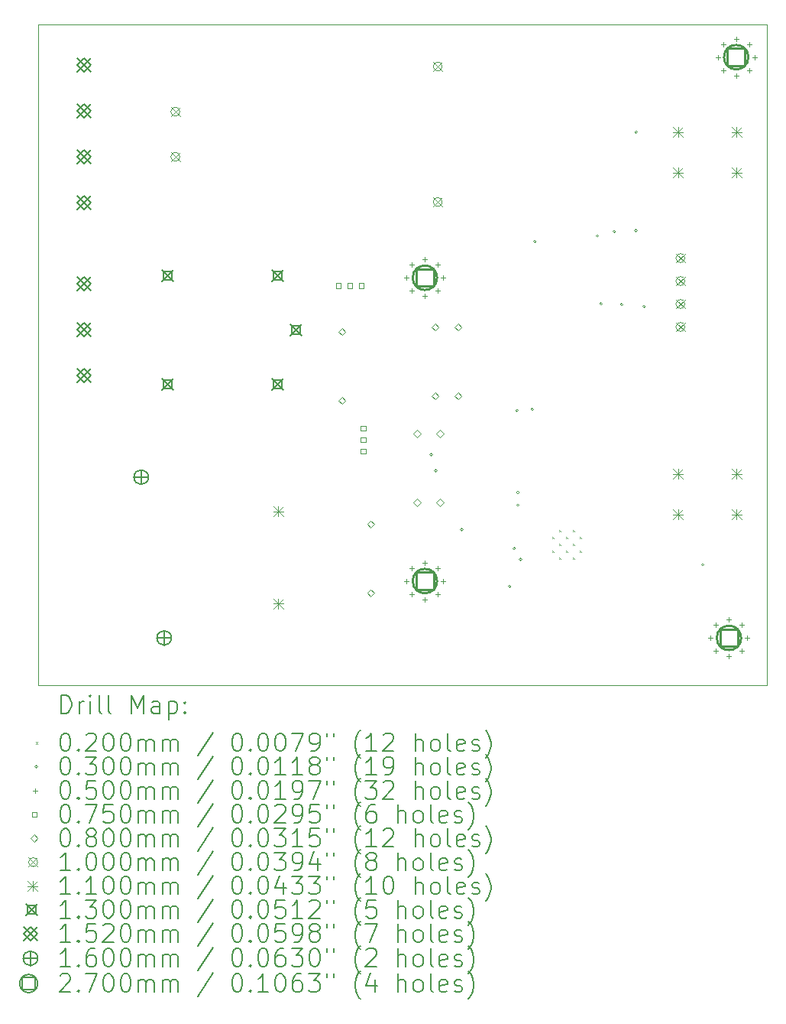
<source format=gbr>
%TF.GenerationSoftware,KiCad,Pcbnew,9.0.1*%
%TF.CreationDate,2025-08-27T22:35:59+05:00*%
%TF.ProjectId,30A_home_automation_using_esp32,3330415f-686f-46d6-955f-6175746f6d61,rev?*%
%TF.SameCoordinates,Original*%
%TF.FileFunction,Drillmap*%
%TF.FilePolarity,Positive*%
%FSLAX45Y45*%
G04 Gerber Fmt 4.5, Leading zero omitted, Abs format (unit mm)*
G04 Created by KiCad (PCBNEW 9.0.1) date 2025-08-27 22:35:59*
%MOMM*%
%LPD*%
G01*
G04 APERTURE LIST*
%ADD10C,0.050000*%
%ADD11C,0.200000*%
%ADD12C,0.100000*%
%ADD13C,0.110000*%
%ADD14C,0.130000*%
%ADD15C,0.152000*%
%ADD16C,0.160000*%
%ADD17C,0.270000*%
G04 APERTURE END LIST*
D10*
X7810000Y-4720000D02*
X15890000Y-4720000D01*
X15890000Y-12030000D01*
X7810000Y-12030000D01*
X7810000Y-4720000D01*
D11*
D12*
X13510000Y-10390000D02*
X13530000Y-10410000D01*
X13530000Y-10390000D02*
X13510000Y-10410000D01*
X13510000Y-10542500D02*
X13530000Y-10562500D01*
X13530000Y-10542500D02*
X13510000Y-10562500D01*
X13586250Y-10313750D02*
X13606250Y-10333750D01*
X13606250Y-10313750D02*
X13586250Y-10333750D01*
X13586250Y-10466250D02*
X13606250Y-10486250D01*
X13606250Y-10466250D02*
X13586250Y-10486250D01*
X13586250Y-10618750D02*
X13606250Y-10638750D01*
X13606250Y-10618750D02*
X13586250Y-10638750D01*
X13662500Y-10390000D02*
X13682500Y-10410000D01*
X13682500Y-10390000D02*
X13662500Y-10410000D01*
X13662500Y-10542500D02*
X13682500Y-10562500D01*
X13682500Y-10542500D02*
X13662500Y-10562500D01*
X13738750Y-10313750D02*
X13758750Y-10333750D01*
X13758750Y-10313750D02*
X13738750Y-10333750D01*
X13738750Y-10466250D02*
X13758750Y-10486250D01*
X13758750Y-10466250D02*
X13738750Y-10486250D01*
X13738750Y-10618750D02*
X13758750Y-10638750D01*
X13758750Y-10618750D02*
X13738750Y-10638750D01*
X13815000Y-10390000D02*
X13835000Y-10410000D01*
X13835000Y-10390000D02*
X13815000Y-10410000D01*
X13815000Y-10542500D02*
X13835000Y-10562500D01*
X13835000Y-10542500D02*
X13815000Y-10562500D01*
X12185000Y-9480000D02*
G75*
G02*
X12155000Y-9480000I-15000J0D01*
G01*
X12155000Y-9480000D02*
G75*
G02*
X12185000Y-9480000I15000J0D01*
G01*
X12235000Y-9660000D02*
G75*
G02*
X12205000Y-9660000I-15000J0D01*
G01*
X12205000Y-9660000D02*
G75*
G02*
X12235000Y-9660000I15000J0D01*
G01*
X12525000Y-10310000D02*
G75*
G02*
X12495000Y-10310000I-15000J0D01*
G01*
X12495000Y-10310000D02*
G75*
G02*
X12525000Y-10310000I15000J0D01*
G01*
X13055000Y-10940000D02*
G75*
G02*
X13025000Y-10940000I-15000J0D01*
G01*
X13025000Y-10940000D02*
G75*
G02*
X13055000Y-10940000I15000J0D01*
G01*
X13105000Y-10520000D02*
G75*
G02*
X13075000Y-10520000I-15000J0D01*
G01*
X13075000Y-10520000D02*
G75*
G02*
X13105000Y-10520000I15000J0D01*
G01*
X13135000Y-8990000D02*
G75*
G02*
X13105000Y-8990000I-15000J0D01*
G01*
X13105000Y-8990000D02*
G75*
G02*
X13135000Y-8990000I15000J0D01*
G01*
X13145000Y-9900000D02*
G75*
G02*
X13115000Y-9900000I-15000J0D01*
G01*
X13115000Y-9900000D02*
G75*
G02*
X13145000Y-9900000I15000J0D01*
G01*
X13145000Y-10040000D02*
G75*
G02*
X13115000Y-10040000I-15000J0D01*
G01*
X13115000Y-10040000D02*
G75*
G02*
X13145000Y-10040000I15000J0D01*
G01*
X13175000Y-10640000D02*
G75*
G02*
X13145000Y-10640000I-15000J0D01*
G01*
X13145000Y-10640000D02*
G75*
G02*
X13175000Y-10640000I15000J0D01*
G01*
X13305000Y-8980000D02*
G75*
G02*
X13275000Y-8980000I-15000J0D01*
G01*
X13275000Y-8980000D02*
G75*
G02*
X13305000Y-8980000I15000J0D01*
G01*
X13335000Y-7120000D02*
G75*
G02*
X13305000Y-7120000I-15000J0D01*
G01*
X13305000Y-7120000D02*
G75*
G02*
X13335000Y-7120000I15000J0D01*
G01*
X14025000Y-7060000D02*
G75*
G02*
X13995000Y-7060000I-15000J0D01*
G01*
X13995000Y-7060000D02*
G75*
G02*
X14025000Y-7060000I15000J0D01*
G01*
X14065000Y-7810000D02*
G75*
G02*
X14035000Y-7810000I-15000J0D01*
G01*
X14035000Y-7810000D02*
G75*
G02*
X14065000Y-7810000I15000J0D01*
G01*
X14215000Y-7010000D02*
G75*
G02*
X14185000Y-7010000I-15000J0D01*
G01*
X14185000Y-7010000D02*
G75*
G02*
X14215000Y-7010000I15000J0D01*
G01*
X14295000Y-7820000D02*
G75*
G02*
X14265000Y-7820000I-15000J0D01*
G01*
X14265000Y-7820000D02*
G75*
G02*
X14295000Y-7820000I15000J0D01*
G01*
X14455000Y-5910000D02*
G75*
G02*
X14425000Y-5910000I-15000J0D01*
G01*
X14425000Y-5910000D02*
G75*
G02*
X14455000Y-5910000I15000J0D01*
G01*
X14455000Y-7000000D02*
G75*
G02*
X14425000Y-7000000I-15000J0D01*
G01*
X14425000Y-7000000D02*
G75*
G02*
X14455000Y-7000000I15000J0D01*
G01*
X14545000Y-7840000D02*
G75*
G02*
X14515000Y-7840000I-15000J0D01*
G01*
X14515000Y-7840000D02*
G75*
G02*
X14545000Y-7840000I15000J0D01*
G01*
X15195000Y-10700000D02*
G75*
G02*
X15165000Y-10700000I-15000J0D01*
G01*
X15165000Y-10700000D02*
G75*
G02*
X15195000Y-10700000I15000J0D01*
G01*
X11897500Y-7497500D02*
X11897500Y-7547500D01*
X11872500Y-7522500D02*
X11922500Y-7522500D01*
X11897500Y-10855000D02*
X11897500Y-10905000D01*
X11872500Y-10880000D02*
X11922500Y-10880000D01*
X11956811Y-7354311D02*
X11956811Y-7404311D01*
X11931811Y-7379311D02*
X11981811Y-7379311D01*
X11956811Y-7640689D02*
X11956811Y-7690689D01*
X11931811Y-7665689D02*
X11981811Y-7665689D01*
X11956811Y-10711811D02*
X11956811Y-10761811D01*
X11931811Y-10736811D02*
X11981811Y-10736811D01*
X11956811Y-10998189D02*
X11956811Y-11048189D01*
X11931811Y-11023189D02*
X11981811Y-11023189D01*
X12100000Y-7295000D02*
X12100000Y-7345000D01*
X12075000Y-7320000D02*
X12125000Y-7320000D01*
X12100000Y-7700000D02*
X12100000Y-7750000D01*
X12075000Y-7725000D02*
X12125000Y-7725000D01*
X12100000Y-10652500D02*
X12100000Y-10702500D01*
X12075000Y-10677500D02*
X12125000Y-10677500D01*
X12100000Y-11057500D02*
X12100000Y-11107500D01*
X12075000Y-11082500D02*
X12125000Y-11082500D01*
X12243189Y-7354311D02*
X12243189Y-7404311D01*
X12218189Y-7379311D02*
X12268189Y-7379311D01*
X12243189Y-7640689D02*
X12243189Y-7690689D01*
X12218189Y-7665689D02*
X12268189Y-7665689D01*
X12243189Y-10711811D02*
X12243189Y-10761811D01*
X12218189Y-10736811D02*
X12268189Y-10736811D01*
X12243189Y-10998189D02*
X12243189Y-11048189D01*
X12218189Y-11023189D02*
X12268189Y-11023189D01*
X12302500Y-7497500D02*
X12302500Y-7547500D01*
X12277500Y-7522500D02*
X12327500Y-7522500D01*
X12302500Y-10855000D02*
X12302500Y-10905000D01*
X12277500Y-10880000D02*
X12327500Y-10880000D01*
X15267500Y-11485000D02*
X15267500Y-11535000D01*
X15242500Y-11510000D02*
X15292500Y-11510000D01*
X15326811Y-11341811D02*
X15326811Y-11391811D01*
X15301811Y-11366811D02*
X15351811Y-11366811D01*
X15326811Y-11628189D02*
X15326811Y-11678189D01*
X15301811Y-11653189D02*
X15351811Y-11653189D01*
X15347500Y-5055000D02*
X15347500Y-5105000D01*
X15322500Y-5080000D02*
X15372500Y-5080000D01*
X15406811Y-4911811D02*
X15406811Y-4961811D01*
X15381811Y-4936811D02*
X15431811Y-4936811D01*
X15406811Y-5198189D02*
X15406811Y-5248189D01*
X15381811Y-5223189D02*
X15431811Y-5223189D01*
X15470000Y-11282500D02*
X15470000Y-11332500D01*
X15445000Y-11307500D02*
X15495000Y-11307500D01*
X15470000Y-11687500D02*
X15470000Y-11737500D01*
X15445000Y-11712500D02*
X15495000Y-11712500D01*
X15550000Y-4852500D02*
X15550000Y-4902500D01*
X15525000Y-4877500D02*
X15575000Y-4877500D01*
X15550000Y-5257500D02*
X15550000Y-5307500D01*
X15525000Y-5282500D02*
X15575000Y-5282500D01*
X15613189Y-11341811D02*
X15613189Y-11391811D01*
X15588189Y-11366811D02*
X15638189Y-11366811D01*
X15613189Y-11628189D02*
X15613189Y-11678189D01*
X15588189Y-11653189D02*
X15638189Y-11653189D01*
X15672500Y-11485000D02*
X15672500Y-11535000D01*
X15647500Y-11510000D02*
X15697500Y-11510000D01*
X15693189Y-4911811D02*
X15693189Y-4961811D01*
X15668189Y-4936811D02*
X15718189Y-4936811D01*
X15693189Y-5198189D02*
X15693189Y-5248189D01*
X15668189Y-5223189D02*
X15718189Y-5223189D01*
X15752500Y-5055000D02*
X15752500Y-5105000D01*
X15727500Y-5080000D02*
X15777500Y-5080000D01*
X11169517Y-7636517D02*
X11169517Y-7583483D01*
X11116483Y-7583483D01*
X11116483Y-7636517D01*
X11169517Y-7636517D01*
X11296517Y-7636517D02*
X11296517Y-7583483D01*
X11243483Y-7583483D01*
X11243483Y-7636517D01*
X11296517Y-7636517D01*
X11423517Y-7636517D02*
X11423517Y-7583483D01*
X11370483Y-7583483D01*
X11370483Y-7636517D01*
X11423517Y-7636517D01*
X11442517Y-9216517D02*
X11442517Y-9163483D01*
X11389483Y-9163483D01*
X11389483Y-9216517D01*
X11442517Y-9216517D01*
X11442517Y-9343517D02*
X11442517Y-9290483D01*
X11389483Y-9290483D01*
X11389483Y-9343517D01*
X11442517Y-9343517D01*
X11442517Y-9470517D02*
X11442517Y-9417483D01*
X11389483Y-9417483D01*
X11389483Y-9470517D01*
X11442517Y-9470517D01*
X11180000Y-8159000D02*
X11220000Y-8119000D01*
X11180000Y-8079000D01*
X11140000Y-8119000D01*
X11180000Y-8159000D01*
X11180000Y-8921000D02*
X11220000Y-8881000D01*
X11180000Y-8841000D01*
X11140000Y-8881000D01*
X11180000Y-8921000D01*
X11500000Y-10289000D02*
X11540000Y-10249000D01*
X11500000Y-10209000D01*
X11460000Y-10249000D01*
X11500000Y-10289000D01*
X11500000Y-11051000D02*
X11540000Y-11011000D01*
X11500000Y-10971000D01*
X11460000Y-11011000D01*
X11500000Y-11051000D01*
X12012500Y-9288000D02*
X12052500Y-9248000D01*
X12012500Y-9208000D01*
X11972500Y-9248000D01*
X12012500Y-9288000D01*
X12012500Y-10050000D02*
X12052500Y-10010000D01*
X12012500Y-9970000D01*
X11972500Y-10010000D01*
X12012500Y-10050000D01*
X12212500Y-8108000D02*
X12252500Y-8068000D01*
X12212500Y-8028000D01*
X12172500Y-8068000D01*
X12212500Y-8108000D01*
X12212500Y-8870000D02*
X12252500Y-8830000D01*
X12212500Y-8790000D01*
X12172500Y-8830000D01*
X12212500Y-8870000D01*
X12266500Y-9288000D02*
X12306500Y-9248000D01*
X12266500Y-9208000D01*
X12226500Y-9248000D01*
X12266500Y-9288000D01*
X12266500Y-10050000D02*
X12306500Y-10010000D01*
X12266500Y-9970000D01*
X12226500Y-10010000D01*
X12266500Y-10050000D01*
X12466500Y-8108000D02*
X12506500Y-8068000D01*
X12466500Y-8028000D01*
X12426500Y-8068000D01*
X12466500Y-8108000D01*
X12466500Y-8870000D02*
X12506500Y-8830000D01*
X12466500Y-8790000D01*
X12426500Y-8830000D01*
X12466500Y-8870000D01*
X9284500Y-5633750D02*
X9384500Y-5733750D01*
X9384500Y-5633750D02*
X9284500Y-5733750D01*
X9384500Y-5683750D02*
G75*
G02*
X9284500Y-5683750I-50000J0D01*
G01*
X9284500Y-5683750D02*
G75*
G02*
X9384500Y-5683750I50000J0D01*
G01*
X9284500Y-6133750D02*
X9384500Y-6233750D01*
X9384500Y-6133750D02*
X9284500Y-6233750D01*
X9384500Y-6183750D02*
G75*
G02*
X9284500Y-6183750I-50000J0D01*
G01*
X9284500Y-6183750D02*
G75*
G02*
X9384500Y-6183750I50000J0D01*
G01*
X12192500Y-5133750D02*
X12292500Y-5233750D01*
X12292500Y-5133750D02*
X12192500Y-5233750D01*
X12292500Y-5183750D02*
G75*
G02*
X12192500Y-5183750I-50000J0D01*
G01*
X12192500Y-5183750D02*
G75*
G02*
X12292500Y-5183750I50000J0D01*
G01*
X12192500Y-6633750D02*
X12292500Y-6733750D01*
X12292500Y-6633750D02*
X12192500Y-6733750D01*
X12292500Y-6683750D02*
G75*
G02*
X12192500Y-6683750I-50000J0D01*
G01*
X12192500Y-6683750D02*
G75*
G02*
X12292500Y-6683750I50000J0D01*
G01*
X14882000Y-7255000D02*
X14982000Y-7355000D01*
X14982000Y-7255000D02*
X14882000Y-7355000D01*
X14982000Y-7305000D02*
G75*
G02*
X14882000Y-7305000I-50000J0D01*
G01*
X14882000Y-7305000D02*
G75*
G02*
X14982000Y-7305000I50000J0D01*
G01*
X14882000Y-7509000D02*
X14982000Y-7609000D01*
X14982000Y-7509000D02*
X14882000Y-7609000D01*
X14982000Y-7559000D02*
G75*
G02*
X14882000Y-7559000I-50000J0D01*
G01*
X14882000Y-7559000D02*
G75*
G02*
X14982000Y-7559000I50000J0D01*
G01*
X14882000Y-7763000D02*
X14982000Y-7863000D01*
X14982000Y-7763000D02*
X14882000Y-7863000D01*
X14982000Y-7813000D02*
G75*
G02*
X14882000Y-7813000I-50000J0D01*
G01*
X14882000Y-7813000D02*
G75*
G02*
X14982000Y-7813000I50000J0D01*
G01*
X14882000Y-8017000D02*
X14982000Y-8117000D01*
X14982000Y-8017000D02*
X14882000Y-8117000D01*
X14982000Y-8067000D02*
G75*
G02*
X14882000Y-8067000I-50000J0D01*
G01*
X14882000Y-8067000D02*
G75*
G02*
X14982000Y-8067000I50000J0D01*
G01*
D13*
X10420000Y-10055000D02*
X10530000Y-10165000D01*
X10530000Y-10055000D02*
X10420000Y-10165000D01*
X10475000Y-10055000D02*
X10475000Y-10165000D01*
X10420000Y-10110000D02*
X10530000Y-10110000D01*
X10420000Y-11075000D02*
X10530000Y-11185000D01*
X10530000Y-11075000D02*
X10420000Y-11185000D01*
X10475000Y-11075000D02*
X10475000Y-11185000D01*
X10420000Y-11130000D02*
X10530000Y-11130000D01*
X14850000Y-5855000D02*
X14960000Y-5965000D01*
X14960000Y-5855000D02*
X14850000Y-5965000D01*
X14905000Y-5855000D02*
X14905000Y-5965000D01*
X14850000Y-5910000D02*
X14960000Y-5910000D01*
X14850000Y-6305000D02*
X14960000Y-6415000D01*
X14960000Y-6305000D02*
X14850000Y-6415000D01*
X14905000Y-6305000D02*
X14905000Y-6415000D01*
X14850000Y-6360000D02*
X14960000Y-6360000D01*
X14850000Y-9640000D02*
X14960000Y-9750000D01*
X14960000Y-9640000D02*
X14850000Y-9750000D01*
X14905000Y-9640000D02*
X14905000Y-9750000D01*
X14850000Y-9695000D02*
X14960000Y-9695000D01*
X14850000Y-10090000D02*
X14960000Y-10200000D01*
X14960000Y-10090000D02*
X14850000Y-10200000D01*
X14905000Y-10090000D02*
X14905000Y-10200000D01*
X14850000Y-10145000D02*
X14960000Y-10145000D01*
X15500000Y-5855000D02*
X15610000Y-5965000D01*
X15610000Y-5855000D02*
X15500000Y-5965000D01*
X15555000Y-5855000D02*
X15555000Y-5965000D01*
X15500000Y-5910000D02*
X15610000Y-5910000D01*
X15500000Y-6305000D02*
X15610000Y-6415000D01*
X15610000Y-6305000D02*
X15500000Y-6415000D01*
X15555000Y-6305000D02*
X15555000Y-6415000D01*
X15500000Y-6360000D02*
X15610000Y-6360000D01*
X15500000Y-9640000D02*
X15610000Y-9750000D01*
X15610000Y-9640000D02*
X15500000Y-9750000D01*
X15555000Y-9640000D02*
X15555000Y-9750000D01*
X15500000Y-9695000D02*
X15610000Y-9695000D01*
X15500000Y-10090000D02*
X15610000Y-10200000D01*
X15610000Y-10090000D02*
X15500000Y-10200000D01*
X15555000Y-10090000D02*
X15555000Y-10200000D01*
X15500000Y-10145000D02*
X15610000Y-10145000D01*
D14*
X9185000Y-7435000D02*
X9315000Y-7565000D01*
X9315000Y-7435000D02*
X9185000Y-7565000D01*
X9295962Y-7545962D02*
X9295962Y-7454038D01*
X9204038Y-7454038D01*
X9204038Y-7545962D01*
X9295962Y-7545962D01*
X9185000Y-8635000D02*
X9315000Y-8765000D01*
X9315000Y-8635000D02*
X9185000Y-8765000D01*
X9295962Y-8745962D02*
X9295962Y-8654038D01*
X9204038Y-8654038D01*
X9204038Y-8745962D01*
X9295962Y-8745962D01*
X10405000Y-7435000D02*
X10535000Y-7565000D01*
X10535000Y-7435000D02*
X10405000Y-7565000D01*
X10515962Y-7545962D02*
X10515962Y-7454038D01*
X10424038Y-7454038D01*
X10424038Y-7545962D01*
X10515962Y-7545962D01*
X10405000Y-8635000D02*
X10535000Y-8765000D01*
X10535000Y-8635000D02*
X10405000Y-8765000D01*
X10515962Y-8745962D02*
X10515962Y-8654038D01*
X10424038Y-8654038D01*
X10424038Y-8745962D01*
X10515962Y-8745962D01*
X10605000Y-8035000D02*
X10735000Y-8165000D01*
X10735000Y-8035000D02*
X10605000Y-8165000D01*
X10715962Y-8145962D02*
X10715962Y-8054038D01*
X10624038Y-8054038D01*
X10624038Y-8145962D01*
X10715962Y-8145962D01*
D15*
X8244000Y-5092000D02*
X8396000Y-5244000D01*
X8396000Y-5092000D02*
X8244000Y-5244000D01*
X8320000Y-5244000D02*
X8396000Y-5168000D01*
X8320000Y-5092000D01*
X8244000Y-5168000D01*
X8320000Y-5244000D01*
X8244000Y-5600000D02*
X8396000Y-5752000D01*
X8396000Y-5600000D02*
X8244000Y-5752000D01*
X8320000Y-5752000D02*
X8396000Y-5676000D01*
X8320000Y-5600000D01*
X8244000Y-5676000D01*
X8320000Y-5752000D01*
X8244000Y-6108000D02*
X8396000Y-6260000D01*
X8396000Y-6108000D02*
X8244000Y-6260000D01*
X8320000Y-6260000D02*
X8396000Y-6184000D01*
X8320000Y-6108000D01*
X8244000Y-6184000D01*
X8320000Y-6260000D01*
X8244000Y-6616000D02*
X8396000Y-6768000D01*
X8396000Y-6616000D02*
X8244000Y-6768000D01*
X8320000Y-6768000D02*
X8396000Y-6692000D01*
X8320000Y-6616000D01*
X8244000Y-6692000D01*
X8320000Y-6768000D01*
X8244000Y-7516000D02*
X8396000Y-7668000D01*
X8396000Y-7516000D02*
X8244000Y-7668000D01*
X8320000Y-7668000D02*
X8396000Y-7592000D01*
X8320000Y-7516000D01*
X8244000Y-7592000D01*
X8320000Y-7668000D01*
X8244000Y-8024000D02*
X8396000Y-8176000D01*
X8396000Y-8024000D02*
X8244000Y-8176000D01*
X8320000Y-8176000D02*
X8396000Y-8100000D01*
X8320000Y-8024000D01*
X8244000Y-8100000D01*
X8320000Y-8176000D01*
X8244000Y-8532000D02*
X8396000Y-8684000D01*
X8396000Y-8532000D02*
X8244000Y-8684000D01*
X8320000Y-8684000D02*
X8396000Y-8608000D01*
X8320000Y-8532000D01*
X8244000Y-8608000D01*
X8320000Y-8684000D01*
D16*
X8955000Y-9650000D02*
X8955000Y-9810000D01*
X8875000Y-9730000D02*
X9035000Y-9730000D01*
X9035000Y-9730000D02*
G75*
G02*
X8875000Y-9730000I-80000J0D01*
G01*
X8875000Y-9730000D02*
G75*
G02*
X9035000Y-9730000I80000J0D01*
G01*
X9209000Y-11430000D02*
X9209000Y-11590000D01*
X9129000Y-11510000D02*
X9289000Y-11510000D01*
X9289000Y-11510000D02*
G75*
G02*
X9129000Y-11510000I-80000J0D01*
G01*
X9129000Y-11510000D02*
G75*
G02*
X9289000Y-11510000I80000J0D01*
G01*
D17*
X12195460Y-7617960D02*
X12195460Y-7427040D01*
X12004540Y-7427040D01*
X12004540Y-7617960D01*
X12195460Y-7617960D01*
X12235000Y-7522500D02*
G75*
G02*
X11965000Y-7522500I-135000J0D01*
G01*
X11965000Y-7522500D02*
G75*
G02*
X12235000Y-7522500I135000J0D01*
G01*
X12195460Y-10975460D02*
X12195460Y-10784540D01*
X12004540Y-10784540D01*
X12004540Y-10975460D01*
X12195460Y-10975460D01*
X12235000Y-10880000D02*
G75*
G02*
X11965000Y-10880000I-135000J0D01*
G01*
X11965000Y-10880000D02*
G75*
G02*
X12235000Y-10880000I135000J0D01*
G01*
X15565460Y-11605460D02*
X15565460Y-11414540D01*
X15374540Y-11414540D01*
X15374540Y-11605460D01*
X15565460Y-11605460D01*
X15605000Y-11510000D02*
G75*
G02*
X15335000Y-11510000I-135000J0D01*
G01*
X15335000Y-11510000D02*
G75*
G02*
X15605000Y-11510000I135000J0D01*
G01*
X15645460Y-5175460D02*
X15645460Y-4984540D01*
X15454540Y-4984540D01*
X15454540Y-5175460D01*
X15645460Y-5175460D01*
X15685000Y-5080000D02*
G75*
G02*
X15415000Y-5080000I-135000J0D01*
G01*
X15415000Y-5080000D02*
G75*
G02*
X15685000Y-5080000I135000J0D01*
G01*
D11*
X8068277Y-12343984D02*
X8068277Y-12143984D01*
X8068277Y-12143984D02*
X8115896Y-12143984D01*
X8115896Y-12143984D02*
X8144467Y-12153508D01*
X8144467Y-12153508D02*
X8163515Y-12172555D01*
X8163515Y-12172555D02*
X8173039Y-12191603D01*
X8173039Y-12191603D02*
X8182562Y-12229698D01*
X8182562Y-12229698D02*
X8182562Y-12258269D01*
X8182562Y-12258269D02*
X8173039Y-12296365D01*
X8173039Y-12296365D02*
X8163515Y-12315412D01*
X8163515Y-12315412D02*
X8144467Y-12334460D01*
X8144467Y-12334460D02*
X8115896Y-12343984D01*
X8115896Y-12343984D02*
X8068277Y-12343984D01*
X8268277Y-12343984D02*
X8268277Y-12210650D01*
X8268277Y-12248746D02*
X8277801Y-12229698D01*
X8277801Y-12229698D02*
X8287324Y-12220174D01*
X8287324Y-12220174D02*
X8306372Y-12210650D01*
X8306372Y-12210650D02*
X8325420Y-12210650D01*
X8392086Y-12343984D02*
X8392086Y-12210650D01*
X8392086Y-12143984D02*
X8382562Y-12153508D01*
X8382562Y-12153508D02*
X8392086Y-12163031D01*
X8392086Y-12163031D02*
X8401610Y-12153508D01*
X8401610Y-12153508D02*
X8392086Y-12143984D01*
X8392086Y-12143984D02*
X8392086Y-12163031D01*
X8515896Y-12343984D02*
X8496848Y-12334460D01*
X8496848Y-12334460D02*
X8487324Y-12315412D01*
X8487324Y-12315412D02*
X8487324Y-12143984D01*
X8620658Y-12343984D02*
X8601610Y-12334460D01*
X8601610Y-12334460D02*
X8592086Y-12315412D01*
X8592086Y-12315412D02*
X8592086Y-12143984D01*
X8849229Y-12343984D02*
X8849229Y-12143984D01*
X8849229Y-12143984D02*
X8915896Y-12286841D01*
X8915896Y-12286841D02*
X8982563Y-12143984D01*
X8982563Y-12143984D02*
X8982563Y-12343984D01*
X9163515Y-12343984D02*
X9163515Y-12239222D01*
X9163515Y-12239222D02*
X9153991Y-12220174D01*
X9153991Y-12220174D02*
X9134944Y-12210650D01*
X9134944Y-12210650D02*
X9096848Y-12210650D01*
X9096848Y-12210650D02*
X9077801Y-12220174D01*
X9163515Y-12334460D02*
X9144467Y-12343984D01*
X9144467Y-12343984D02*
X9096848Y-12343984D01*
X9096848Y-12343984D02*
X9077801Y-12334460D01*
X9077801Y-12334460D02*
X9068277Y-12315412D01*
X9068277Y-12315412D02*
X9068277Y-12296365D01*
X9068277Y-12296365D02*
X9077801Y-12277317D01*
X9077801Y-12277317D02*
X9096848Y-12267793D01*
X9096848Y-12267793D02*
X9144467Y-12267793D01*
X9144467Y-12267793D02*
X9163515Y-12258269D01*
X9258753Y-12210650D02*
X9258753Y-12410650D01*
X9258753Y-12220174D02*
X9277801Y-12210650D01*
X9277801Y-12210650D02*
X9315896Y-12210650D01*
X9315896Y-12210650D02*
X9334944Y-12220174D01*
X9334944Y-12220174D02*
X9344467Y-12229698D01*
X9344467Y-12229698D02*
X9353991Y-12248746D01*
X9353991Y-12248746D02*
X9353991Y-12305888D01*
X9353991Y-12305888D02*
X9344467Y-12324936D01*
X9344467Y-12324936D02*
X9334944Y-12334460D01*
X9334944Y-12334460D02*
X9315896Y-12343984D01*
X9315896Y-12343984D02*
X9277801Y-12343984D01*
X9277801Y-12343984D02*
X9258753Y-12334460D01*
X9439705Y-12324936D02*
X9449229Y-12334460D01*
X9449229Y-12334460D02*
X9439705Y-12343984D01*
X9439705Y-12343984D02*
X9430182Y-12334460D01*
X9430182Y-12334460D02*
X9439705Y-12324936D01*
X9439705Y-12324936D02*
X9439705Y-12343984D01*
X9439705Y-12220174D02*
X9449229Y-12229698D01*
X9449229Y-12229698D02*
X9439705Y-12239222D01*
X9439705Y-12239222D02*
X9430182Y-12229698D01*
X9430182Y-12229698D02*
X9439705Y-12220174D01*
X9439705Y-12220174D02*
X9439705Y-12239222D01*
D12*
X7787500Y-12662500D02*
X7807500Y-12682500D01*
X7807500Y-12662500D02*
X7787500Y-12682500D01*
D11*
X8106372Y-12563984D02*
X8125420Y-12563984D01*
X8125420Y-12563984D02*
X8144467Y-12573508D01*
X8144467Y-12573508D02*
X8153991Y-12583031D01*
X8153991Y-12583031D02*
X8163515Y-12602079D01*
X8163515Y-12602079D02*
X8173039Y-12640174D01*
X8173039Y-12640174D02*
X8173039Y-12687793D01*
X8173039Y-12687793D02*
X8163515Y-12725888D01*
X8163515Y-12725888D02*
X8153991Y-12744936D01*
X8153991Y-12744936D02*
X8144467Y-12754460D01*
X8144467Y-12754460D02*
X8125420Y-12763984D01*
X8125420Y-12763984D02*
X8106372Y-12763984D01*
X8106372Y-12763984D02*
X8087324Y-12754460D01*
X8087324Y-12754460D02*
X8077801Y-12744936D01*
X8077801Y-12744936D02*
X8068277Y-12725888D01*
X8068277Y-12725888D02*
X8058753Y-12687793D01*
X8058753Y-12687793D02*
X8058753Y-12640174D01*
X8058753Y-12640174D02*
X8068277Y-12602079D01*
X8068277Y-12602079D02*
X8077801Y-12583031D01*
X8077801Y-12583031D02*
X8087324Y-12573508D01*
X8087324Y-12573508D02*
X8106372Y-12563984D01*
X8258753Y-12744936D02*
X8268277Y-12754460D01*
X8268277Y-12754460D02*
X8258753Y-12763984D01*
X8258753Y-12763984D02*
X8249229Y-12754460D01*
X8249229Y-12754460D02*
X8258753Y-12744936D01*
X8258753Y-12744936D02*
X8258753Y-12763984D01*
X8344467Y-12583031D02*
X8353991Y-12573508D01*
X8353991Y-12573508D02*
X8373039Y-12563984D01*
X8373039Y-12563984D02*
X8420658Y-12563984D01*
X8420658Y-12563984D02*
X8439705Y-12573508D01*
X8439705Y-12573508D02*
X8449229Y-12583031D01*
X8449229Y-12583031D02*
X8458753Y-12602079D01*
X8458753Y-12602079D02*
X8458753Y-12621127D01*
X8458753Y-12621127D02*
X8449229Y-12649698D01*
X8449229Y-12649698D02*
X8334943Y-12763984D01*
X8334943Y-12763984D02*
X8458753Y-12763984D01*
X8582563Y-12563984D02*
X8601610Y-12563984D01*
X8601610Y-12563984D02*
X8620658Y-12573508D01*
X8620658Y-12573508D02*
X8630182Y-12583031D01*
X8630182Y-12583031D02*
X8639705Y-12602079D01*
X8639705Y-12602079D02*
X8649229Y-12640174D01*
X8649229Y-12640174D02*
X8649229Y-12687793D01*
X8649229Y-12687793D02*
X8639705Y-12725888D01*
X8639705Y-12725888D02*
X8630182Y-12744936D01*
X8630182Y-12744936D02*
X8620658Y-12754460D01*
X8620658Y-12754460D02*
X8601610Y-12763984D01*
X8601610Y-12763984D02*
X8582563Y-12763984D01*
X8582563Y-12763984D02*
X8563515Y-12754460D01*
X8563515Y-12754460D02*
X8553991Y-12744936D01*
X8553991Y-12744936D02*
X8544467Y-12725888D01*
X8544467Y-12725888D02*
X8534944Y-12687793D01*
X8534944Y-12687793D02*
X8534944Y-12640174D01*
X8534944Y-12640174D02*
X8544467Y-12602079D01*
X8544467Y-12602079D02*
X8553991Y-12583031D01*
X8553991Y-12583031D02*
X8563515Y-12573508D01*
X8563515Y-12573508D02*
X8582563Y-12563984D01*
X8773039Y-12563984D02*
X8792086Y-12563984D01*
X8792086Y-12563984D02*
X8811134Y-12573508D01*
X8811134Y-12573508D02*
X8820658Y-12583031D01*
X8820658Y-12583031D02*
X8830182Y-12602079D01*
X8830182Y-12602079D02*
X8839705Y-12640174D01*
X8839705Y-12640174D02*
X8839705Y-12687793D01*
X8839705Y-12687793D02*
X8830182Y-12725888D01*
X8830182Y-12725888D02*
X8820658Y-12744936D01*
X8820658Y-12744936D02*
X8811134Y-12754460D01*
X8811134Y-12754460D02*
X8792086Y-12763984D01*
X8792086Y-12763984D02*
X8773039Y-12763984D01*
X8773039Y-12763984D02*
X8753991Y-12754460D01*
X8753991Y-12754460D02*
X8744467Y-12744936D01*
X8744467Y-12744936D02*
X8734944Y-12725888D01*
X8734944Y-12725888D02*
X8725420Y-12687793D01*
X8725420Y-12687793D02*
X8725420Y-12640174D01*
X8725420Y-12640174D02*
X8734944Y-12602079D01*
X8734944Y-12602079D02*
X8744467Y-12583031D01*
X8744467Y-12583031D02*
X8753991Y-12573508D01*
X8753991Y-12573508D02*
X8773039Y-12563984D01*
X8925420Y-12763984D02*
X8925420Y-12630650D01*
X8925420Y-12649698D02*
X8934944Y-12640174D01*
X8934944Y-12640174D02*
X8953991Y-12630650D01*
X8953991Y-12630650D02*
X8982563Y-12630650D01*
X8982563Y-12630650D02*
X9001610Y-12640174D01*
X9001610Y-12640174D02*
X9011134Y-12659222D01*
X9011134Y-12659222D02*
X9011134Y-12763984D01*
X9011134Y-12659222D02*
X9020658Y-12640174D01*
X9020658Y-12640174D02*
X9039705Y-12630650D01*
X9039705Y-12630650D02*
X9068277Y-12630650D01*
X9068277Y-12630650D02*
X9087325Y-12640174D01*
X9087325Y-12640174D02*
X9096848Y-12659222D01*
X9096848Y-12659222D02*
X9096848Y-12763984D01*
X9192086Y-12763984D02*
X9192086Y-12630650D01*
X9192086Y-12649698D02*
X9201610Y-12640174D01*
X9201610Y-12640174D02*
X9220658Y-12630650D01*
X9220658Y-12630650D02*
X9249229Y-12630650D01*
X9249229Y-12630650D02*
X9268277Y-12640174D01*
X9268277Y-12640174D02*
X9277801Y-12659222D01*
X9277801Y-12659222D02*
X9277801Y-12763984D01*
X9277801Y-12659222D02*
X9287325Y-12640174D01*
X9287325Y-12640174D02*
X9306372Y-12630650D01*
X9306372Y-12630650D02*
X9334944Y-12630650D01*
X9334944Y-12630650D02*
X9353991Y-12640174D01*
X9353991Y-12640174D02*
X9363515Y-12659222D01*
X9363515Y-12659222D02*
X9363515Y-12763984D01*
X9753991Y-12554460D02*
X9582563Y-12811603D01*
X10011134Y-12563984D02*
X10030182Y-12563984D01*
X10030182Y-12563984D02*
X10049229Y-12573508D01*
X10049229Y-12573508D02*
X10058753Y-12583031D01*
X10058753Y-12583031D02*
X10068277Y-12602079D01*
X10068277Y-12602079D02*
X10077801Y-12640174D01*
X10077801Y-12640174D02*
X10077801Y-12687793D01*
X10077801Y-12687793D02*
X10068277Y-12725888D01*
X10068277Y-12725888D02*
X10058753Y-12744936D01*
X10058753Y-12744936D02*
X10049229Y-12754460D01*
X10049229Y-12754460D02*
X10030182Y-12763984D01*
X10030182Y-12763984D02*
X10011134Y-12763984D01*
X10011134Y-12763984D02*
X9992087Y-12754460D01*
X9992087Y-12754460D02*
X9982563Y-12744936D01*
X9982563Y-12744936D02*
X9973039Y-12725888D01*
X9973039Y-12725888D02*
X9963515Y-12687793D01*
X9963515Y-12687793D02*
X9963515Y-12640174D01*
X9963515Y-12640174D02*
X9973039Y-12602079D01*
X9973039Y-12602079D02*
X9982563Y-12583031D01*
X9982563Y-12583031D02*
X9992087Y-12573508D01*
X9992087Y-12573508D02*
X10011134Y-12563984D01*
X10163515Y-12744936D02*
X10173039Y-12754460D01*
X10173039Y-12754460D02*
X10163515Y-12763984D01*
X10163515Y-12763984D02*
X10153991Y-12754460D01*
X10153991Y-12754460D02*
X10163515Y-12744936D01*
X10163515Y-12744936D02*
X10163515Y-12763984D01*
X10296848Y-12563984D02*
X10315896Y-12563984D01*
X10315896Y-12563984D02*
X10334944Y-12573508D01*
X10334944Y-12573508D02*
X10344468Y-12583031D01*
X10344468Y-12583031D02*
X10353991Y-12602079D01*
X10353991Y-12602079D02*
X10363515Y-12640174D01*
X10363515Y-12640174D02*
X10363515Y-12687793D01*
X10363515Y-12687793D02*
X10353991Y-12725888D01*
X10353991Y-12725888D02*
X10344468Y-12744936D01*
X10344468Y-12744936D02*
X10334944Y-12754460D01*
X10334944Y-12754460D02*
X10315896Y-12763984D01*
X10315896Y-12763984D02*
X10296848Y-12763984D01*
X10296848Y-12763984D02*
X10277801Y-12754460D01*
X10277801Y-12754460D02*
X10268277Y-12744936D01*
X10268277Y-12744936D02*
X10258753Y-12725888D01*
X10258753Y-12725888D02*
X10249229Y-12687793D01*
X10249229Y-12687793D02*
X10249229Y-12640174D01*
X10249229Y-12640174D02*
X10258753Y-12602079D01*
X10258753Y-12602079D02*
X10268277Y-12583031D01*
X10268277Y-12583031D02*
X10277801Y-12573508D01*
X10277801Y-12573508D02*
X10296848Y-12563984D01*
X10487325Y-12563984D02*
X10506372Y-12563984D01*
X10506372Y-12563984D02*
X10525420Y-12573508D01*
X10525420Y-12573508D02*
X10534944Y-12583031D01*
X10534944Y-12583031D02*
X10544468Y-12602079D01*
X10544468Y-12602079D02*
X10553991Y-12640174D01*
X10553991Y-12640174D02*
X10553991Y-12687793D01*
X10553991Y-12687793D02*
X10544468Y-12725888D01*
X10544468Y-12725888D02*
X10534944Y-12744936D01*
X10534944Y-12744936D02*
X10525420Y-12754460D01*
X10525420Y-12754460D02*
X10506372Y-12763984D01*
X10506372Y-12763984D02*
X10487325Y-12763984D01*
X10487325Y-12763984D02*
X10468277Y-12754460D01*
X10468277Y-12754460D02*
X10458753Y-12744936D01*
X10458753Y-12744936D02*
X10449229Y-12725888D01*
X10449229Y-12725888D02*
X10439706Y-12687793D01*
X10439706Y-12687793D02*
X10439706Y-12640174D01*
X10439706Y-12640174D02*
X10449229Y-12602079D01*
X10449229Y-12602079D02*
X10458753Y-12583031D01*
X10458753Y-12583031D02*
X10468277Y-12573508D01*
X10468277Y-12573508D02*
X10487325Y-12563984D01*
X10620658Y-12563984D02*
X10753991Y-12563984D01*
X10753991Y-12563984D02*
X10668277Y-12763984D01*
X10839706Y-12763984D02*
X10877801Y-12763984D01*
X10877801Y-12763984D02*
X10896849Y-12754460D01*
X10896849Y-12754460D02*
X10906372Y-12744936D01*
X10906372Y-12744936D02*
X10925420Y-12716365D01*
X10925420Y-12716365D02*
X10934944Y-12678269D01*
X10934944Y-12678269D02*
X10934944Y-12602079D01*
X10934944Y-12602079D02*
X10925420Y-12583031D01*
X10925420Y-12583031D02*
X10915896Y-12573508D01*
X10915896Y-12573508D02*
X10896849Y-12563984D01*
X10896849Y-12563984D02*
X10858753Y-12563984D01*
X10858753Y-12563984D02*
X10839706Y-12573508D01*
X10839706Y-12573508D02*
X10830182Y-12583031D01*
X10830182Y-12583031D02*
X10820658Y-12602079D01*
X10820658Y-12602079D02*
X10820658Y-12649698D01*
X10820658Y-12649698D02*
X10830182Y-12668746D01*
X10830182Y-12668746D02*
X10839706Y-12678269D01*
X10839706Y-12678269D02*
X10858753Y-12687793D01*
X10858753Y-12687793D02*
X10896849Y-12687793D01*
X10896849Y-12687793D02*
X10915896Y-12678269D01*
X10915896Y-12678269D02*
X10925420Y-12668746D01*
X10925420Y-12668746D02*
X10934944Y-12649698D01*
X11011134Y-12563984D02*
X11011134Y-12602079D01*
X11087325Y-12563984D02*
X11087325Y-12602079D01*
X11382563Y-12840174D02*
X11373039Y-12830650D01*
X11373039Y-12830650D02*
X11353991Y-12802079D01*
X11353991Y-12802079D02*
X11344468Y-12783031D01*
X11344468Y-12783031D02*
X11334944Y-12754460D01*
X11334944Y-12754460D02*
X11325420Y-12706841D01*
X11325420Y-12706841D02*
X11325420Y-12668746D01*
X11325420Y-12668746D02*
X11334944Y-12621127D01*
X11334944Y-12621127D02*
X11344468Y-12592555D01*
X11344468Y-12592555D02*
X11353991Y-12573508D01*
X11353991Y-12573508D02*
X11373039Y-12544936D01*
X11373039Y-12544936D02*
X11382563Y-12535412D01*
X11563515Y-12763984D02*
X11449229Y-12763984D01*
X11506372Y-12763984D02*
X11506372Y-12563984D01*
X11506372Y-12563984D02*
X11487325Y-12592555D01*
X11487325Y-12592555D02*
X11468277Y-12611603D01*
X11468277Y-12611603D02*
X11449229Y-12621127D01*
X11639706Y-12583031D02*
X11649229Y-12573508D01*
X11649229Y-12573508D02*
X11668277Y-12563984D01*
X11668277Y-12563984D02*
X11715896Y-12563984D01*
X11715896Y-12563984D02*
X11734944Y-12573508D01*
X11734944Y-12573508D02*
X11744468Y-12583031D01*
X11744468Y-12583031D02*
X11753991Y-12602079D01*
X11753991Y-12602079D02*
X11753991Y-12621127D01*
X11753991Y-12621127D02*
X11744468Y-12649698D01*
X11744468Y-12649698D02*
X11630182Y-12763984D01*
X11630182Y-12763984D02*
X11753991Y-12763984D01*
X11992087Y-12763984D02*
X11992087Y-12563984D01*
X12077801Y-12763984D02*
X12077801Y-12659222D01*
X12077801Y-12659222D02*
X12068277Y-12640174D01*
X12068277Y-12640174D02*
X12049230Y-12630650D01*
X12049230Y-12630650D02*
X12020658Y-12630650D01*
X12020658Y-12630650D02*
X12001610Y-12640174D01*
X12001610Y-12640174D02*
X11992087Y-12649698D01*
X12201610Y-12763984D02*
X12182563Y-12754460D01*
X12182563Y-12754460D02*
X12173039Y-12744936D01*
X12173039Y-12744936D02*
X12163515Y-12725888D01*
X12163515Y-12725888D02*
X12163515Y-12668746D01*
X12163515Y-12668746D02*
X12173039Y-12649698D01*
X12173039Y-12649698D02*
X12182563Y-12640174D01*
X12182563Y-12640174D02*
X12201610Y-12630650D01*
X12201610Y-12630650D02*
X12230182Y-12630650D01*
X12230182Y-12630650D02*
X12249230Y-12640174D01*
X12249230Y-12640174D02*
X12258753Y-12649698D01*
X12258753Y-12649698D02*
X12268277Y-12668746D01*
X12268277Y-12668746D02*
X12268277Y-12725888D01*
X12268277Y-12725888D02*
X12258753Y-12744936D01*
X12258753Y-12744936D02*
X12249230Y-12754460D01*
X12249230Y-12754460D02*
X12230182Y-12763984D01*
X12230182Y-12763984D02*
X12201610Y-12763984D01*
X12382563Y-12763984D02*
X12363515Y-12754460D01*
X12363515Y-12754460D02*
X12353991Y-12735412D01*
X12353991Y-12735412D02*
X12353991Y-12563984D01*
X12534944Y-12754460D02*
X12515896Y-12763984D01*
X12515896Y-12763984D02*
X12477801Y-12763984D01*
X12477801Y-12763984D02*
X12458753Y-12754460D01*
X12458753Y-12754460D02*
X12449230Y-12735412D01*
X12449230Y-12735412D02*
X12449230Y-12659222D01*
X12449230Y-12659222D02*
X12458753Y-12640174D01*
X12458753Y-12640174D02*
X12477801Y-12630650D01*
X12477801Y-12630650D02*
X12515896Y-12630650D01*
X12515896Y-12630650D02*
X12534944Y-12640174D01*
X12534944Y-12640174D02*
X12544468Y-12659222D01*
X12544468Y-12659222D02*
X12544468Y-12678269D01*
X12544468Y-12678269D02*
X12449230Y-12697317D01*
X12620658Y-12754460D02*
X12639706Y-12763984D01*
X12639706Y-12763984D02*
X12677801Y-12763984D01*
X12677801Y-12763984D02*
X12696849Y-12754460D01*
X12696849Y-12754460D02*
X12706372Y-12735412D01*
X12706372Y-12735412D02*
X12706372Y-12725888D01*
X12706372Y-12725888D02*
X12696849Y-12706841D01*
X12696849Y-12706841D02*
X12677801Y-12697317D01*
X12677801Y-12697317D02*
X12649230Y-12697317D01*
X12649230Y-12697317D02*
X12630182Y-12687793D01*
X12630182Y-12687793D02*
X12620658Y-12668746D01*
X12620658Y-12668746D02*
X12620658Y-12659222D01*
X12620658Y-12659222D02*
X12630182Y-12640174D01*
X12630182Y-12640174D02*
X12649230Y-12630650D01*
X12649230Y-12630650D02*
X12677801Y-12630650D01*
X12677801Y-12630650D02*
X12696849Y-12640174D01*
X12773039Y-12840174D02*
X12782563Y-12830650D01*
X12782563Y-12830650D02*
X12801611Y-12802079D01*
X12801611Y-12802079D02*
X12811134Y-12783031D01*
X12811134Y-12783031D02*
X12820658Y-12754460D01*
X12820658Y-12754460D02*
X12830182Y-12706841D01*
X12830182Y-12706841D02*
X12830182Y-12668746D01*
X12830182Y-12668746D02*
X12820658Y-12621127D01*
X12820658Y-12621127D02*
X12811134Y-12592555D01*
X12811134Y-12592555D02*
X12801611Y-12573508D01*
X12801611Y-12573508D02*
X12782563Y-12544936D01*
X12782563Y-12544936D02*
X12773039Y-12535412D01*
D12*
X7807500Y-12936500D02*
G75*
G02*
X7777500Y-12936500I-15000J0D01*
G01*
X7777500Y-12936500D02*
G75*
G02*
X7807500Y-12936500I15000J0D01*
G01*
D11*
X8106372Y-12827984D02*
X8125420Y-12827984D01*
X8125420Y-12827984D02*
X8144467Y-12837508D01*
X8144467Y-12837508D02*
X8153991Y-12847031D01*
X8153991Y-12847031D02*
X8163515Y-12866079D01*
X8163515Y-12866079D02*
X8173039Y-12904174D01*
X8173039Y-12904174D02*
X8173039Y-12951793D01*
X8173039Y-12951793D02*
X8163515Y-12989888D01*
X8163515Y-12989888D02*
X8153991Y-13008936D01*
X8153991Y-13008936D02*
X8144467Y-13018460D01*
X8144467Y-13018460D02*
X8125420Y-13027984D01*
X8125420Y-13027984D02*
X8106372Y-13027984D01*
X8106372Y-13027984D02*
X8087324Y-13018460D01*
X8087324Y-13018460D02*
X8077801Y-13008936D01*
X8077801Y-13008936D02*
X8068277Y-12989888D01*
X8068277Y-12989888D02*
X8058753Y-12951793D01*
X8058753Y-12951793D02*
X8058753Y-12904174D01*
X8058753Y-12904174D02*
X8068277Y-12866079D01*
X8068277Y-12866079D02*
X8077801Y-12847031D01*
X8077801Y-12847031D02*
X8087324Y-12837508D01*
X8087324Y-12837508D02*
X8106372Y-12827984D01*
X8258753Y-13008936D02*
X8268277Y-13018460D01*
X8268277Y-13018460D02*
X8258753Y-13027984D01*
X8258753Y-13027984D02*
X8249229Y-13018460D01*
X8249229Y-13018460D02*
X8258753Y-13008936D01*
X8258753Y-13008936D02*
X8258753Y-13027984D01*
X8334943Y-12827984D02*
X8458753Y-12827984D01*
X8458753Y-12827984D02*
X8392086Y-12904174D01*
X8392086Y-12904174D02*
X8420658Y-12904174D01*
X8420658Y-12904174D02*
X8439705Y-12913698D01*
X8439705Y-12913698D02*
X8449229Y-12923222D01*
X8449229Y-12923222D02*
X8458753Y-12942269D01*
X8458753Y-12942269D02*
X8458753Y-12989888D01*
X8458753Y-12989888D02*
X8449229Y-13008936D01*
X8449229Y-13008936D02*
X8439705Y-13018460D01*
X8439705Y-13018460D02*
X8420658Y-13027984D01*
X8420658Y-13027984D02*
X8363515Y-13027984D01*
X8363515Y-13027984D02*
X8344467Y-13018460D01*
X8344467Y-13018460D02*
X8334943Y-13008936D01*
X8582563Y-12827984D02*
X8601610Y-12827984D01*
X8601610Y-12827984D02*
X8620658Y-12837508D01*
X8620658Y-12837508D02*
X8630182Y-12847031D01*
X8630182Y-12847031D02*
X8639705Y-12866079D01*
X8639705Y-12866079D02*
X8649229Y-12904174D01*
X8649229Y-12904174D02*
X8649229Y-12951793D01*
X8649229Y-12951793D02*
X8639705Y-12989888D01*
X8639705Y-12989888D02*
X8630182Y-13008936D01*
X8630182Y-13008936D02*
X8620658Y-13018460D01*
X8620658Y-13018460D02*
X8601610Y-13027984D01*
X8601610Y-13027984D02*
X8582563Y-13027984D01*
X8582563Y-13027984D02*
X8563515Y-13018460D01*
X8563515Y-13018460D02*
X8553991Y-13008936D01*
X8553991Y-13008936D02*
X8544467Y-12989888D01*
X8544467Y-12989888D02*
X8534944Y-12951793D01*
X8534944Y-12951793D02*
X8534944Y-12904174D01*
X8534944Y-12904174D02*
X8544467Y-12866079D01*
X8544467Y-12866079D02*
X8553991Y-12847031D01*
X8553991Y-12847031D02*
X8563515Y-12837508D01*
X8563515Y-12837508D02*
X8582563Y-12827984D01*
X8773039Y-12827984D02*
X8792086Y-12827984D01*
X8792086Y-12827984D02*
X8811134Y-12837508D01*
X8811134Y-12837508D02*
X8820658Y-12847031D01*
X8820658Y-12847031D02*
X8830182Y-12866079D01*
X8830182Y-12866079D02*
X8839705Y-12904174D01*
X8839705Y-12904174D02*
X8839705Y-12951793D01*
X8839705Y-12951793D02*
X8830182Y-12989888D01*
X8830182Y-12989888D02*
X8820658Y-13008936D01*
X8820658Y-13008936D02*
X8811134Y-13018460D01*
X8811134Y-13018460D02*
X8792086Y-13027984D01*
X8792086Y-13027984D02*
X8773039Y-13027984D01*
X8773039Y-13027984D02*
X8753991Y-13018460D01*
X8753991Y-13018460D02*
X8744467Y-13008936D01*
X8744467Y-13008936D02*
X8734944Y-12989888D01*
X8734944Y-12989888D02*
X8725420Y-12951793D01*
X8725420Y-12951793D02*
X8725420Y-12904174D01*
X8725420Y-12904174D02*
X8734944Y-12866079D01*
X8734944Y-12866079D02*
X8744467Y-12847031D01*
X8744467Y-12847031D02*
X8753991Y-12837508D01*
X8753991Y-12837508D02*
X8773039Y-12827984D01*
X8925420Y-13027984D02*
X8925420Y-12894650D01*
X8925420Y-12913698D02*
X8934944Y-12904174D01*
X8934944Y-12904174D02*
X8953991Y-12894650D01*
X8953991Y-12894650D02*
X8982563Y-12894650D01*
X8982563Y-12894650D02*
X9001610Y-12904174D01*
X9001610Y-12904174D02*
X9011134Y-12923222D01*
X9011134Y-12923222D02*
X9011134Y-13027984D01*
X9011134Y-12923222D02*
X9020658Y-12904174D01*
X9020658Y-12904174D02*
X9039705Y-12894650D01*
X9039705Y-12894650D02*
X9068277Y-12894650D01*
X9068277Y-12894650D02*
X9087325Y-12904174D01*
X9087325Y-12904174D02*
X9096848Y-12923222D01*
X9096848Y-12923222D02*
X9096848Y-13027984D01*
X9192086Y-13027984D02*
X9192086Y-12894650D01*
X9192086Y-12913698D02*
X9201610Y-12904174D01*
X9201610Y-12904174D02*
X9220658Y-12894650D01*
X9220658Y-12894650D02*
X9249229Y-12894650D01*
X9249229Y-12894650D02*
X9268277Y-12904174D01*
X9268277Y-12904174D02*
X9277801Y-12923222D01*
X9277801Y-12923222D02*
X9277801Y-13027984D01*
X9277801Y-12923222D02*
X9287325Y-12904174D01*
X9287325Y-12904174D02*
X9306372Y-12894650D01*
X9306372Y-12894650D02*
X9334944Y-12894650D01*
X9334944Y-12894650D02*
X9353991Y-12904174D01*
X9353991Y-12904174D02*
X9363515Y-12923222D01*
X9363515Y-12923222D02*
X9363515Y-13027984D01*
X9753991Y-12818460D02*
X9582563Y-13075603D01*
X10011134Y-12827984D02*
X10030182Y-12827984D01*
X10030182Y-12827984D02*
X10049229Y-12837508D01*
X10049229Y-12837508D02*
X10058753Y-12847031D01*
X10058753Y-12847031D02*
X10068277Y-12866079D01*
X10068277Y-12866079D02*
X10077801Y-12904174D01*
X10077801Y-12904174D02*
X10077801Y-12951793D01*
X10077801Y-12951793D02*
X10068277Y-12989888D01*
X10068277Y-12989888D02*
X10058753Y-13008936D01*
X10058753Y-13008936D02*
X10049229Y-13018460D01*
X10049229Y-13018460D02*
X10030182Y-13027984D01*
X10030182Y-13027984D02*
X10011134Y-13027984D01*
X10011134Y-13027984D02*
X9992087Y-13018460D01*
X9992087Y-13018460D02*
X9982563Y-13008936D01*
X9982563Y-13008936D02*
X9973039Y-12989888D01*
X9973039Y-12989888D02*
X9963515Y-12951793D01*
X9963515Y-12951793D02*
X9963515Y-12904174D01*
X9963515Y-12904174D02*
X9973039Y-12866079D01*
X9973039Y-12866079D02*
X9982563Y-12847031D01*
X9982563Y-12847031D02*
X9992087Y-12837508D01*
X9992087Y-12837508D02*
X10011134Y-12827984D01*
X10163515Y-13008936D02*
X10173039Y-13018460D01*
X10173039Y-13018460D02*
X10163515Y-13027984D01*
X10163515Y-13027984D02*
X10153991Y-13018460D01*
X10153991Y-13018460D02*
X10163515Y-13008936D01*
X10163515Y-13008936D02*
X10163515Y-13027984D01*
X10296848Y-12827984D02*
X10315896Y-12827984D01*
X10315896Y-12827984D02*
X10334944Y-12837508D01*
X10334944Y-12837508D02*
X10344468Y-12847031D01*
X10344468Y-12847031D02*
X10353991Y-12866079D01*
X10353991Y-12866079D02*
X10363515Y-12904174D01*
X10363515Y-12904174D02*
X10363515Y-12951793D01*
X10363515Y-12951793D02*
X10353991Y-12989888D01*
X10353991Y-12989888D02*
X10344468Y-13008936D01*
X10344468Y-13008936D02*
X10334944Y-13018460D01*
X10334944Y-13018460D02*
X10315896Y-13027984D01*
X10315896Y-13027984D02*
X10296848Y-13027984D01*
X10296848Y-13027984D02*
X10277801Y-13018460D01*
X10277801Y-13018460D02*
X10268277Y-13008936D01*
X10268277Y-13008936D02*
X10258753Y-12989888D01*
X10258753Y-12989888D02*
X10249229Y-12951793D01*
X10249229Y-12951793D02*
X10249229Y-12904174D01*
X10249229Y-12904174D02*
X10258753Y-12866079D01*
X10258753Y-12866079D02*
X10268277Y-12847031D01*
X10268277Y-12847031D02*
X10277801Y-12837508D01*
X10277801Y-12837508D02*
X10296848Y-12827984D01*
X10553991Y-13027984D02*
X10439706Y-13027984D01*
X10496848Y-13027984D02*
X10496848Y-12827984D01*
X10496848Y-12827984D02*
X10477801Y-12856555D01*
X10477801Y-12856555D02*
X10458753Y-12875603D01*
X10458753Y-12875603D02*
X10439706Y-12885127D01*
X10744468Y-13027984D02*
X10630182Y-13027984D01*
X10687325Y-13027984D02*
X10687325Y-12827984D01*
X10687325Y-12827984D02*
X10668277Y-12856555D01*
X10668277Y-12856555D02*
X10649229Y-12875603D01*
X10649229Y-12875603D02*
X10630182Y-12885127D01*
X10858753Y-12913698D02*
X10839706Y-12904174D01*
X10839706Y-12904174D02*
X10830182Y-12894650D01*
X10830182Y-12894650D02*
X10820658Y-12875603D01*
X10820658Y-12875603D02*
X10820658Y-12866079D01*
X10820658Y-12866079D02*
X10830182Y-12847031D01*
X10830182Y-12847031D02*
X10839706Y-12837508D01*
X10839706Y-12837508D02*
X10858753Y-12827984D01*
X10858753Y-12827984D02*
X10896849Y-12827984D01*
X10896849Y-12827984D02*
X10915896Y-12837508D01*
X10915896Y-12837508D02*
X10925420Y-12847031D01*
X10925420Y-12847031D02*
X10934944Y-12866079D01*
X10934944Y-12866079D02*
X10934944Y-12875603D01*
X10934944Y-12875603D02*
X10925420Y-12894650D01*
X10925420Y-12894650D02*
X10915896Y-12904174D01*
X10915896Y-12904174D02*
X10896849Y-12913698D01*
X10896849Y-12913698D02*
X10858753Y-12913698D01*
X10858753Y-12913698D02*
X10839706Y-12923222D01*
X10839706Y-12923222D02*
X10830182Y-12932746D01*
X10830182Y-12932746D02*
X10820658Y-12951793D01*
X10820658Y-12951793D02*
X10820658Y-12989888D01*
X10820658Y-12989888D02*
X10830182Y-13008936D01*
X10830182Y-13008936D02*
X10839706Y-13018460D01*
X10839706Y-13018460D02*
X10858753Y-13027984D01*
X10858753Y-13027984D02*
X10896849Y-13027984D01*
X10896849Y-13027984D02*
X10915896Y-13018460D01*
X10915896Y-13018460D02*
X10925420Y-13008936D01*
X10925420Y-13008936D02*
X10934944Y-12989888D01*
X10934944Y-12989888D02*
X10934944Y-12951793D01*
X10934944Y-12951793D02*
X10925420Y-12932746D01*
X10925420Y-12932746D02*
X10915896Y-12923222D01*
X10915896Y-12923222D02*
X10896849Y-12913698D01*
X11011134Y-12827984D02*
X11011134Y-12866079D01*
X11087325Y-12827984D02*
X11087325Y-12866079D01*
X11382563Y-13104174D02*
X11373039Y-13094650D01*
X11373039Y-13094650D02*
X11353991Y-13066079D01*
X11353991Y-13066079D02*
X11344468Y-13047031D01*
X11344468Y-13047031D02*
X11334944Y-13018460D01*
X11334944Y-13018460D02*
X11325420Y-12970841D01*
X11325420Y-12970841D02*
X11325420Y-12932746D01*
X11325420Y-12932746D02*
X11334944Y-12885127D01*
X11334944Y-12885127D02*
X11344468Y-12856555D01*
X11344468Y-12856555D02*
X11353991Y-12837508D01*
X11353991Y-12837508D02*
X11373039Y-12808936D01*
X11373039Y-12808936D02*
X11382563Y-12799412D01*
X11563515Y-13027984D02*
X11449229Y-13027984D01*
X11506372Y-13027984D02*
X11506372Y-12827984D01*
X11506372Y-12827984D02*
X11487325Y-12856555D01*
X11487325Y-12856555D02*
X11468277Y-12875603D01*
X11468277Y-12875603D02*
X11449229Y-12885127D01*
X11658753Y-13027984D02*
X11696848Y-13027984D01*
X11696848Y-13027984D02*
X11715896Y-13018460D01*
X11715896Y-13018460D02*
X11725420Y-13008936D01*
X11725420Y-13008936D02*
X11744468Y-12980365D01*
X11744468Y-12980365D02*
X11753991Y-12942269D01*
X11753991Y-12942269D02*
X11753991Y-12866079D01*
X11753991Y-12866079D02*
X11744468Y-12847031D01*
X11744468Y-12847031D02*
X11734944Y-12837508D01*
X11734944Y-12837508D02*
X11715896Y-12827984D01*
X11715896Y-12827984D02*
X11677801Y-12827984D01*
X11677801Y-12827984D02*
X11658753Y-12837508D01*
X11658753Y-12837508D02*
X11649229Y-12847031D01*
X11649229Y-12847031D02*
X11639706Y-12866079D01*
X11639706Y-12866079D02*
X11639706Y-12913698D01*
X11639706Y-12913698D02*
X11649229Y-12932746D01*
X11649229Y-12932746D02*
X11658753Y-12942269D01*
X11658753Y-12942269D02*
X11677801Y-12951793D01*
X11677801Y-12951793D02*
X11715896Y-12951793D01*
X11715896Y-12951793D02*
X11734944Y-12942269D01*
X11734944Y-12942269D02*
X11744468Y-12932746D01*
X11744468Y-12932746D02*
X11753991Y-12913698D01*
X11992087Y-13027984D02*
X11992087Y-12827984D01*
X12077801Y-13027984D02*
X12077801Y-12923222D01*
X12077801Y-12923222D02*
X12068277Y-12904174D01*
X12068277Y-12904174D02*
X12049230Y-12894650D01*
X12049230Y-12894650D02*
X12020658Y-12894650D01*
X12020658Y-12894650D02*
X12001610Y-12904174D01*
X12001610Y-12904174D02*
X11992087Y-12913698D01*
X12201610Y-13027984D02*
X12182563Y-13018460D01*
X12182563Y-13018460D02*
X12173039Y-13008936D01*
X12173039Y-13008936D02*
X12163515Y-12989888D01*
X12163515Y-12989888D02*
X12163515Y-12932746D01*
X12163515Y-12932746D02*
X12173039Y-12913698D01*
X12173039Y-12913698D02*
X12182563Y-12904174D01*
X12182563Y-12904174D02*
X12201610Y-12894650D01*
X12201610Y-12894650D02*
X12230182Y-12894650D01*
X12230182Y-12894650D02*
X12249230Y-12904174D01*
X12249230Y-12904174D02*
X12258753Y-12913698D01*
X12258753Y-12913698D02*
X12268277Y-12932746D01*
X12268277Y-12932746D02*
X12268277Y-12989888D01*
X12268277Y-12989888D02*
X12258753Y-13008936D01*
X12258753Y-13008936D02*
X12249230Y-13018460D01*
X12249230Y-13018460D02*
X12230182Y-13027984D01*
X12230182Y-13027984D02*
X12201610Y-13027984D01*
X12382563Y-13027984D02*
X12363515Y-13018460D01*
X12363515Y-13018460D02*
X12353991Y-12999412D01*
X12353991Y-12999412D02*
X12353991Y-12827984D01*
X12534944Y-13018460D02*
X12515896Y-13027984D01*
X12515896Y-13027984D02*
X12477801Y-13027984D01*
X12477801Y-13027984D02*
X12458753Y-13018460D01*
X12458753Y-13018460D02*
X12449230Y-12999412D01*
X12449230Y-12999412D02*
X12449230Y-12923222D01*
X12449230Y-12923222D02*
X12458753Y-12904174D01*
X12458753Y-12904174D02*
X12477801Y-12894650D01*
X12477801Y-12894650D02*
X12515896Y-12894650D01*
X12515896Y-12894650D02*
X12534944Y-12904174D01*
X12534944Y-12904174D02*
X12544468Y-12923222D01*
X12544468Y-12923222D02*
X12544468Y-12942269D01*
X12544468Y-12942269D02*
X12449230Y-12961317D01*
X12620658Y-13018460D02*
X12639706Y-13027984D01*
X12639706Y-13027984D02*
X12677801Y-13027984D01*
X12677801Y-13027984D02*
X12696849Y-13018460D01*
X12696849Y-13018460D02*
X12706372Y-12999412D01*
X12706372Y-12999412D02*
X12706372Y-12989888D01*
X12706372Y-12989888D02*
X12696849Y-12970841D01*
X12696849Y-12970841D02*
X12677801Y-12961317D01*
X12677801Y-12961317D02*
X12649230Y-12961317D01*
X12649230Y-12961317D02*
X12630182Y-12951793D01*
X12630182Y-12951793D02*
X12620658Y-12932746D01*
X12620658Y-12932746D02*
X12620658Y-12923222D01*
X12620658Y-12923222D02*
X12630182Y-12904174D01*
X12630182Y-12904174D02*
X12649230Y-12894650D01*
X12649230Y-12894650D02*
X12677801Y-12894650D01*
X12677801Y-12894650D02*
X12696849Y-12904174D01*
X12773039Y-13104174D02*
X12782563Y-13094650D01*
X12782563Y-13094650D02*
X12801611Y-13066079D01*
X12801611Y-13066079D02*
X12811134Y-13047031D01*
X12811134Y-13047031D02*
X12820658Y-13018460D01*
X12820658Y-13018460D02*
X12830182Y-12970841D01*
X12830182Y-12970841D02*
X12830182Y-12932746D01*
X12830182Y-12932746D02*
X12820658Y-12885127D01*
X12820658Y-12885127D02*
X12811134Y-12856555D01*
X12811134Y-12856555D02*
X12801611Y-12837508D01*
X12801611Y-12837508D02*
X12782563Y-12808936D01*
X12782563Y-12808936D02*
X12773039Y-12799412D01*
D12*
X7782500Y-13175500D02*
X7782500Y-13225500D01*
X7757500Y-13200500D02*
X7807500Y-13200500D01*
D11*
X8106372Y-13091984D02*
X8125420Y-13091984D01*
X8125420Y-13091984D02*
X8144467Y-13101508D01*
X8144467Y-13101508D02*
X8153991Y-13111031D01*
X8153991Y-13111031D02*
X8163515Y-13130079D01*
X8163515Y-13130079D02*
X8173039Y-13168174D01*
X8173039Y-13168174D02*
X8173039Y-13215793D01*
X8173039Y-13215793D02*
X8163515Y-13253888D01*
X8163515Y-13253888D02*
X8153991Y-13272936D01*
X8153991Y-13272936D02*
X8144467Y-13282460D01*
X8144467Y-13282460D02*
X8125420Y-13291984D01*
X8125420Y-13291984D02*
X8106372Y-13291984D01*
X8106372Y-13291984D02*
X8087324Y-13282460D01*
X8087324Y-13282460D02*
X8077801Y-13272936D01*
X8077801Y-13272936D02*
X8068277Y-13253888D01*
X8068277Y-13253888D02*
X8058753Y-13215793D01*
X8058753Y-13215793D02*
X8058753Y-13168174D01*
X8058753Y-13168174D02*
X8068277Y-13130079D01*
X8068277Y-13130079D02*
X8077801Y-13111031D01*
X8077801Y-13111031D02*
X8087324Y-13101508D01*
X8087324Y-13101508D02*
X8106372Y-13091984D01*
X8258753Y-13272936D02*
X8268277Y-13282460D01*
X8268277Y-13282460D02*
X8258753Y-13291984D01*
X8258753Y-13291984D02*
X8249229Y-13282460D01*
X8249229Y-13282460D02*
X8258753Y-13272936D01*
X8258753Y-13272936D02*
X8258753Y-13291984D01*
X8449229Y-13091984D02*
X8353991Y-13091984D01*
X8353991Y-13091984D02*
X8344467Y-13187222D01*
X8344467Y-13187222D02*
X8353991Y-13177698D01*
X8353991Y-13177698D02*
X8373039Y-13168174D01*
X8373039Y-13168174D02*
X8420658Y-13168174D01*
X8420658Y-13168174D02*
X8439705Y-13177698D01*
X8439705Y-13177698D02*
X8449229Y-13187222D01*
X8449229Y-13187222D02*
X8458753Y-13206269D01*
X8458753Y-13206269D02*
X8458753Y-13253888D01*
X8458753Y-13253888D02*
X8449229Y-13272936D01*
X8449229Y-13272936D02*
X8439705Y-13282460D01*
X8439705Y-13282460D02*
X8420658Y-13291984D01*
X8420658Y-13291984D02*
X8373039Y-13291984D01*
X8373039Y-13291984D02*
X8353991Y-13282460D01*
X8353991Y-13282460D02*
X8344467Y-13272936D01*
X8582563Y-13091984D02*
X8601610Y-13091984D01*
X8601610Y-13091984D02*
X8620658Y-13101508D01*
X8620658Y-13101508D02*
X8630182Y-13111031D01*
X8630182Y-13111031D02*
X8639705Y-13130079D01*
X8639705Y-13130079D02*
X8649229Y-13168174D01*
X8649229Y-13168174D02*
X8649229Y-13215793D01*
X8649229Y-13215793D02*
X8639705Y-13253888D01*
X8639705Y-13253888D02*
X8630182Y-13272936D01*
X8630182Y-13272936D02*
X8620658Y-13282460D01*
X8620658Y-13282460D02*
X8601610Y-13291984D01*
X8601610Y-13291984D02*
X8582563Y-13291984D01*
X8582563Y-13291984D02*
X8563515Y-13282460D01*
X8563515Y-13282460D02*
X8553991Y-13272936D01*
X8553991Y-13272936D02*
X8544467Y-13253888D01*
X8544467Y-13253888D02*
X8534944Y-13215793D01*
X8534944Y-13215793D02*
X8534944Y-13168174D01*
X8534944Y-13168174D02*
X8544467Y-13130079D01*
X8544467Y-13130079D02*
X8553991Y-13111031D01*
X8553991Y-13111031D02*
X8563515Y-13101508D01*
X8563515Y-13101508D02*
X8582563Y-13091984D01*
X8773039Y-13091984D02*
X8792086Y-13091984D01*
X8792086Y-13091984D02*
X8811134Y-13101508D01*
X8811134Y-13101508D02*
X8820658Y-13111031D01*
X8820658Y-13111031D02*
X8830182Y-13130079D01*
X8830182Y-13130079D02*
X8839705Y-13168174D01*
X8839705Y-13168174D02*
X8839705Y-13215793D01*
X8839705Y-13215793D02*
X8830182Y-13253888D01*
X8830182Y-13253888D02*
X8820658Y-13272936D01*
X8820658Y-13272936D02*
X8811134Y-13282460D01*
X8811134Y-13282460D02*
X8792086Y-13291984D01*
X8792086Y-13291984D02*
X8773039Y-13291984D01*
X8773039Y-13291984D02*
X8753991Y-13282460D01*
X8753991Y-13282460D02*
X8744467Y-13272936D01*
X8744467Y-13272936D02*
X8734944Y-13253888D01*
X8734944Y-13253888D02*
X8725420Y-13215793D01*
X8725420Y-13215793D02*
X8725420Y-13168174D01*
X8725420Y-13168174D02*
X8734944Y-13130079D01*
X8734944Y-13130079D02*
X8744467Y-13111031D01*
X8744467Y-13111031D02*
X8753991Y-13101508D01*
X8753991Y-13101508D02*
X8773039Y-13091984D01*
X8925420Y-13291984D02*
X8925420Y-13158650D01*
X8925420Y-13177698D02*
X8934944Y-13168174D01*
X8934944Y-13168174D02*
X8953991Y-13158650D01*
X8953991Y-13158650D02*
X8982563Y-13158650D01*
X8982563Y-13158650D02*
X9001610Y-13168174D01*
X9001610Y-13168174D02*
X9011134Y-13187222D01*
X9011134Y-13187222D02*
X9011134Y-13291984D01*
X9011134Y-13187222D02*
X9020658Y-13168174D01*
X9020658Y-13168174D02*
X9039705Y-13158650D01*
X9039705Y-13158650D02*
X9068277Y-13158650D01*
X9068277Y-13158650D02*
X9087325Y-13168174D01*
X9087325Y-13168174D02*
X9096848Y-13187222D01*
X9096848Y-13187222D02*
X9096848Y-13291984D01*
X9192086Y-13291984D02*
X9192086Y-13158650D01*
X9192086Y-13177698D02*
X9201610Y-13168174D01*
X9201610Y-13168174D02*
X9220658Y-13158650D01*
X9220658Y-13158650D02*
X9249229Y-13158650D01*
X9249229Y-13158650D02*
X9268277Y-13168174D01*
X9268277Y-13168174D02*
X9277801Y-13187222D01*
X9277801Y-13187222D02*
X9277801Y-13291984D01*
X9277801Y-13187222D02*
X9287325Y-13168174D01*
X9287325Y-13168174D02*
X9306372Y-13158650D01*
X9306372Y-13158650D02*
X9334944Y-13158650D01*
X9334944Y-13158650D02*
X9353991Y-13168174D01*
X9353991Y-13168174D02*
X9363515Y-13187222D01*
X9363515Y-13187222D02*
X9363515Y-13291984D01*
X9753991Y-13082460D02*
X9582563Y-13339603D01*
X10011134Y-13091984D02*
X10030182Y-13091984D01*
X10030182Y-13091984D02*
X10049229Y-13101508D01*
X10049229Y-13101508D02*
X10058753Y-13111031D01*
X10058753Y-13111031D02*
X10068277Y-13130079D01*
X10068277Y-13130079D02*
X10077801Y-13168174D01*
X10077801Y-13168174D02*
X10077801Y-13215793D01*
X10077801Y-13215793D02*
X10068277Y-13253888D01*
X10068277Y-13253888D02*
X10058753Y-13272936D01*
X10058753Y-13272936D02*
X10049229Y-13282460D01*
X10049229Y-13282460D02*
X10030182Y-13291984D01*
X10030182Y-13291984D02*
X10011134Y-13291984D01*
X10011134Y-13291984D02*
X9992087Y-13282460D01*
X9992087Y-13282460D02*
X9982563Y-13272936D01*
X9982563Y-13272936D02*
X9973039Y-13253888D01*
X9973039Y-13253888D02*
X9963515Y-13215793D01*
X9963515Y-13215793D02*
X9963515Y-13168174D01*
X9963515Y-13168174D02*
X9973039Y-13130079D01*
X9973039Y-13130079D02*
X9982563Y-13111031D01*
X9982563Y-13111031D02*
X9992087Y-13101508D01*
X9992087Y-13101508D02*
X10011134Y-13091984D01*
X10163515Y-13272936D02*
X10173039Y-13282460D01*
X10173039Y-13282460D02*
X10163515Y-13291984D01*
X10163515Y-13291984D02*
X10153991Y-13282460D01*
X10153991Y-13282460D02*
X10163515Y-13272936D01*
X10163515Y-13272936D02*
X10163515Y-13291984D01*
X10296848Y-13091984D02*
X10315896Y-13091984D01*
X10315896Y-13091984D02*
X10334944Y-13101508D01*
X10334944Y-13101508D02*
X10344468Y-13111031D01*
X10344468Y-13111031D02*
X10353991Y-13130079D01*
X10353991Y-13130079D02*
X10363515Y-13168174D01*
X10363515Y-13168174D02*
X10363515Y-13215793D01*
X10363515Y-13215793D02*
X10353991Y-13253888D01*
X10353991Y-13253888D02*
X10344468Y-13272936D01*
X10344468Y-13272936D02*
X10334944Y-13282460D01*
X10334944Y-13282460D02*
X10315896Y-13291984D01*
X10315896Y-13291984D02*
X10296848Y-13291984D01*
X10296848Y-13291984D02*
X10277801Y-13282460D01*
X10277801Y-13282460D02*
X10268277Y-13272936D01*
X10268277Y-13272936D02*
X10258753Y-13253888D01*
X10258753Y-13253888D02*
X10249229Y-13215793D01*
X10249229Y-13215793D02*
X10249229Y-13168174D01*
X10249229Y-13168174D02*
X10258753Y-13130079D01*
X10258753Y-13130079D02*
X10268277Y-13111031D01*
X10268277Y-13111031D02*
X10277801Y-13101508D01*
X10277801Y-13101508D02*
X10296848Y-13091984D01*
X10553991Y-13291984D02*
X10439706Y-13291984D01*
X10496848Y-13291984D02*
X10496848Y-13091984D01*
X10496848Y-13091984D02*
X10477801Y-13120555D01*
X10477801Y-13120555D02*
X10458753Y-13139603D01*
X10458753Y-13139603D02*
X10439706Y-13149127D01*
X10649229Y-13291984D02*
X10687325Y-13291984D01*
X10687325Y-13291984D02*
X10706372Y-13282460D01*
X10706372Y-13282460D02*
X10715896Y-13272936D01*
X10715896Y-13272936D02*
X10734944Y-13244365D01*
X10734944Y-13244365D02*
X10744468Y-13206269D01*
X10744468Y-13206269D02*
X10744468Y-13130079D01*
X10744468Y-13130079D02*
X10734944Y-13111031D01*
X10734944Y-13111031D02*
X10725420Y-13101508D01*
X10725420Y-13101508D02*
X10706372Y-13091984D01*
X10706372Y-13091984D02*
X10668277Y-13091984D01*
X10668277Y-13091984D02*
X10649229Y-13101508D01*
X10649229Y-13101508D02*
X10639706Y-13111031D01*
X10639706Y-13111031D02*
X10630182Y-13130079D01*
X10630182Y-13130079D02*
X10630182Y-13177698D01*
X10630182Y-13177698D02*
X10639706Y-13196746D01*
X10639706Y-13196746D02*
X10649229Y-13206269D01*
X10649229Y-13206269D02*
X10668277Y-13215793D01*
X10668277Y-13215793D02*
X10706372Y-13215793D01*
X10706372Y-13215793D02*
X10725420Y-13206269D01*
X10725420Y-13206269D02*
X10734944Y-13196746D01*
X10734944Y-13196746D02*
X10744468Y-13177698D01*
X10811134Y-13091984D02*
X10944468Y-13091984D01*
X10944468Y-13091984D02*
X10858753Y-13291984D01*
X11011134Y-13091984D02*
X11011134Y-13130079D01*
X11087325Y-13091984D02*
X11087325Y-13130079D01*
X11382563Y-13368174D02*
X11373039Y-13358650D01*
X11373039Y-13358650D02*
X11353991Y-13330079D01*
X11353991Y-13330079D02*
X11344468Y-13311031D01*
X11344468Y-13311031D02*
X11334944Y-13282460D01*
X11334944Y-13282460D02*
X11325420Y-13234841D01*
X11325420Y-13234841D02*
X11325420Y-13196746D01*
X11325420Y-13196746D02*
X11334944Y-13149127D01*
X11334944Y-13149127D02*
X11344468Y-13120555D01*
X11344468Y-13120555D02*
X11353991Y-13101508D01*
X11353991Y-13101508D02*
X11373039Y-13072936D01*
X11373039Y-13072936D02*
X11382563Y-13063412D01*
X11439706Y-13091984D02*
X11563515Y-13091984D01*
X11563515Y-13091984D02*
X11496848Y-13168174D01*
X11496848Y-13168174D02*
X11525420Y-13168174D01*
X11525420Y-13168174D02*
X11544468Y-13177698D01*
X11544468Y-13177698D02*
X11553991Y-13187222D01*
X11553991Y-13187222D02*
X11563515Y-13206269D01*
X11563515Y-13206269D02*
X11563515Y-13253888D01*
X11563515Y-13253888D02*
X11553991Y-13272936D01*
X11553991Y-13272936D02*
X11544468Y-13282460D01*
X11544468Y-13282460D02*
X11525420Y-13291984D01*
X11525420Y-13291984D02*
X11468277Y-13291984D01*
X11468277Y-13291984D02*
X11449229Y-13282460D01*
X11449229Y-13282460D02*
X11439706Y-13272936D01*
X11639706Y-13111031D02*
X11649229Y-13101508D01*
X11649229Y-13101508D02*
X11668277Y-13091984D01*
X11668277Y-13091984D02*
X11715896Y-13091984D01*
X11715896Y-13091984D02*
X11734944Y-13101508D01*
X11734944Y-13101508D02*
X11744468Y-13111031D01*
X11744468Y-13111031D02*
X11753991Y-13130079D01*
X11753991Y-13130079D02*
X11753991Y-13149127D01*
X11753991Y-13149127D02*
X11744468Y-13177698D01*
X11744468Y-13177698D02*
X11630182Y-13291984D01*
X11630182Y-13291984D02*
X11753991Y-13291984D01*
X11992087Y-13291984D02*
X11992087Y-13091984D01*
X12077801Y-13291984D02*
X12077801Y-13187222D01*
X12077801Y-13187222D02*
X12068277Y-13168174D01*
X12068277Y-13168174D02*
X12049230Y-13158650D01*
X12049230Y-13158650D02*
X12020658Y-13158650D01*
X12020658Y-13158650D02*
X12001610Y-13168174D01*
X12001610Y-13168174D02*
X11992087Y-13177698D01*
X12201610Y-13291984D02*
X12182563Y-13282460D01*
X12182563Y-13282460D02*
X12173039Y-13272936D01*
X12173039Y-13272936D02*
X12163515Y-13253888D01*
X12163515Y-13253888D02*
X12163515Y-13196746D01*
X12163515Y-13196746D02*
X12173039Y-13177698D01*
X12173039Y-13177698D02*
X12182563Y-13168174D01*
X12182563Y-13168174D02*
X12201610Y-13158650D01*
X12201610Y-13158650D02*
X12230182Y-13158650D01*
X12230182Y-13158650D02*
X12249230Y-13168174D01*
X12249230Y-13168174D02*
X12258753Y-13177698D01*
X12258753Y-13177698D02*
X12268277Y-13196746D01*
X12268277Y-13196746D02*
X12268277Y-13253888D01*
X12268277Y-13253888D02*
X12258753Y-13272936D01*
X12258753Y-13272936D02*
X12249230Y-13282460D01*
X12249230Y-13282460D02*
X12230182Y-13291984D01*
X12230182Y-13291984D02*
X12201610Y-13291984D01*
X12382563Y-13291984D02*
X12363515Y-13282460D01*
X12363515Y-13282460D02*
X12353991Y-13263412D01*
X12353991Y-13263412D02*
X12353991Y-13091984D01*
X12534944Y-13282460D02*
X12515896Y-13291984D01*
X12515896Y-13291984D02*
X12477801Y-13291984D01*
X12477801Y-13291984D02*
X12458753Y-13282460D01*
X12458753Y-13282460D02*
X12449230Y-13263412D01*
X12449230Y-13263412D02*
X12449230Y-13187222D01*
X12449230Y-13187222D02*
X12458753Y-13168174D01*
X12458753Y-13168174D02*
X12477801Y-13158650D01*
X12477801Y-13158650D02*
X12515896Y-13158650D01*
X12515896Y-13158650D02*
X12534944Y-13168174D01*
X12534944Y-13168174D02*
X12544468Y-13187222D01*
X12544468Y-13187222D02*
X12544468Y-13206269D01*
X12544468Y-13206269D02*
X12449230Y-13225317D01*
X12620658Y-13282460D02*
X12639706Y-13291984D01*
X12639706Y-13291984D02*
X12677801Y-13291984D01*
X12677801Y-13291984D02*
X12696849Y-13282460D01*
X12696849Y-13282460D02*
X12706372Y-13263412D01*
X12706372Y-13263412D02*
X12706372Y-13253888D01*
X12706372Y-13253888D02*
X12696849Y-13234841D01*
X12696849Y-13234841D02*
X12677801Y-13225317D01*
X12677801Y-13225317D02*
X12649230Y-13225317D01*
X12649230Y-13225317D02*
X12630182Y-13215793D01*
X12630182Y-13215793D02*
X12620658Y-13196746D01*
X12620658Y-13196746D02*
X12620658Y-13187222D01*
X12620658Y-13187222D02*
X12630182Y-13168174D01*
X12630182Y-13168174D02*
X12649230Y-13158650D01*
X12649230Y-13158650D02*
X12677801Y-13158650D01*
X12677801Y-13158650D02*
X12696849Y-13168174D01*
X12773039Y-13368174D02*
X12782563Y-13358650D01*
X12782563Y-13358650D02*
X12801611Y-13330079D01*
X12801611Y-13330079D02*
X12811134Y-13311031D01*
X12811134Y-13311031D02*
X12820658Y-13282460D01*
X12820658Y-13282460D02*
X12830182Y-13234841D01*
X12830182Y-13234841D02*
X12830182Y-13196746D01*
X12830182Y-13196746D02*
X12820658Y-13149127D01*
X12820658Y-13149127D02*
X12811134Y-13120555D01*
X12811134Y-13120555D02*
X12801611Y-13101508D01*
X12801611Y-13101508D02*
X12782563Y-13072936D01*
X12782563Y-13072936D02*
X12773039Y-13063412D01*
D12*
X7796517Y-13491017D02*
X7796517Y-13437983D01*
X7743483Y-13437983D01*
X7743483Y-13491017D01*
X7796517Y-13491017D01*
D11*
X8106372Y-13355984D02*
X8125420Y-13355984D01*
X8125420Y-13355984D02*
X8144467Y-13365508D01*
X8144467Y-13365508D02*
X8153991Y-13375031D01*
X8153991Y-13375031D02*
X8163515Y-13394079D01*
X8163515Y-13394079D02*
X8173039Y-13432174D01*
X8173039Y-13432174D02*
X8173039Y-13479793D01*
X8173039Y-13479793D02*
X8163515Y-13517888D01*
X8163515Y-13517888D02*
X8153991Y-13536936D01*
X8153991Y-13536936D02*
X8144467Y-13546460D01*
X8144467Y-13546460D02*
X8125420Y-13555984D01*
X8125420Y-13555984D02*
X8106372Y-13555984D01*
X8106372Y-13555984D02*
X8087324Y-13546460D01*
X8087324Y-13546460D02*
X8077801Y-13536936D01*
X8077801Y-13536936D02*
X8068277Y-13517888D01*
X8068277Y-13517888D02*
X8058753Y-13479793D01*
X8058753Y-13479793D02*
X8058753Y-13432174D01*
X8058753Y-13432174D02*
X8068277Y-13394079D01*
X8068277Y-13394079D02*
X8077801Y-13375031D01*
X8077801Y-13375031D02*
X8087324Y-13365508D01*
X8087324Y-13365508D02*
X8106372Y-13355984D01*
X8258753Y-13536936D02*
X8268277Y-13546460D01*
X8268277Y-13546460D02*
X8258753Y-13555984D01*
X8258753Y-13555984D02*
X8249229Y-13546460D01*
X8249229Y-13546460D02*
X8258753Y-13536936D01*
X8258753Y-13536936D02*
X8258753Y-13555984D01*
X8334943Y-13355984D02*
X8468277Y-13355984D01*
X8468277Y-13355984D02*
X8382562Y-13555984D01*
X8639705Y-13355984D02*
X8544467Y-13355984D01*
X8544467Y-13355984D02*
X8534944Y-13451222D01*
X8534944Y-13451222D02*
X8544467Y-13441698D01*
X8544467Y-13441698D02*
X8563515Y-13432174D01*
X8563515Y-13432174D02*
X8611134Y-13432174D01*
X8611134Y-13432174D02*
X8630182Y-13441698D01*
X8630182Y-13441698D02*
X8639705Y-13451222D01*
X8639705Y-13451222D02*
X8649229Y-13470269D01*
X8649229Y-13470269D02*
X8649229Y-13517888D01*
X8649229Y-13517888D02*
X8639705Y-13536936D01*
X8639705Y-13536936D02*
X8630182Y-13546460D01*
X8630182Y-13546460D02*
X8611134Y-13555984D01*
X8611134Y-13555984D02*
X8563515Y-13555984D01*
X8563515Y-13555984D02*
X8544467Y-13546460D01*
X8544467Y-13546460D02*
X8534944Y-13536936D01*
X8773039Y-13355984D02*
X8792086Y-13355984D01*
X8792086Y-13355984D02*
X8811134Y-13365508D01*
X8811134Y-13365508D02*
X8820658Y-13375031D01*
X8820658Y-13375031D02*
X8830182Y-13394079D01*
X8830182Y-13394079D02*
X8839705Y-13432174D01*
X8839705Y-13432174D02*
X8839705Y-13479793D01*
X8839705Y-13479793D02*
X8830182Y-13517888D01*
X8830182Y-13517888D02*
X8820658Y-13536936D01*
X8820658Y-13536936D02*
X8811134Y-13546460D01*
X8811134Y-13546460D02*
X8792086Y-13555984D01*
X8792086Y-13555984D02*
X8773039Y-13555984D01*
X8773039Y-13555984D02*
X8753991Y-13546460D01*
X8753991Y-13546460D02*
X8744467Y-13536936D01*
X8744467Y-13536936D02*
X8734944Y-13517888D01*
X8734944Y-13517888D02*
X8725420Y-13479793D01*
X8725420Y-13479793D02*
X8725420Y-13432174D01*
X8725420Y-13432174D02*
X8734944Y-13394079D01*
X8734944Y-13394079D02*
X8744467Y-13375031D01*
X8744467Y-13375031D02*
X8753991Y-13365508D01*
X8753991Y-13365508D02*
X8773039Y-13355984D01*
X8925420Y-13555984D02*
X8925420Y-13422650D01*
X8925420Y-13441698D02*
X8934944Y-13432174D01*
X8934944Y-13432174D02*
X8953991Y-13422650D01*
X8953991Y-13422650D02*
X8982563Y-13422650D01*
X8982563Y-13422650D02*
X9001610Y-13432174D01*
X9001610Y-13432174D02*
X9011134Y-13451222D01*
X9011134Y-13451222D02*
X9011134Y-13555984D01*
X9011134Y-13451222D02*
X9020658Y-13432174D01*
X9020658Y-13432174D02*
X9039705Y-13422650D01*
X9039705Y-13422650D02*
X9068277Y-13422650D01*
X9068277Y-13422650D02*
X9087325Y-13432174D01*
X9087325Y-13432174D02*
X9096848Y-13451222D01*
X9096848Y-13451222D02*
X9096848Y-13555984D01*
X9192086Y-13555984D02*
X9192086Y-13422650D01*
X9192086Y-13441698D02*
X9201610Y-13432174D01*
X9201610Y-13432174D02*
X9220658Y-13422650D01*
X9220658Y-13422650D02*
X9249229Y-13422650D01*
X9249229Y-13422650D02*
X9268277Y-13432174D01*
X9268277Y-13432174D02*
X9277801Y-13451222D01*
X9277801Y-13451222D02*
X9277801Y-13555984D01*
X9277801Y-13451222D02*
X9287325Y-13432174D01*
X9287325Y-13432174D02*
X9306372Y-13422650D01*
X9306372Y-13422650D02*
X9334944Y-13422650D01*
X9334944Y-13422650D02*
X9353991Y-13432174D01*
X9353991Y-13432174D02*
X9363515Y-13451222D01*
X9363515Y-13451222D02*
X9363515Y-13555984D01*
X9753991Y-13346460D02*
X9582563Y-13603603D01*
X10011134Y-13355984D02*
X10030182Y-13355984D01*
X10030182Y-13355984D02*
X10049229Y-13365508D01*
X10049229Y-13365508D02*
X10058753Y-13375031D01*
X10058753Y-13375031D02*
X10068277Y-13394079D01*
X10068277Y-13394079D02*
X10077801Y-13432174D01*
X10077801Y-13432174D02*
X10077801Y-13479793D01*
X10077801Y-13479793D02*
X10068277Y-13517888D01*
X10068277Y-13517888D02*
X10058753Y-13536936D01*
X10058753Y-13536936D02*
X10049229Y-13546460D01*
X10049229Y-13546460D02*
X10030182Y-13555984D01*
X10030182Y-13555984D02*
X10011134Y-13555984D01*
X10011134Y-13555984D02*
X9992087Y-13546460D01*
X9992087Y-13546460D02*
X9982563Y-13536936D01*
X9982563Y-13536936D02*
X9973039Y-13517888D01*
X9973039Y-13517888D02*
X9963515Y-13479793D01*
X9963515Y-13479793D02*
X9963515Y-13432174D01*
X9963515Y-13432174D02*
X9973039Y-13394079D01*
X9973039Y-13394079D02*
X9982563Y-13375031D01*
X9982563Y-13375031D02*
X9992087Y-13365508D01*
X9992087Y-13365508D02*
X10011134Y-13355984D01*
X10163515Y-13536936D02*
X10173039Y-13546460D01*
X10173039Y-13546460D02*
X10163515Y-13555984D01*
X10163515Y-13555984D02*
X10153991Y-13546460D01*
X10153991Y-13546460D02*
X10163515Y-13536936D01*
X10163515Y-13536936D02*
X10163515Y-13555984D01*
X10296848Y-13355984D02*
X10315896Y-13355984D01*
X10315896Y-13355984D02*
X10334944Y-13365508D01*
X10334944Y-13365508D02*
X10344468Y-13375031D01*
X10344468Y-13375031D02*
X10353991Y-13394079D01*
X10353991Y-13394079D02*
X10363515Y-13432174D01*
X10363515Y-13432174D02*
X10363515Y-13479793D01*
X10363515Y-13479793D02*
X10353991Y-13517888D01*
X10353991Y-13517888D02*
X10344468Y-13536936D01*
X10344468Y-13536936D02*
X10334944Y-13546460D01*
X10334944Y-13546460D02*
X10315896Y-13555984D01*
X10315896Y-13555984D02*
X10296848Y-13555984D01*
X10296848Y-13555984D02*
X10277801Y-13546460D01*
X10277801Y-13546460D02*
X10268277Y-13536936D01*
X10268277Y-13536936D02*
X10258753Y-13517888D01*
X10258753Y-13517888D02*
X10249229Y-13479793D01*
X10249229Y-13479793D02*
X10249229Y-13432174D01*
X10249229Y-13432174D02*
X10258753Y-13394079D01*
X10258753Y-13394079D02*
X10268277Y-13375031D01*
X10268277Y-13375031D02*
X10277801Y-13365508D01*
X10277801Y-13365508D02*
X10296848Y-13355984D01*
X10439706Y-13375031D02*
X10449229Y-13365508D01*
X10449229Y-13365508D02*
X10468277Y-13355984D01*
X10468277Y-13355984D02*
X10515896Y-13355984D01*
X10515896Y-13355984D02*
X10534944Y-13365508D01*
X10534944Y-13365508D02*
X10544468Y-13375031D01*
X10544468Y-13375031D02*
X10553991Y-13394079D01*
X10553991Y-13394079D02*
X10553991Y-13413127D01*
X10553991Y-13413127D02*
X10544468Y-13441698D01*
X10544468Y-13441698D02*
X10430182Y-13555984D01*
X10430182Y-13555984D02*
X10553991Y-13555984D01*
X10649229Y-13555984D02*
X10687325Y-13555984D01*
X10687325Y-13555984D02*
X10706372Y-13546460D01*
X10706372Y-13546460D02*
X10715896Y-13536936D01*
X10715896Y-13536936D02*
X10734944Y-13508365D01*
X10734944Y-13508365D02*
X10744468Y-13470269D01*
X10744468Y-13470269D02*
X10744468Y-13394079D01*
X10744468Y-13394079D02*
X10734944Y-13375031D01*
X10734944Y-13375031D02*
X10725420Y-13365508D01*
X10725420Y-13365508D02*
X10706372Y-13355984D01*
X10706372Y-13355984D02*
X10668277Y-13355984D01*
X10668277Y-13355984D02*
X10649229Y-13365508D01*
X10649229Y-13365508D02*
X10639706Y-13375031D01*
X10639706Y-13375031D02*
X10630182Y-13394079D01*
X10630182Y-13394079D02*
X10630182Y-13441698D01*
X10630182Y-13441698D02*
X10639706Y-13460746D01*
X10639706Y-13460746D02*
X10649229Y-13470269D01*
X10649229Y-13470269D02*
X10668277Y-13479793D01*
X10668277Y-13479793D02*
X10706372Y-13479793D01*
X10706372Y-13479793D02*
X10725420Y-13470269D01*
X10725420Y-13470269D02*
X10734944Y-13460746D01*
X10734944Y-13460746D02*
X10744468Y-13441698D01*
X10925420Y-13355984D02*
X10830182Y-13355984D01*
X10830182Y-13355984D02*
X10820658Y-13451222D01*
X10820658Y-13451222D02*
X10830182Y-13441698D01*
X10830182Y-13441698D02*
X10849229Y-13432174D01*
X10849229Y-13432174D02*
X10896849Y-13432174D01*
X10896849Y-13432174D02*
X10915896Y-13441698D01*
X10915896Y-13441698D02*
X10925420Y-13451222D01*
X10925420Y-13451222D02*
X10934944Y-13470269D01*
X10934944Y-13470269D02*
X10934944Y-13517888D01*
X10934944Y-13517888D02*
X10925420Y-13536936D01*
X10925420Y-13536936D02*
X10915896Y-13546460D01*
X10915896Y-13546460D02*
X10896849Y-13555984D01*
X10896849Y-13555984D02*
X10849229Y-13555984D01*
X10849229Y-13555984D02*
X10830182Y-13546460D01*
X10830182Y-13546460D02*
X10820658Y-13536936D01*
X11011134Y-13355984D02*
X11011134Y-13394079D01*
X11087325Y-13355984D02*
X11087325Y-13394079D01*
X11382563Y-13632174D02*
X11373039Y-13622650D01*
X11373039Y-13622650D02*
X11353991Y-13594079D01*
X11353991Y-13594079D02*
X11344468Y-13575031D01*
X11344468Y-13575031D02*
X11334944Y-13546460D01*
X11334944Y-13546460D02*
X11325420Y-13498841D01*
X11325420Y-13498841D02*
X11325420Y-13460746D01*
X11325420Y-13460746D02*
X11334944Y-13413127D01*
X11334944Y-13413127D02*
X11344468Y-13384555D01*
X11344468Y-13384555D02*
X11353991Y-13365508D01*
X11353991Y-13365508D02*
X11373039Y-13336936D01*
X11373039Y-13336936D02*
X11382563Y-13327412D01*
X11544468Y-13355984D02*
X11506372Y-13355984D01*
X11506372Y-13355984D02*
X11487325Y-13365508D01*
X11487325Y-13365508D02*
X11477801Y-13375031D01*
X11477801Y-13375031D02*
X11458753Y-13403603D01*
X11458753Y-13403603D02*
X11449229Y-13441698D01*
X11449229Y-13441698D02*
X11449229Y-13517888D01*
X11449229Y-13517888D02*
X11458753Y-13536936D01*
X11458753Y-13536936D02*
X11468277Y-13546460D01*
X11468277Y-13546460D02*
X11487325Y-13555984D01*
X11487325Y-13555984D02*
X11525420Y-13555984D01*
X11525420Y-13555984D02*
X11544468Y-13546460D01*
X11544468Y-13546460D02*
X11553991Y-13536936D01*
X11553991Y-13536936D02*
X11563515Y-13517888D01*
X11563515Y-13517888D02*
X11563515Y-13470269D01*
X11563515Y-13470269D02*
X11553991Y-13451222D01*
X11553991Y-13451222D02*
X11544468Y-13441698D01*
X11544468Y-13441698D02*
X11525420Y-13432174D01*
X11525420Y-13432174D02*
X11487325Y-13432174D01*
X11487325Y-13432174D02*
X11468277Y-13441698D01*
X11468277Y-13441698D02*
X11458753Y-13451222D01*
X11458753Y-13451222D02*
X11449229Y-13470269D01*
X11801610Y-13555984D02*
X11801610Y-13355984D01*
X11887325Y-13555984D02*
X11887325Y-13451222D01*
X11887325Y-13451222D02*
X11877801Y-13432174D01*
X11877801Y-13432174D02*
X11858753Y-13422650D01*
X11858753Y-13422650D02*
X11830182Y-13422650D01*
X11830182Y-13422650D02*
X11811134Y-13432174D01*
X11811134Y-13432174D02*
X11801610Y-13441698D01*
X12011134Y-13555984D02*
X11992087Y-13546460D01*
X11992087Y-13546460D02*
X11982563Y-13536936D01*
X11982563Y-13536936D02*
X11973039Y-13517888D01*
X11973039Y-13517888D02*
X11973039Y-13460746D01*
X11973039Y-13460746D02*
X11982563Y-13441698D01*
X11982563Y-13441698D02*
X11992087Y-13432174D01*
X11992087Y-13432174D02*
X12011134Y-13422650D01*
X12011134Y-13422650D02*
X12039706Y-13422650D01*
X12039706Y-13422650D02*
X12058753Y-13432174D01*
X12058753Y-13432174D02*
X12068277Y-13441698D01*
X12068277Y-13441698D02*
X12077801Y-13460746D01*
X12077801Y-13460746D02*
X12077801Y-13517888D01*
X12077801Y-13517888D02*
X12068277Y-13536936D01*
X12068277Y-13536936D02*
X12058753Y-13546460D01*
X12058753Y-13546460D02*
X12039706Y-13555984D01*
X12039706Y-13555984D02*
X12011134Y-13555984D01*
X12192087Y-13555984D02*
X12173039Y-13546460D01*
X12173039Y-13546460D02*
X12163515Y-13527412D01*
X12163515Y-13527412D02*
X12163515Y-13355984D01*
X12344468Y-13546460D02*
X12325420Y-13555984D01*
X12325420Y-13555984D02*
X12287325Y-13555984D01*
X12287325Y-13555984D02*
X12268277Y-13546460D01*
X12268277Y-13546460D02*
X12258753Y-13527412D01*
X12258753Y-13527412D02*
X12258753Y-13451222D01*
X12258753Y-13451222D02*
X12268277Y-13432174D01*
X12268277Y-13432174D02*
X12287325Y-13422650D01*
X12287325Y-13422650D02*
X12325420Y-13422650D01*
X12325420Y-13422650D02*
X12344468Y-13432174D01*
X12344468Y-13432174D02*
X12353991Y-13451222D01*
X12353991Y-13451222D02*
X12353991Y-13470269D01*
X12353991Y-13470269D02*
X12258753Y-13489317D01*
X12430182Y-13546460D02*
X12449230Y-13555984D01*
X12449230Y-13555984D02*
X12487325Y-13555984D01*
X12487325Y-13555984D02*
X12506372Y-13546460D01*
X12506372Y-13546460D02*
X12515896Y-13527412D01*
X12515896Y-13527412D02*
X12515896Y-13517888D01*
X12515896Y-13517888D02*
X12506372Y-13498841D01*
X12506372Y-13498841D02*
X12487325Y-13489317D01*
X12487325Y-13489317D02*
X12458753Y-13489317D01*
X12458753Y-13489317D02*
X12439706Y-13479793D01*
X12439706Y-13479793D02*
X12430182Y-13460746D01*
X12430182Y-13460746D02*
X12430182Y-13451222D01*
X12430182Y-13451222D02*
X12439706Y-13432174D01*
X12439706Y-13432174D02*
X12458753Y-13422650D01*
X12458753Y-13422650D02*
X12487325Y-13422650D01*
X12487325Y-13422650D02*
X12506372Y-13432174D01*
X12582563Y-13632174D02*
X12592087Y-13622650D01*
X12592087Y-13622650D02*
X12611134Y-13594079D01*
X12611134Y-13594079D02*
X12620658Y-13575031D01*
X12620658Y-13575031D02*
X12630182Y-13546460D01*
X12630182Y-13546460D02*
X12639706Y-13498841D01*
X12639706Y-13498841D02*
X12639706Y-13460746D01*
X12639706Y-13460746D02*
X12630182Y-13413127D01*
X12630182Y-13413127D02*
X12620658Y-13384555D01*
X12620658Y-13384555D02*
X12611134Y-13365508D01*
X12611134Y-13365508D02*
X12592087Y-13336936D01*
X12592087Y-13336936D02*
X12582563Y-13327412D01*
D12*
X7767500Y-13768500D02*
X7807500Y-13728500D01*
X7767500Y-13688500D01*
X7727500Y-13728500D01*
X7767500Y-13768500D01*
D11*
X8106372Y-13619984D02*
X8125420Y-13619984D01*
X8125420Y-13619984D02*
X8144467Y-13629508D01*
X8144467Y-13629508D02*
X8153991Y-13639031D01*
X8153991Y-13639031D02*
X8163515Y-13658079D01*
X8163515Y-13658079D02*
X8173039Y-13696174D01*
X8173039Y-13696174D02*
X8173039Y-13743793D01*
X8173039Y-13743793D02*
X8163515Y-13781888D01*
X8163515Y-13781888D02*
X8153991Y-13800936D01*
X8153991Y-13800936D02*
X8144467Y-13810460D01*
X8144467Y-13810460D02*
X8125420Y-13819984D01*
X8125420Y-13819984D02*
X8106372Y-13819984D01*
X8106372Y-13819984D02*
X8087324Y-13810460D01*
X8087324Y-13810460D02*
X8077801Y-13800936D01*
X8077801Y-13800936D02*
X8068277Y-13781888D01*
X8068277Y-13781888D02*
X8058753Y-13743793D01*
X8058753Y-13743793D02*
X8058753Y-13696174D01*
X8058753Y-13696174D02*
X8068277Y-13658079D01*
X8068277Y-13658079D02*
X8077801Y-13639031D01*
X8077801Y-13639031D02*
X8087324Y-13629508D01*
X8087324Y-13629508D02*
X8106372Y-13619984D01*
X8258753Y-13800936D02*
X8268277Y-13810460D01*
X8268277Y-13810460D02*
X8258753Y-13819984D01*
X8258753Y-13819984D02*
X8249229Y-13810460D01*
X8249229Y-13810460D02*
X8258753Y-13800936D01*
X8258753Y-13800936D02*
X8258753Y-13819984D01*
X8382562Y-13705698D02*
X8363515Y-13696174D01*
X8363515Y-13696174D02*
X8353991Y-13686650D01*
X8353991Y-13686650D02*
X8344467Y-13667603D01*
X8344467Y-13667603D02*
X8344467Y-13658079D01*
X8344467Y-13658079D02*
X8353991Y-13639031D01*
X8353991Y-13639031D02*
X8363515Y-13629508D01*
X8363515Y-13629508D02*
X8382562Y-13619984D01*
X8382562Y-13619984D02*
X8420658Y-13619984D01*
X8420658Y-13619984D02*
X8439705Y-13629508D01*
X8439705Y-13629508D02*
X8449229Y-13639031D01*
X8449229Y-13639031D02*
X8458753Y-13658079D01*
X8458753Y-13658079D02*
X8458753Y-13667603D01*
X8458753Y-13667603D02*
X8449229Y-13686650D01*
X8449229Y-13686650D02*
X8439705Y-13696174D01*
X8439705Y-13696174D02*
X8420658Y-13705698D01*
X8420658Y-13705698D02*
X8382562Y-13705698D01*
X8382562Y-13705698D02*
X8363515Y-13715222D01*
X8363515Y-13715222D02*
X8353991Y-13724746D01*
X8353991Y-13724746D02*
X8344467Y-13743793D01*
X8344467Y-13743793D02*
X8344467Y-13781888D01*
X8344467Y-13781888D02*
X8353991Y-13800936D01*
X8353991Y-13800936D02*
X8363515Y-13810460D01*
X8363515Y-13810460D02*
X8382562Y-13819984D01*
X8382562Y-13819984D02*
X8420658Y-13819984D01*
X8420658Y-13819984D02*
X8439705Y-13810460D01*
X8439705Y-13810460D02*
X8449229Y-13800936D01*
X8449229Y-13800936D02*
X8458753Y-13781888D01*
X8458753Y-13781888D02*
X8458753Y-13743793D01*
X8458753Y-13743793D02*
X8449229Y-13724746D01*
X8449229Y-13724746D02*
X8439705Y-13715222D01*
X8439705Y-13715222D02*
X8420658Y-13705698D01*
X8582563Y-13619984D02*
X8601610Y-13619984D01*
X8601610Y-13619984D02*
X8620658Y-13629508D01*
X8620658Y-13629508D02*
X8630182Y-13639031D01*
X8630182Y-13639031D02*
X8639705Y-13658079D01*
X8639705Y-13658079D02*
X8649229Y-13696174D01*
X8649229Y-13696174D02*
X8649229Y-13743793D01*
X8649229Y-13743793D02*
X8639705Y-13781888D01*
X8639705Y-13781888D02*
X8630182Y-13800936D01*
X8630182Y-13800936D02*
X8620658Y-13810460D01*
X8620658Y-13810460D02*
X8601610Y-13819984D01*
X8601610Y-13819984D02*
X8582563Y-13819984D01*
X8582563Y-13819984D02*
X8563515Y-13810460D01*
X8563515Y-13810460D02*
X8553991Y-13800936D01*
X8553991Y-13800936D02*
X8544467Y-13781888D01*
X8544467Y-13781888D02*
X8534944Y-13743793D01*
X8534944Y-13743793D02*
X8534944Y-13696174D01*
X8534944Y-13696174D02*
X8544467Y-13658079D01*
X8544467Y-13658079D02*
X8553991Y-13639031D01*
X8553991Y-13639031D02*
X8563515Y-13629508D01*
X8563515Y-13629508D02*
X8582563Y-13619984D01*
X8773039Y-13619984D02*
X8792086Y-13619984D01*
X8792086Y-13619984D02*
X8811134Y-13629508D01*
X8811134Y-13629508D02*
X8820658Y-13639031D01*
X8820658Y-13639031D02*
X8830182Y-13658079D01*
X8830182Y-13658079D02*
X8839705Y-13696174D01*
X8839705Y-13696174D02*
X8839705Y-13743793D01*
X8839705Y-13743793D02*
X8830182Y-13781888D01*
X8830182Y-13781888D02*
X8820658Y-13800936D01*
X8820658Y-13800936D02*
X8811134Y-13810460D01*
X8811134Y-13810460D02*
X8792086Y-13819984D01*
X8792086Y-13819984D02*
X8773039Y-13819984D01*
X8773039Y-13819984D02*
X8753991Y-13810460D01*
X8753991Y-13810460D02*
X8744467Y-13800936D01*
X8744467Y-13800936D02*
X8734944Y-13781888D01*
X8734944Y-13781888D02*
X8725420Y-13743793D01*
X8725420Y-13743793D02*
X8725420Y-13696174D01*
X8725420Y-13696174D02*
X8734944Y-13658079D01*
X8734944Y-13658079D02*
X8744467Y-13639031D01*
X8744467Y-13639031D02*
X8753991Y-13629508D01*
X8753991Y-13629508D02*
X8773039Y-13619984D01*
X8925420Y-13819984D02*
X8925420Y-13686650D01*
X8925420Y-13705698D02*
X8934944Y-13696174D01*
X8934944Y-13696174D02*
X8953991Y-13686650D01*
X8953991Y-13686650D02*
X8982563Y-13686650D01*
X8982563Y-13686650D02*
X9001610Y-13696174D01*
X9001610Y-13696174D02*
X9011134Y-13715222D01*
X9011134Y-13715222D02*
X9011134Y-13819984D01*
X9011134Y-13715222D02*
X9020658Y-13696174D01*
X9020658Y-13696174D02*
X9039705Y-13686650D01*
X9039705Y-13686650D02*
X9068277Y-13686650D01*
X9068277Y-13686650D02*
X9087325Y-13696174D01*
X9087325Y-13696174D02*
X9096848Y-13715222D01*
X9096848Y-13715222D02*
X9096848Y-13819984D01*
X9192086Y-13819984D02*
X9192086Y-13686650D01*
X9192086Y-13705698D02*
X9201610Y-13696174D01*
X9201610Y-13696174D02*
X9220658Y-13686650D01*
X9220658Y-13686650D02*
X9249229Y-13686650D01*
X9249229Y-13686650D02*
X9268277Y-13696174D01*
X9268277Y-13696174D02*
X9277801Y-13715222D01*
X9277801Y-13715222D02*
X9277801Y-13819984D01*
X9277801Y-13715222D02*
X9287325Y-13696174D01*
X9287325Y-13696174D02*
X9306372Y-13686650D01*
X9306372Y-13686650D02*
X9334944Y-13686650D01*
X9334944Y-13686650D02*
X9353991Y-13696174D01*
X9353991Y-13696174D02*
X9363515Y-13715222D01*
X9363515Y-13715222D02*
X9363515Y-13819984D01*
X9753991Y-13610460D02*
X9582563Y-13867603D01*
X10011134Y-13619984D02*
X10030182Y-13619984D01*
X10030182Y-13619984D02*
X10049229Y-13629508D01*
X10049229Y-13629508D02*
X10058753Y-13639031D01*
X10058753Y-13639031D02*
X10068277Y-13658079D01*
X10068277Y-13658079D02*
X10077801Y-13696174D01*
X10077801Y-13696174D02*
X10077801Y-13743793D01*
X10077801Y-13743793D02*
X10068277Y-13781888D01*
X10068277Y-13781888D02*
X10058753Y-13800936D01*
X10058753Y-13800936D02*
X10049229Y-13810460D01*
X10049229Y-13810460D02*
X10030182Y-13819984D01*
X10030182Y-13819984D02*
X10011134Y-13819984D01*
X10011134Y-13819984D02*
X9992087Y-13810460D01*
X9992087Y-13810460D02*
X9982563Y-13800936D01*
X9982563Y-13800936D02*
X9973039Y-13781888D01*
X9973039Y-13781888D02*
X9963515Y-13743793D01*
X9963515Y-13743793D02*
X9963515Y-13696174D01*
X9963515Y-13696174D02*
X9973039Y-13658079D01*
X9973039Y-13658079D02*
X9982563Y-13639031D01*
X9982563Y-13639031D02*
X9992087Y-13629508D01*
X9992087Y-13629508D02*
X10011134Y-13619984D01*
X10163515Y-13800936D02*
X10173039Y-13810460D01*
X10173039Y-13810460D02*
X10163515Y-13819984D01*
X10163515Y-13819984D02*
X10153991Y-13810460D01*
X10153991Y-13810460D02*
X10163515Y-13800936D01*
X10163515Y-13800936D02*
X10163515Y-13819984D01*
X10296848Y-13619984D02*
X10315896Y-13619984D01*
X10315896Y-13619984D02*
X10334944Y-13629508D01*
X10334944Y-13629508D02*
X10344468Y-13639031D01*
X10344468Y-13639031D02*
X10353991Y-13658079D01*
X10353991Y-13658079D02*
X10363515Y-13696174D01*
X10363515Y-13696174D02*
X10363515Y-13743793D01*
X10363515Y-13743793D02*
X10353991Y-13781888D01*
X10353991Y-13781888D02*
X10344468Y-13800936D01*
X10344468Y-13800936D02*
X10334944Y-13810460D01*
X10334944Y-13810460D02*
X10315896Y-13819984D01*
X10315896Y-13819984D02*
X10296848Y-13819984D01*
X10296848Y-13819984D02*
X10277801Y-13810460D01*
X10277801Y-13810460D02*
X10268277Y-13800936D01*
X10268277Y-13800936D02*
X10258753Y-13781888D01*
X10258753Y-13781888D02*
X10249229Y-13743793D01*
X10249229Y-13743793D02*
X10249229Y-13696174D01*
X10249229Y-13696174D02*
X10258753Y-13658079D01*
X10258753Y-13658079D02*
X10268277Y-13639031D01*
X10268277Y-13639031D02*
X10277801Y-13629508D01*
X10277801Y-13629508D02*
X10296848Y-13619984D01*
X10430182Y-13619984D02*
X10553991Y-13619984D01*
X10553991Y-13619984D02*
X10487325Y-13696174D01*
X10487325Y-13696174D02*
X10515896Y-13696174D01*
X10515896Y-13696174D02*
X10534944Y-13705698D01*
X10534944Y-13705698D02*
X10544468Y-13715222D01*
X10544468Y-13715222D02*
X10553991Y-13734269D01*
X10553991Y-13734269D02*
X10553991Y-13781888D01*
X10553991Y-13781888D02*
X10544468Y-13800936D01*
X10544468Y-13800936D02*
X10534944Y-13810460D01*
X10534944Y-13810460D02*
X10515896Y-13819984D01*
X10515896Y-13819984D02*
X10458753Y-13819984D01*
X10458753Y-13819984D02*
X10439706Y-13810460D01*
X10439706Y-13810460D02*
X10430182Y-13800936D01*
X10744468Y-13819984D02*
X10630182Y-13819984D01*
X10687325Y-13819984D02*
X10687325Y-13619984D01*
X10687325Y-13619984D02*
X10668277Y-13648555D01*
X10668277Y-13648555D02*
X10649229Y-13667603D01*
X10649229Y-13667603D02*
X10630182Y-13677127D01*
X10925420Y-13619984D02*
X10830182Y-13619984D01*
X10830182Y-13619984D02*
X10820658Y-13715222D01*
X10820658Y-13715222D02*
X10830182Y-13705698D01*
X10830182Y-13705698D02*
X10849229Y-13696174D01*
X10849229Y-13696174D02*
X10896849Y-13696174D01*
X10896849Y-13696174D02*
X10915896Y-13705698D01*
X10915896Y-13705698D02*
X10925420Y-13715222D01*
X10925420Y-13715222D02*
X10934944Y-13734269D01*
X10934944Y-13734269D02*
X10934944Y-13781888D01*
X10934944Y-13781888D02*
X10925420Y-13800936D01*
X10925420Y-13800936D02*
X10915896Y-13810460D01*
X10915896Y-13810460D02*
X10896849Y-13819984D01*
X10896849Y-13819984D02*
X10849229Y-13819984D01*
X10849229Y-13819984D02*
X10830182Y-13810460D01*
X10830182Y-13810460D02*
X10820658Y-13800936D01*
X11011134Y-13619984D02*
X11011134Y-13658079D01*
X11087325Y-13619984D02*
X11087325Y-13658079D01*
X11382563Y-13896174D02*
X11373039Y-13886650D01*
X11373039Y-13886650D02*
X11353991Y-13858079D01*
X11353991Y-13858079D02*
X11344468Y-13839031D01*
X11344468Y-13839031D02*
X11334944Y-13810460D01*
X11334944Y-13810460D02*
X11325420Y-13762841D01*
X11325420Y-13762841D02*
X11325420Y-13724746D01*
X11325420Y-13724746D02*
X11334944Y-13677127D01*
X11334944Y-13677127D02*
X11344468Y-13648555D01*
X11344468Y-13648555D02*
X11353991Y-13629508D01*
X11353991Y-13629508D02*
X11373039Y-13600936D01*
X11373039Y-13600936D02*
X11382563Y-13591412D01*
X11563515Y-13819984D02*
X11449229Y-13819984D01*
X11506372Y-13819984D02*
X11506372Y-13619984D01*
X11506372Y-13619984D02*
X11487325Y-13648555D01*
X11487325Y-13648555D02*
X11468277Y-13667603D01*
X11468277Y-13667603D02*
X11449229Y-13677127D01*
X11639706Y-13639031D02*
X11649229Y-13629508D01*
X11649229Y-13629508D02*
X11668277Y-13619984D01*
X11668277Y-13619984D02*
X11715896Y-13619984D01*
X11715896Y-13619984D02*
X11734944Y-13629508D01*
X11734944Y-13629508D02*
X11744468Y-13639031D01*
X11744468Y-13639031D02*
X11753991Y-13658079D01*
X11753991Y-13658079D02*
X11753991Y-13677127D01*
X11753991Y-13677127D02*
X11744468Y-13705698D01*
X11744468Y-13705698D02*
X11630182Y-13819984D01*
X11630182Y-13819984D02*
X11753991Y-13819984D01*
X11992087Y-13819984D02*
X11992087Y-13619984D01*
X12077801Y-13819984D02*
X12077801Y-13715222D01*
X12077801Y-13715222D02*
X12068277Y-13696174D01*
X12068277Y-13696174D02*
X12049230Y-13686650D01*
X12049230Y-13686650D02*
X12020658Y-13686650D01*
X12020658Y-13686650D02*
X12001610Y-13696174D01*
X12001610Y-13696174D02*
X11992087Y-13705698D01*
X12201610Y-13819984D02*
X12182563Y-13810460D01*
X12182563Y-13810460D02*
X12173039Y-13800936D01*
X12173039Y-13800936D02*
X12163515Y-13781888D01*
X12163515Y-13781888D02*
X12163515Y-13724746D01*
X12163515Y-13724746D02*
X12173039Y-13705698D01*
X12173039Y-13705698D02*
X12182563Y-13696174D01*
X12182563Y-13696174D02*
X12201610Y-13686650D01*
X12201610Y-13686650D02*
X12230182Y-13686650D01*
X12230182Y-13686650D02*
X12249230Y-13696174D01*
X12249230Y-13696174D02*
X12258753Y-13705698D01*
X12258753Y-13705698D02*
X12268277Y-13724746D01*
X12268277Y-13724746D02*
X12268277Y-13781888D01*
X12268277Y-13781888D02*
X12258753Y-13800936D01*
X12258753Y-13800936D02*
X12249230Y-13810460D01*
X12249230Y-13810460D02*
X12230182Y-13819984D01*
X12230182Y-13819984D02*
X12201610Y-13819984D01*
X12382563Y-13819984D02*
X12363515Y-13810460D01*
X12363515Y-13810460D02*
X12353991Y-13791412D01*
X12353991Y-13791412D02*
X12353991Y-13619984D01*
X12534944Y-13810460D02*
X12515896Y-13819984D01*
X12515896Y-13819984D02*
X12477801Y-13819984D01*
X12477801Y-13819984D02*
X12458753Y-13810460D01*
X12458753Y-13810460D02*
X12449230Y-13791412D01*
X12449230Y-13791412D02*
X12449230Y-13715222D01*
X12449230Y-13715222D02*
X12458753Y-13696174D01*
X12458753Y-13696174D02*
X12477801Y-13686650D01*
X12477801Y-13686650D02*
X12515896Y-13686650D01*
X12515896Y-13686650D02*
X12534944Y-13696174D01*
X12534944Y-13696174D02*
X12544468Y-13715222D01*
X12544468Y-13715222D02*
X12544468Y-13734269D01*
X12544468Y-13734269D02*
X12449230Y-13753317D01*
X12620658Y-13810460D02*
X12639706Y-13819984D01*
X12639706Y-13819984D02*
X12677801Y-13819984D01*
X12677801Y-13819984D02*
X12696849Y-13810460D01*
X12696849Y-13810460D02*
X12706372Y-13791412D01*
X12706372Y-13791412D02*
X12706372Y-13781888D01*
X12706372Y-13781888D02*
X12696849Y-13762841D01*
X12696849Y-13762841D02*
X12677801Y-13753317D01*
X12677801Y-13753317D02*
X12649230Y-13753317D01*
X12649230Y-13753317D02*
X12630182Y-13743793D01*
X12630182Y-13743793D02*
X12620658Y-13724746D01*
X12620658Y-13724746D02*
X12620658Y-13715222D01*
X12620658Y-13715222D02*
X12630182Y-13696174D01*
X12630182Y-13696174D02*
X12649230Y-13686650D01*
X12649230Y-13686650D02*
X12677801Y-13686650D01*
X12677801Y-13686650D02*
X12696849Y-13696174D01*
X12773039Y-13896174D02*
X12782563Y-13886650D01*
X12782563Y-13886650D02*
X12801611Y-13858079D01*
X12801611Y-13858079D02*
X12811134Y-13839031D01*
X12811134Y-13839031D02*
X12820658Y-13810460D01*
X12820658Y-13810460D02*
X12830182Y-13762841D01*
X12830182Y-13762841D02*
X12830182Y-13724746D01*
X12830182Y-13724746D02*
X12820658Y-13677127D01*
X12820658Y-13677127D02*
X12811134Y-13648555D01*
X12811134Y-13648555D02*
X12801611Y-13629508D01*
X12801611Y-13629508D02*
X12782563Y-13600936D01*
X12782563Y-13600936D02*
X12773039Y-13591412D01*
D12*
X7707500Y-13942500D02*
X7807500Y-14042500D01*
X7807500Y-13942500D02*
X7707500Y-14042500D01*
X7807500Y-13992500D02*
G75*
G02*
X7707500Y-13992500I-50000J0D01*
G01*
X7707500Y-13992500D02*
G75*
G02*
X7807500Y-13992500I50000J0D01*
G01*
D11*
X8173039Y-14083984D02*
X8058753Y-14083984D01*
X8115896Y-14083984D02*
X8115896Y-13883984D01*
X8115896Y-13883984D02*
X8096848Y-13912555D01*
X8096848Y-13912555D02*
X8077801Y-13931603D01*
X8077801Y-13931603D02*
X8058753Y-13941127D01*
X8258753Y-14064936D02*
X8268277Y-14074460D01*
X8268277Y-14074460D02*
X8258753Y-14083984D01*
X8258753Y-14083984D02*
X8249229Y-14074460D01*
X8249229Y-14074460D02*
X8258753Y-14064936D01*
X8258753Y-14064936D02*
X8258753Y-14083984D01*
X8392086Y-13883984D02*
X8411134Y-13883984D01*
X8411134Y-13883984D02*
X8430182Y-13893508D01*
X8430182Y-13893508D02*
X8439705Y-13903031D01*
X8439705Y-13903031D02*
X8449229Y-13922079D01*
X8449229Y-13922079D02*
X8458753Y-13960174D01*
X8458753Y-13960174D02*
X8458753Y-14007793D01*
X8458753Y-14007793D02*
X8449229Y-14045888D01*
X8449229Y-14045888D02*
X8439705Y-14064936D01*
X8439705Y-14064936D02*
X8430182Y-14074460D01*
X8430182Y-14074460D02*
X8411134Y-14083984D01*
X8411134Y-14083984D02*
X8392086Y-14083984D01*
X8392086Y-14083984D02*
X8373039Y-14074460D01*
X8373039Y-14074460D02*
X8363515Y-14064936D01*
X8363515Y-14064936D02*
X8353991Y-14045888D01*
X8353991Y-14045888D02*
X8344467Y-14007793D01*
X8344467Y-14007793D02*
X8344467Y-13960174D01*
X8344467Y-13960174D02*
X8353991Y-13922079D01*
X8353991Y-13922079D02*
X8363515Y-13903031D01*
X8363515Y-13903031D02*
X8373039Y-13893508D01*
X8373039Y-13893508D02*
X8392086Y-13883984D01*
X8582563Y-13883984D02*
X8601610Y-13883984D01*
X8601610Y-13883984D02*
X8620658Y-13893508D01*
X8620658Y-13893508D02*
X8630182Y-13903031D01*
X8630182Y-13903031D02*
X8639705Y-13922079D01*
X8639705Y-13922079D02*
X8649229Y-13960174D01*
X8649229Y-13960174D02*
X8649229Y-14007793D01*
X8649229Y-14007793D02*
X8639705Y-14045888D01*
X8639705Y-14045888D02*
X8630182Y-14064936D01*
X8630182Y-14064936D02*
X8620658Y-14074460D01*
X8620658Y-14074460D02*
X8601610Y-14083984D01*
X8601610Y-14083984D02*
X8582563Y-14083984D01*
X8582563Y-14083984D02*
X8563515Y-14074460D01*
X8563515Y-14074460D02*
X8553991Y-14064936D01*
X8553991Y-14064936D02*
X8544467Y-14045888D01*
X8544467Y-14045888D02*
X8534944Y-14007793D01*
X8534944Y-14007793D02*
X8534944Y-13960174D01*
X8534944Y-13960174D02*
X8544467Y-13922079D01*
X8544467Y-13922079D02*
X8553991Y-13903031D01*
X8553991Y-13903031D02*
X8563515Y-13893508D01*
X8563515Y-13893508D02*
X8582563Y-13883984D01*
X8773039Y-13883984D02*
X8792086Y-13883984D01*
X8792086Y-13883984D02*
X8811134Y-13893508D01*
X8811134Y-13893508D02*
X8820658Y-13903031D01*
X8820658Y-13903031D02*
X8830182Y-13922079D01*
X8830182Y-13922079D02*
X8839705Y-13960174D01*
X8839705Y-13960174D02*
X8839705Y-14007793D01*
X8839705Y-14007793D02*
X8830182Y-14045888D01*
X8830182Y-14045888D02*
X8820658Y-14064936D01*
X8820658Y-14064936D02*
X8811134Y-14074460D01*
X8811134Y-14074460D02*
X8792086Y-14083984D01*
X8792086Y-14083984D02*
X8773039Y-14083984D01*
X8773039Y-14083984D02*
X8753991Y-14074460D01*
X8753991Y-14074460D02*
X8744467Y-14064936D01*
X8744467Y-14064936D02*
X8734944Y-14045888D01*
X8734944Y-14045888D02*
X8725420Y-14007793D01*
X8725420Y-14007793D02*
X8725420Y-13960174D01*
X8725420Y-13960174D02*
X8734944Y-13922079D01*
X8734944Y-13922079D02*
X8744467Y-13903031D01*
X8744467Y-13903031D02*
X8753991Y-13893508D01*
X8753991Y-13893508D02*
X8773039Y-13883984D01*
X8925420Y-14083984D02*
X8925420Y-13950650D01*
X8925420Y-13969698D02*
X8934944Y-13960174D01*
X8934944Y-13960174D02*
X8953991Y-13950650D01*
X8953991Y-13950650D02*
X8982563Y-13950650D01*
X8982563Y-13950650D02*
X9001610Y-13960174D01*
X9001610Y-13960174D02*
X9011134Y-13979222D01*
X9011134Y-13979222D02*
X9011134Y-14083984D01*
X9011134Y-13979222D02*
X9020658Y-13960174D01*
X9020658Y-13960174D02*
X9039705Y-13950650D01*
X9039705Y-13950650D02*
X9068277Y-13950650D01*
X9068277Y-13950650D02*
X9087325Y-13960174D01*
X9087325Y-13960174D02*
X9096848Y-13979222D01*
X9096848Y-13979222D02*
X9096848Y-14083984D01*
X9192086Y-14083984D02*
X9192086Y-13950650D01*
X9192086Y-13969698D02*
X9201610Y-13960174D01*
X9201610Y-13960174D02*
X9220658Y-13950650D01*
X9220658Y-13950650D02*
X9249229Y-13950650D01*
X9249229Y-13950650D02*
X9268277Y-13960174D01*
X9268277Y-13960174D02*
X9277801Y-13979222D01*
X9277801Y-13979222D02*
X9277801Y-14083984D01*
X9277801Y-13979222D02*
X9287325Y-13960174D01*
X9287325Y-13960174D02*
X9306372Y-13950650D01*
X9306372Y-13950650D02*
X9334944Y-13950650D01*
X9334944Y-13950650D02*
X9353991Y-13960174D01*
X9353991Y-13960174D02*
X9363515Y-13979222D01*
X9363515Y-13979222D02*
X9363515Y-14083984D01*
X9753991Y-13874460D02*
X9582563Y-14131603D01*
X10011134Y-13883984D02*
X10030182Y-13883984D01*
X10030182Y-13883984D02*
X10049229Y-13893508D01*
X10049229Y-13893508D02*
X10058753Y-13903031D01*
X10058753Y-13903031D02*
X10068277Y-13922079D01*
X10068277Y-13922079D02*
X10077801Y-13960174D01*
X10077801Y-13960174D02*
X10077801Y-14007793D01*
X10077801Y-14007793D02*
X10068277Y-14045888D01*
X10068277Y-14045888D02*
X10058753Y-14064936D01*
X10058753Y-14064936D02*
X10049229Y-14074460D01*
X10049229Y-14074460D02*
X10030182Y-14083984D01*
X10030182Y-14083984D02*
X10011134Y-14083984D01*
X10011134Y-14083984D02*
X9992087Y-14074460D01*
X9992087Y-14074460D02*
X9982563Y-14064936D01*
X9982563Y-14064936D02*
X9973039Y-14045888D01*
X9973039Y-14045888D02*
X9963515Y-14007793D01*
X9963515Y-14007793D02*
X9963515Y-13960174D01*
X9963515Y-13960174D02*
X9973039Y-13922079D01*
X9973039Y-13922079D02*
X9982563Y-13903031D01*
X9982563Y-13903031D02*
X9992087Y-13893508D01*
X9992087Y-13893508D02*
X10011134Y-13883984D01*
X10163515Y-14064936D02*
X10173039Y-14074460D01*
X10173039Y-14074460D02*
X10163515Y-14083984D01*
X10163515Y-14083984D02*
X10153991Y-14074460D01*
X10153991Y-14074460D02*
X10163515Y-14064936D01*
X10163515Y-14064936D02*
X10163515Y-14083984D01*
X10296848Y-13883984D02*
X10315896Y-13883984D01*
X10315896Y-13883984D02*
X10334944Y-13893508D01*
X10334944Y-13893508D02*
X10344468Y-13903031D01*
X10344468Y-13903031D02*
X10353991Y-13922079D01*
X10353991Y-13922079D02*
X10363515Y-13960174D01*
X10363515Y-13960174D02*
X10363515Y-14007793D01*
X10363515Y-14007793D02*
X10353991Y-14045888D01*
X10353991Y-14045888D02*
X10344468Y-14064936D01*
X10344468Y-14064936D02*
X10334944Y-14074460D01*
X10334944Y-14074460D02*
X10315896Y-14083984D01*
X10315896Y-14083984D02*
X10296848Y-14083984D01*
X10296848Y-14083984D02*
X10277801Y-14074460D01*
X10277801Y-14074460D02*
X10268277Y-14064936D01*
X10268277Y-14064936D02*
X10258753Y-14045888D01*
X10258753Y-14045888D02*
X10249229Y-14007793D01*
X10249229Y-14007793D02*
X10249229Y-13960174D01*
X10249229Y-13960174D02*
X10258753Y-13922079D01*
X10258753Y-13922079D02*
X10268277Y-13903031D01*
X10268277Y-13903031D02*
X10277801Y-13893508D01*
X10277801Y-13893508D02*
X10296848Y-13883984D01*
X10430182Y-13883984D02*
X10553991Y-13883984D01*
X10553991Y-13883984D02*
X10487325Y-13960174D01*
X10487325Y-13960174D02*
X10515896Y-13960174D01*
X10515896Y-13960174D02*
X10534944Y-13969698D01*
X10534944Y-13969698D02*
X10544468Y-13979222D01*
X10544468Y-13979222D02*
X10553991Y-13998269D01*
X10553991Y-13998269D02*
X10553991Y-14045888D01*
X10553991Y-14045888D02*
X10544468Y-14064936D01*
X10544468Y-14064936D02*
X10534944Y-14074460D01*
X10534944Y-14074460D02*
X10515896Y-14083984D01*
X10515896Y-14083984D02*
X10458753Y-14083984D01*
X10458753Y-14083984D02*
X10439706Y-14074460D01*
X10439706Y-14074460D02*
X10430182Y-14064936D01*
X10649229Y-14083984D02*
X10687325Y-14083984D01*
X10687325Y-14083984D02*
X10706372Y-14074460D01*
X10706372Y-14074460D02*
X10715896Y-14064936D01*
X10715896Y-14064936D02*
X10734944Y-14036365D01*
X10734944Y-14036365D02*
X10744468Y-13998269D01*
X10744468Y-13998269D02*
X10744468Y-13922079D01*
X10744468Y-13922079D02*
X10734944Y-13903031D01*
X10734944Y-13903031D02*
X10725420Y-13893508D01*
X10725420Y-13893508D02*
X10706372Y-13883984D01*
X10706372Y-13883984D02*
X10668277Y-13883984D01*
X10668277Y-13883984D02*
X10649229Y-13893508D01*
X10649229Y-13893508D02*
X10639706Y-13903031D01*
X10639706Y-13903031D02*
X10630182Y-13922079D01*
X10630182Y-13922079D02*
X10630182Y-13969698D01*
X10630182Y-13969698D02*
X10639706Y-13988746D01*
X10639706Y-13988746D02*
X10649229Y-13998269D01*
X10649229Y-13998269D02*
X10668277Y-14007793D01*
X10668277Y-14007793D02*
X10706372Y-14007793D01*
X10706372Y-14007793D02*
X10725420Y-13998269D01*
X10725420Y-13998269D02*
X10734944Y-13988746D01*
X10734944Y-13988746D02*
X10744468Y-13969698D01*
X10915896Y-13950650D02*
X10915896Y-14083984D01*
X10868277Y-13874460D02*
X10820658Y-14017317D01*
X10820658Y-14017317D02*
X10944468Y-14017317D01*
X11011134Y-13883984D02*
X11011134Y-13922079D01*
X11087325Y-13883984D02*
X11087325Y-13922079D01*
X11382563Y-14160174D02*
X11373039Y-14150650D01*
X11373039Y-14150650D02*
X11353991Y-14122079D01*
X11353991Y-14122079D02*
X11344468Y-14103031D01*
X11344468Y-14103031D02*
X11334944Y-14074460D01*
X11334944Y-14074460D02*
X11325420Y-14026841D01*
X11325420Y-14026841D02*
X11325420Y-13988746D01*
X11325420Y-13988746D02*
X11334944Y-13941127D01*
X11334944Y-13941127D02*
X11344468Y-13912555D01*
X11344468Y-13912555D02*
X11353991Y-13893508D01*
X11353991Y-13893508D02*
X11373039Y-13864936D01*
X11373039Y-13864936D02*
X11382563Y-13855412D01*
X11487325Y-13969698D02*
X11468277Y-13960174D01*
X11468277Y-13960174D02*
X11458753Y-13950650D01*
X11458753Y-13950650D02*
X11449229Y-13931603D01*
X11449229Y-13931603D02*
X11449229Y-13922079D01*
X11449229Y-13922079D02*
X11458753Y-13903031D01*
X11458753Y-13903031D02*
X11468277Y-13893508D01*
X11468277Y-13893508D02*
X11487325Y-13883984D01*
X11487325Y-13883984D02*
X11525420Y-13883984D01*
X11525420Y-13883984D02*
X11544468Y-13893508D01*
X11544468Y-13893508D02*
X11553991Y-13903031D01*
X11553991Y-13903031D02*
X11563515Y-13922079D01*
X11563515Y-13922079D02*
X11563515Y-13931603D01*
X11563515Y-13931603D02*
X11553991Y-13950650D01*
X11553991Y-13950650D02*
X11544468Y-13960174D01*
X11544468Y-13960174D02*
X11525420Y-13969698D01*
X11525420Y-13969698D02*
X11487325Y-13969698D01*
X11487325Y-13969698D02*
X11468277Y-13979222D01*
X11468277Y-13979222D02*
X11458753Y-13988746D01*
X11458753Y-13988746D02*
X11449229Y-14007793D01*
X11449229Y-14007793D02*
X11449229Y-14045888D01*
X11449229Y-14045888D02*
X11458753Y-14064936D01*
X11458753Y-14064936D02*
X11468277Y-14074460D01*
X11468277Y-14074460D02*
X11487325Y-14083984D01*
X11487325Y-14083984D02*
X11525420Y-14083984D01*
X11525420Y-14083984D02*
X11544468Y-14074460D01*
X11544468Y-14074460D02*
X11553991Y-14064936D01*
X11553991Y-14064936D02*
X11563515Y-14045888D01*
X11563515Y-14045888D02*
X11563515Y-14007793D01*
X11563515Y-14007793D02*
X11553991Y-13988746D01*
X11553991Y-13988746D02*
X11544468Y-13979222D01*
X11544468Y-13979222D02*
X11525420Y-13969698D01*
X11801610Y-14083984D02*
X11801610Y-13883984D01*
X11887325Y-14083984D02*
X11887325Y-13979222D01*
X11887325Y-13979222D02*
X11877801Y-13960174D01*
X11877801Y-13960174D02*
X11858753Y-13950650D01*
X11858753Y-13950650D02*
X11830182Y-13950650D01*
X11830182Y-13950650D02*
X11811134Y-13960174D01*
X11811134Y-13960174D02*
X11801610Y-13969698D01*
X12011134Y-14083984D02*
X11992087Y-14074460D01*
X11992087Y-14074460D02*
X11982563Y-14064936D01*
X11982563Y-14064936D02*
X11973039Y-14045888D01*
X11973039Y-14045888D02*
X11973039Y-13988746D01*
X11973039Y-13988746D02*
X11982563Y-13969698D01*
X11982563Y-13969698D02*
X11992087Y-13960174D01*
X11992087Y-13960174D02*
X12011134Y-13950650D01*
X12011134Y-13950650D02*
X12039706Y-13950650D01*
X12039706Y-13950650D02*
X12058753Y-13960174D01*
X12058753Y-13960174D02*
X12068277Y-13969698D01*
X12068277Y-13969698D02*
X12077801Y-13988746D01*
X12077801Y-13988746D02*
X12077801Y-14045888D01*
X12077801Y-14045888D02*
X12068277Y-14064936D01*
X12068277Y-14064936D02*
X12058753Y-14074460D01*
X12058753Y-14074460D02*
X12039706Y-14083984D01*
X12039706Y-14083984D02*
X12011134Y-14083984D01*
X12192087Y-14083984D02*
X12173039Y-14074460D01*
X12173039Y-14074460D02*
X12163515Y-14055412D01*
X12163515Y-14055412D02*
X12163515Y-13883984D01*
X12344468Y-14074460D02*
X12325420Y-14083984D01*
X12325420Y-14083984D02*
X12287325Y-14083984D01*
X12287325Y-14083984D02*
X12268277Y-14074460D01*
X12268277Y-14074460D02*
X12258753Y-14055412D01*
X12258753Y-14055412D02*
X12258753Y-13979222D01*
X12258753Y-13979222D02*
X12268277Y-13960174D01*
X12268277Y-13960174D02*
X12287325Y-13950650D01*
X12287325Y-13950650D02*
X12325420Y-13950650D01*
X12325420Y-13950650D02*
X12344468Y-13960174D01*
X12344468Y-13960174D02*
X12353991Y-13979222D01*
X12353991Y-13979222D02*
X12353991Y-13998269D01*
X12353991Y-13998269D02*
X12258753Y-14017317D01*
X12430182Y-14074460D02*
X12449230Y-14083984D01*
X12449230Y-14083984D02*
X12487325Y-14083984D01*
X12487325Y-14083984D02*
X12506372Y-14074460D01*
X12506372Y-14074460D02*
X12515896Y-14055412D01*
X12515896Y-14055412D02*
X12515896Y-14045888D01*
X12515896Y-14045888D02*
X12506372Y-14026841D01*
X12506372Y-14026841D02*
X12487325Y-14017317D01*
X12487325Y-14017317D02*
X12458753Y-14017317D01*
X12458753Y-14017317D02*
X12439706Y-14007793D01*
X12439706Y-14007793D02*
X12430182Y-13988746D01*
X12430182Y-13988746D02*
X12430182Y-13979222D01*
X12430182Y-13979222D02*
X12439706Y-13960174D01*
X12439706Y-13960174D02*
X12458753Y-13950650D01*
X12458753Y-13950650D02*
X12487325Y-13950650D01*
X12487325Y-13950650D02*
X12506372Y-13960174D01*
X12582563Y-14160174D02*
X12592087Y-14150650D01*
X12592087Y-14150650D02*
X12611134Y-14122079D01*
X12611134Y-14122079D02*
X12620658Y-14103031D01*
X12620658Y-14103031D02*
X12630182Y-14074460D01*
X12630182Y-14074460D02*
X12639706Y-14026841D01*
X12639706Y-14026841D02*
X12639706Y-13988746D01*
X12639706Y-13988746D02*
X12630182Y-13941127D01*
X12630182Y-13941127D02*
X12620658Y-13912555D01*
X12620658Y-13912555D02*
X12611134Y-13893508D01*
X12611134Y-13893508D02*
X12592087Y-13864936D01*
X12592087Y-13864936D02*
X12582563Y-13855412D01*
D13*
X7697500Y-14201500D02*
X7807500Y-14311500D01*
X7807500Y-14201500D02*
X7697500Y-14311500D01*
X7752500Y-14201500D02*
X7752500Y-14311500D01*
X7697500Y-14256500D02*
X7807500Y-14256500D01*
D11*
X8173039Y-14347984D02*
X8058753Y-14347984D01*
X8115896Y-14347984D02*
X8115896Y-14147984D01*
X8115896Y-14147984D02*
X8096848Y-14176555D01*
X8096848Y-14176555D02*
X8077801Y-14195603D01*
X8077801Y-14195603D02*
X8058753Y-14205127D01*
X8258753Y-14328936D02*
X8268277Y-14338460D01*
X8268277Y-14338460D02*
X8258753Y-14347984D01*
X8258753Y-14347984D02*
X8249229Y-14338460D01*
X8249229Y-14338460D02*
X8258753Y-14328936D01*
X8258753Y-14328936D02*
X8258753Y-14347984D01*
X8458753Y-14347984D02*
X8344467Y-14347984D01*
X8401610Y-14347984D02*
X8401610Y-14147984D01*
X8401610Y-14147984D02*
X8382562Y-14176555D01*
X8382562Y-14176555D02*
X8363515Y-14195603D01*
X8363515Y-14195603D02*
X8344467Y-14205127D01*
X8582563Y-14147984D02*
X8601610Y-14147984D01*
X8601610Y-14147984D02*
X8620658Y-14157508D01*
X8620658Y-14157508D02*
X8630182Y-14167031D01*
X8630182Y-14167031D02*
X8639705Y-14186079D01*
X8639705Y-14186079D02*
X8649229Y-14224174D01*
X8649229Y-14224174D02*
X8649229Y-14271793D01*
X8649229Y-14271793D02*
X8639705Y-14309888D01*
X8639705Y-14309888D02*
X8630182Y-14328936D01*
X8630182Y-14328936D02*
X8620658Y-14338460D01*
X8620658Y-14338460D02*
X8601610Y-14347984D01*
X8601610Y-14347984D02*
X8582563Y-14347984D01*
X8582563Y-14347984D02*
X8563515Y-14338460D01*
X8563515Y-14338460D02*
X8553991Y-14328936D01*
X8553991Y-14328936D02*
X8544467Y-14309888D01*
X8544467Y-14309888D02*
X8534944Y-14271793D01*
X8534944Y-14271793D02*
X8534944Y-14224174D01*
X8534944Y-14224174D02*
X8544467Y-14186079D01*
X8544467Y-14186079D02*
X8553991Y-14167031D01*
X8553991Y-14167031D02*
X8563515Y-14157508D01*
X8563515Y-14157508D02*
X8582563Y-14147984D01*
X8773039Y-14147984D02*
X8792086Y-14147984D01*
X8792086Y-14147984D02*
X8811134Y-14157508D01*
X8811134Y-14157508D02*
X8820658Y-14167031D01*
X8820658Y-14167031D02*
X8830182Y-14186079D01*
X8830182Y-14186079D02*
X8839705Y-14224174D01*
X8839705Y-14224174D02*
X8839705Y-14271793D01*
X8839705Y-14271793D02*
X8830182Y-14309888D01*
X8830182Y-14309888D02*
X8820658Y-14328936D01*
X8820658Y-14328936D02*
X8811134Y-14338460D01*
X8811134Y-14338460D02*
X8792086Y-14347984D01*
X8792086Y-14347984D02*
X8773039Y-14347984D01*
X8773039Y-14347984D02*
X8753991Y-14338460D01*
X8753991Y-14338460D02*
X8744467Y-14328936D01*
X8744467Y-14328936D02*
X8734944Y-14309888D01*
X8734944Y-14309888D02*
X8725420Y-14271793D01*
X8725420Y-14271793D02*
X8725420Y-14224174D01*
X8725420Y-14224174D02*
X8734944Y-14186079D01*
X8734944Y-14186079D02*
X8744467Y-14167031D01*
X8744467Y-14167031D02*
X8753991Y-14157508D01*
X8753991Y-14157508D02*
X8773039Y-14147984D01*
X8925420Y-14347984D02*
X8925420Y-14214650D01*
X8925420Y-14233698D02*
X8934944Y-14224174D01*
X8934944Y-14224174D02*
X8953991Y-14214650D01*
X8953991Y-14214650D02*
X8982563Y-14214650D01*
X8982563Y-14214650D02*
X9001610Y-14224174D01*
X9001610Y-14224174D02*
X9011134Y-14243222D01*
X9011134Y-14243222D02*
X9011134Y-14347984D01*
X9011134Y-14243222D02*
X9020658Y-14224174D01*
X9020658Y-14224174D02*
X9039705Y-14214650D01*
X9039705Y-14214650D02*
X9068277Y-14214650D01*
X9068277Y-14214650D02*
X9087325Y-14224174D01*
X9087325Y-14224174D02*
X9096848Y-14243222D01*
X9096848Y-14243222D02*
X9096848Y-14347984D01*
X9192086Y-14347984D02*
X9192086Y-14214650D01*
X9192086Y-14233698D02*
X9201610Y-14224174D01*
X9201610Y-14224174D02*
X9220658Y-14214650D01*
X9220658Y-14214650D02*
X9249229Y-14214650D01*
X9249229Y-14214650D02*
X9268277Y-14224174D01*
X9268277Y-14224174D02*
X9277801Y-14243222D01*
X9277801Y-14243222D02*
X9277801Y-14347984D01*
X9277801Y-14243222D02*
X9287325Y-14224174D01*
X9287325Y-14224174D02*
X9306372Y-14214650D01*
X9306372Y-14214650D02*
X9334944Y-14214650D01*
X9334944Y-14214650D02*
X9353991Y-14224174D01*
X9353991Y-14224174D02*
X9363515Y-14243222D01*
X9363515Y-14243222D02*
X9363515Y-14347984D01*
X9753991Y-14138460D02*
X9582563Y-14395603D01*
X10011134Y-14147984D02*
X10030182Y-14147984D01*
X10030182Y-14147984D02*
X10049229Y-14157508D01*
X10049229Y-14157508D02*
X10058753Y-14167031D01*
X10058753Y-14167031D02*
X10068277Y-14186079D01*
X10068277Y-14186079D02*
X10077801Y-14224174D01*
X10077801Y-14224174D02*
X10077801Y-14271793D01*
X10077801Y-14271793D02*
X10068277Y-14309888D01*
X10068277Y-14309888D02*
X10058753Y-14328936D01*
X10058753Y-14328936D02*
X10049229Y-14338460D01*
X10049229Y-14338460D02*
X10030182Y-14347984D01*
X10030182Y-14347984D02*
X10011134Y-14347984D01*
X10011134Y-14347984D02*
X9992087Y-14338460D01*
X9992087Y-14338460D02*
X9982563Y-14328936D01*
X9982563Y-14328936D02*
X9973039Y-14309888D01*
X9973039Y-14309888D02*
X9963515Y-14271793D01*
X9963515Y-14271793D02*
X9963515Y-14224174D01*
X9963515Y-14224174D02*
X9973039Y-14186079D01*
X9973039Y-14186079D02*
X9982563Y-14167031D01*
X9982563Y-14167031D02*
X9992087Y-14157508D01*
X9992087Y-14157508D02*
X10011134Y-14147984D01*
X10163515Y-14328936D02*
X10173039Y-14338460D01*
X10173039Y-14338460D02*
X10163515Y-14347984D01*
X10163515Y-14347984D02*
X10153991Y-14338460D01*
X10153991Y-14338460D02*
X10163515Y-14328936D01*
X10163515Y-14328936D02*
X10163515Y-14347984D01*
X10296848Y-14147984D02*
X10315896Y-14147984D01*
X10315896Y-14147984D02*
X10334944Y-14157508D01*
X10334944Y-14157508D02*
X10344468Y-14167031D01*
X10344468Y-14167031D02*
X10353991Y-14186079D01*
X10353991Y-14186079D02*
X10363515Y-14224174D01*
X10363515Y-14224174D02*
X10363515Y-14271793D01*
X10363515Y-14271793D02*
X10353991Y-14309888D01*
X10353991Y-14309888D02*
X10344468Y-14328936D01*
X10344468Y-14328936D02*
X10334944Y-14338460D01*
X10334944Y-14338460D02*
X10315896Y-14347984D01*
X10315896Y-14347984D02*
X10296848Y-14347984D01*
X10296848Y-14347984D02*
X10277801Y-14338460D01*
X10277801Y-14338460D02*
X10268277Y-14328936D01*
X10268277Y-14328936D02*
X10258753Y-14309888D01*
X10258753Y-14309888D02*
X10249229Y-14271793D01*
X10249229Y-14271793D02*
X10249229Y-14224174D01*
X10249229Y-14224174D02*
X10258753Y-14186079D01*
X10258753Y-14186079D02*
X10268277Y-14167031D01*
X10268277Y-14167031D02*
X10277801Y-14157508D01*
X10277801Y-14157508D02*
X10296848Y-14147984D01*
X10534944Y-14214650D02*
X10534944Y-14347984D01*
X10487325Y-14138460D02*
X10439706Y-14281317D01*
X10439706Y-14281317D02*
X10563515Y-14281317D01*
X10620658Y-14147984D02*
X10744468Y-14147984D01*
X10744468Y-14147984D02*
X10677801Y-14224174D01*
X10677801Y-14224174D02*
X10706372Y-14224174D01*
X10706372Y-14224174D02*
X10725420Y-14233698D01*
X10725420Y-14233698D02*
X10734944Y-14243222D01*
X10734944Y-14243222D02*
X10744468Y-14262269D01*
X10744468Y-14262269D02*
X10744468Y-14309888D01*
X10744468Y-14309888D02*
X10734944Y-14328936D01*
X10734944Y-14328936D02*
X10725420Y-14338460D01*
X10725420Y-14338460D02*
X10706372Y-14347984D01*
X10706372Y-14347984D02*
X10649229Y-14347984D01*
X10649229Y-14347984D02*
X10630182Y-14338460D01*
X10630182Y-14338460D02*
X10620658Y-14328936D01*
X10811134Y-14147984D02*
X10934944Y-14147984D01*
X10934944Y-14147984D02*
X10868277Y-14224174D01*
X10868277Y-14224174D02*
X10896849Y-14224174D01*
X10896849Y-14224174D02*
X10915896Y-14233698D01*
X10915896Y-14233698D02*
X10925420Y-14243222D01*
X10925420Y-14243222D02*
X10934944Y-14262269D01*
X10934944Y-14262269D02*
X10934944Y-14309888D01*
X10934944Y-14309888D02*
X10925420Y-14328936D01*
X10925420Y-14328936D02*
X10915896Y-14338460D01*
X10915896Y-14338460D02*
X10896849Y-14347984D01*
X10896849Y-14347984D02*
X10839706Y-14347984D01*
X10839706Y-14347984D02*
X10820658Y-14338460D01*
X10820658Y-14338460D02*
X10811134Y-14328936D01*
X11011134Y-14147984D02*
X11011134Y-14186079D01*
X11087325Y-14147984D02*
X11087325Y-14186079D01*
X11382563Y-14424174D02*
X11373039Y-14414650D01*
X11373039Y-14414650D02*
X11353991Y-14386079D01*
X11353991Y-14386079D02*
X11344468Y-14367031D01*
X11344468Y-14367031D02*
X11334944Y-14338460D01*
X11334944Y-14338460D02*
X11325420Y-14290841D01*
X11325420Y-14290841D02*
X11325420Y-14252746D01*
X11325420Y-14252746D02*
X11334944Y-14205127D01*
X11334944Y-14205127D02*
X11344468Y-14176555D01*
X11344468Y-14176555D02*
X11353991Y-14157508D01*
X11353991Y-14157508D02*
X11373039Y-14128936D01*
X11373039Y-14128936D02*
X11382563Y-14119412D01*
X11563515Y-14347984D02*
X11449229Y-14347984D01*
X11506372Y-14347984D02*
X11506372Y-14147984D01*
X11506372Y-14147984D02*
X11487325Y-14176555D01*
X11487325Y-14176555D02*
X11468277Y-14195603D01*
X11468277Y-14195603D02*
X11449229Y-14205127D01*
X11687325Y-14147984D02*
X11706372Y-14147984D01*
X11706372Y-14147984D02*
X11725420Y-14157508D01*
X11725420Y-14157508D02*
X11734944Y-14167031D01*
X11734944Y-14167031D02*
X11744468Y-14186079D01*
X11744468Y-14186079D02*
X11753991Y-14224174D01*
X11753991Y-14224174D02*
X11753991Y-14271793D01*
X11753991Y-14271793D02*
X11744468Y-14309888D01*
X11744468Y-14309888D02*
X11734944Y-14328936D01*
X11734944Y-14328936D02*
X11725420Y-14338460D01*
X11725420Y-14338460D02*
X11706372Y-14347984D01*
X11706372Y-14347984D02*
X11687325Y-14347984D01*
X11687325Y-14347984D02*
X11668277Y-14338460D01*
X11668277Y-14338460D02*
X11658753Y-14328936D01*
X11658753Y-14328936D02*
X11649229Y-14309888D01*
X11649229Y-14309888D02*
X11639706Y-14271793D01*
X11639706Y-14271793D02*
X11639706Y-14224174D01*
X11639706Y-14224174D02*
X11649229Y-14186079D01*
X11649229Y-14186079D02*
X11658753Y-14167031D01*
X11658753Y-14167031D02*
X11668277Y-14157508D01*
X11668277Y-14157508D02*
X11687325Y-14147984D01*
X11992087Y-14347984D02*
X11992087Y-14147984D01*
X12077801Y-14347984D02*
X12077801Y-14243222D01*
X12077801Y-14243222D02*
X12068277Y-14224174D01*
X12068277Y-14224174D02*
X12049230Y-14214650D01*
X12049230Y-14214650D02*
X12020658Y-14214650D01*
X12020658Y-14214650D02*
X12001610Y-14224174D01*
X12001610Y-14224174D02*
X11992087Y-14233698D01*
X12201610Y-14347984D02*
X12182563Y-14338460D01*
X12182563Y-14338460D02*
X12173039Y-14328936D01*
X12173039Y-14328936D02*
X12163515Y-14309888D01*
X12163515Y-14309888D02*
X12163515Y-14252746D01*
X12163515Y-14252746D02*
X12173039Y-14233698D01*
X12173039Y-14233698D02*
X12182563Y-14224174D01*
X12182563Y-14224174D02*
X12201610Y-14214650D01*
X12201610Y-14214650D02*
X12230182Y-14214650D01*
X12230182Y-14214650D02*
X12249230Y-14224174D01*
X12249230Y-14224174D02*
X12258753Y-14233698D01*
X12258753Y-14233698D02*
X12268277Y-14252746D01*
X12268277Y-14252746D02*
X12268277Y-14309888D01*
X12268277Y-14309888D02*
X12258753Y-14328936D01*
X12258753Y-14328936D02*
X12249230Y-14338460D01*
X12249230Y-14338460D02*
X12230182Y-14347984D01*
X12230182Y-14347984D02*
X12201610Y-14347984D01*
X12382563Y-14347984D02*
X12363515Y-14338460D01*
X12363515Y-14338460D02*
X12353991Y-14319412D01*
X12353991Y-14319412D02*
X12353991Y-14147984D01*
X12534944Y-14338460D02*
X12515896Y-14347984D01*
X12515896Y-14347984D02*
X12477801Y-14347984D01*
X12477801Y-14347984D02*
X12458753Y-14338460D01*
X12458753Y-14338460D02*
X12449230Y-14319412D01*
X12449230Y-14319412D02*
X12449230Y-14243222D01*
X12449230Y-14243222D02*
X12458753Y-14224174D01*
X12458753Y-14224174D02*
X12477801Y-14214650D01*
X12477801Y-14214650D02*
X12515896Y-14214650D01*
X12515896Y-14214650D02*
X12534944Y-14224174D01*
X12534944Y-14224174D02*
X12544468Y-14243222D01*
X12544468Y-14243222D02*
X12544468Y-14262269D01*
X12544468Y-14262269D02*
X12449230Y-14281317D01*
X12620658Y-14338460D02*
X12639706Y-14347984D01*
X12639706Y-14347984D02*
X12677801Y-14347984D01*
X12677801Y-14347984D02*
X12696849Y-14338460D01*
X12696849Y-14338460D02*
X12706372Y-14319412D01*
X12706372Y-14319412D02*
X12706372Y-14309888D01*
X12706372Y-14309888D02*
X12696849Y-14290841D01*
X12696849Y-14290841D02*
X12677801Y-14281317D01*
X12677801Y-14281317D02*
X12649230Y-14281317D01*
X12649230Y-14281317D02*
X12630182Y-14271793D01*
X12630182Y-14271793D02*
X12620658Y-14252746D01*
X12620658Y-14252746D02*
X12620658Y-14243222D01*
X12620658Y-14243222D02*
X12630182Y-14224174D01*
X12630182Y-14224174D02*
X12649230Y-14214650D01*
X12649230Y-14214650D02*
X12677801Y-14214650D01*
X12677801Y-14214650D02*
X12696849Y-14224174D01*
X12773039Y-14424174D02*
X12782563Y-14414650D01*
X12782563Y-14414650D02*
X12801611Y-14386079D01*
X12801611Y-14386079D02*
X12811134Y-14367031D01*
X12811134Y-14367031D02*
X12820658Y-14338460D01*
X12820658Y-14338460D02*
X12830182Y-14290841D01*
X12830182Y-14290841D02*
X12830182Y-14252746D01*
X12830182Y-14252746D02*
X12820658Y-14205127D01*
X12820658Y-14205127D02*
X12811134Y-14176555D01*
X12811134Y-14176555D02*
X12801611Y-14157508D01*
X12801611Y-14157508D02*
X12782563Y-14128936D01*
X12782563Y-14128936D02*
X12773039Y-14119412D01*
D14*
X7677500Y-14455500D02*
X7807500Y-14585500D01*
X7807500Y-14455500D02*
X7677500Y-14585500D01*
X7788462Y-14566462D02*
X7788462Y-14474538D01*
X7696538Y-14474538D01*
X7696538Y-14566462D01*
X7788462Y-14566462D01*
D11*
X8173039Y-14611984D02*
X8058753Y-14611984D01*
X8115896Y-14611984D02*
X8115896Y-14411984D01*
X8115896Y-14411984D02*
X8096848Y-14440555D01*
X8096848Y-14440555D02*
X8077801Y-14459603D01*
X8077801Y-14459603D02*
X8058753Y-14469127D01*
X8258753Y-14592936D02*
X8268277Y-14602460D01*
X8268277Y-14602460D02*
X8258753Y-14611984D01*
X8258753Y-14611984D02*
X8249229Y-14602460D01*
X8249229Y-14602460D02*
X8258753Y-14592936D01*
X8258753Y-14592936D02*
X8258753Y-14611984D01*
X8334943Y-14411984D02*
X8458753Y-14411984D01*
X8458753Y-14411984D02*
X8392086Y-14488174D01*
X8392086Y-14488174D02*
X8420658Y-14488174D01*
X8420658Y-14488174D02*
X8439705Y-14497698D01*
X8439705Y-14497698D02*
X8449229Y-14507222D01*
X8449229Y-14507222D02*
X8458753Y-14526269D01*
X8458753Y-14526269D02*
X8458753Y-14573888D01*
X8458753Y-14573888D02*
X8449229Y-14592936D01*
X8449229Y-14592936D02*
X8439705Y-14602460D01*
X8439705Y-14602460D02*
X8420658Y-14611984D01*
X8420658Y-14611984D02*
X8363515Y-14611984D01*
X8363515Y-14611984D02*
X8344467Y-14602460D01*
X8344467Y-14602460D02*
X8334943Y-14592936D01*
X8582563Y-14411984D02*
X8601610Y-14411984D01*
X8601610Y-14411984D02*
X8620658Y-14421508D01*
X8620658Y-14421508D02*
X8630182Y-14431031D01*
X8630182Y-14431031D02*
X8639705Y-14450079D01*
X8639705Y-14450079D02*
X8649229Y-14488174D01*
X8649229Y-14488174D02*
X8649229Y-14535793D01*
X8649229Y-14535793D02*
X8639705Y-14573888D01*
X8639705Y-14573888D02*
X8630182Y-14592936D01*
X8630182Y-14592936D02*
X8620658Y-14602460D01*
X8620658Y-14602460D02*
X8601610Y-14611984D01*
X8601610Y-14611984D02*
X8582563Y-14611984D01*
X8582563Y-14611984D02*
X8563515Y-14602460D01*
X8563515Y-14602460D02*
X8553991Y-14592936D01*
X8553991Y-14592936D02*
X8544467Y-14573888D01*
X8544467Y-14573888D02*
X8534944Y-14535793D01*
X8534944Y-14535793D02*
X8534944Y-14488174D01*
X8534944Y-14488174D02*
X8544467Y-14450079D01*
X8544467Y-14450079D02*
X8553991Y-14431031D01*
X8553991Y-14431031D02*
X8563515Y-14421508D01*
X8563515Y-14421508D02*
X8582563Y-14411984D01*
X8773039Y-14411984D02*
X8792086Y-14411984D01*
X8792086Y-14411984D02*
X8811134Y-14421508D01*
X8811134Y-14421508D02*
X8820658Y-14431031D01*
X8820658Y-14431031D02*
X8830182Y-14450079D01*
X8830182Y-14450079D02*
X8839705Y-14488174D01*
X8839705Y-14488174D02*
X8839705Y-14535793D01*
X8839705Y-14535793D02*
X8830182Y-14573888D01*
X8830182Y-14573888D02*
X8820658Y-14592936D01*
X8820658Y-14592936D02*
X8811134Y-14602460D01*
X8811134Y-14602460D02*
X8792086Y-14611984D01*
X8792086Y-14611984D02*
X8773039Y-14611984D01*
X8773039Y-14611984D02*
X8753991Y-14602460D01*
X8753991Y-14602460D02*
X8744467Y-14592936D01*
X8744467Y-14592936D02*
X8734944Y-14573888D01*
X8734944Y-14573888D02*
X8725420Y-14535793D01*
X8725420Y-14535793D02*
X8725420Y-14488174D01*
X8725420Y-14488174D02*
X8734944Y-14450079D01*
X8734944Y-14450079D02*
X8744467Y-14431031D01*
X8744467Y-14431031D02*
X8753991Y-14421508D01*
X8753991Y-14421508D02*
X8773039Y-14411984D01*
X8925420Y-14611984D02*
X8925420Y-14478650D01*
X8925420Y-14497698D02*
X8934944Y-14488174D01*
X8934944Y-14488174D02*
X8953991Y-14478650D01*
X8953991Y-14478650D02*
X8982563Y-14478650D01*
X8982563Y-14478650D02*
X9001610Y-14488174D01*
X9001610Y-14488174D02*
X9011134Y-14507222D01*
X9011134Y-14507222D02*
X9011134Y-14611984D01*
X9011134Y-14507222D02*
X9020658Y-14488174D01*
X9020658Y-14488174D02*
X9039705Y-14478650D01*
X9039705Y-14478650D02*
X9068277Y-14478650D01*
X9068277Y-14478650D02*
X9087325Y-14488174D01*
X9087325Y-14488174D02*
X9096848Y-14507222D01*
X9096848Y-14507222D02*
X9096848Y-14611984D01*
X9192086Y-14611984D02*
X9192086Y-14478650D01*
X9192086Y-14497698D02*
X9201610Y-14488174D01*
X9201610Y-14488174D02*
X9220658Y-14478650D01*
X9220658Y-14478650D02*
X9249229Y-14478650D01*
X9249229Y-14478650D02*
X9268277Y-14488174D01*
X9268277Y-14488174D02*
X9277801Y-14507222D01*
X9277801Y-14507222D02*
X9277801Y-14611984D01*
X9277801Y-14507222D02*
X9287325Y-14488174D01*
X9287325Y-14488174D02*
X9306372Y-14478650D01*
X9306372Y-14478650D02*
X9334944Y-14478650D01*
X9334944Y-14478650D02*
X9353991Y-14488174D01*
X9353991Y-14488174D02*
X9363515Y-14507222D01*
X9363515Y-14507222D02*
X9363515Y-14611984D01*
X9753991Y-14402460D02*
X9582563Y-14659603D01*
X10011134Y-14411984D02*
X10030182Y-14411984D01*
X10030182Y-14411984D02*
X10049229Y-14421508D01*
X10049229Y-14421508D02*
X10058753Y-14431031D01*
X10058753Y-14431031D02*
X10068277Y-14450079D01*
X10068277Y-14450079D02*
X10077801Y-14488174D01*
X10077801Y-14488174D02*
X10077801Y-14535793D01*
X10077801Y-14535793D02*
X10068277Y-14573888D01*
X10068277Y-14573888D02*
X10058753Y-14592936D01*
X10058753Y-14592936D02*
X10049229Y-14602460D01*
X10049229Y-14602460D02*
X10030182Y-14611984D01*
X10030182Y-14611984D02*
X10011134Y-14611984D01*
X10011134Y-14611984D02*
X9992087Y-14602460D01*
X9992087Y-14602460D02*
X9982563Y-14592936D01*
X9982563Y-14592936D02*
X9973039Y-14573888D01*
X9973039Y-14573888D02*
X9963515Y-14535793D01*
X9963515Y-14535793D02*
X9963515Y-14488174D01*
X9963515Y-14488174D02*
X9973039Y-14450079D01*
X9973039Y-14450079D02*
X9982563Y-14431031D01*
X9982563Y-14431031D02*
X9992087Y-14421508D01*
X9992087Y-14421508D02*
X10011134Y-14411984D01*
X10163515Y-14592936D02*
X10173039Y-14602460D01*
X10173039Y-14602460D02*
X10163515Y-14611984D01*
X10163515Y-14611984D02*
X10153991Y-14602460D01*
X10153991Y-14602460D02*
X10163515Y-14592936D01*
X10163515Y-14592936D02*
X10163515Y-14611984D01*
X10296848Y-14411984D02*
X10315896Y-14411984D01*
X10315896Y-14411984D02*
X10334944Y-14421508D01*
X10334944Y-14421508D02*
X10344468Y-14431031D01*
X10344468Y-14431031D02*
X10353991Y-14450079D01*
X10353991Y-14450079D02*
X10363515Y-14488174D01*
X10363515Y-14488174D02*
X10363515Y-14535793D01*
X10363515Y-14535793D02*
X10353991Y-14573888D01*
X10353991Y-14573888D02*
X10344468Y-14592936D01*
X10344468Y-14592936D02*
X10334944Y-14602460D01*
X10334944Y-14602460D02*
X10315896Y-14611984D01*
X10315896Y-14611984D02*
X10296848Y-14611984D01*
X10296848Y-14611984D02*
X10277801Y-14602460D01*
X10277801Y-14602460D02*
X10268277Y-14592936D01*
X10268277Y-14592936D02*
X10258753Y-14573888D01*
X10258753Y-14573888D02*
X10249229Y-14535793D01*
X10249229Y-14535793D02*
X10249229Y-14488174D01*
X10249229Y-14488174D02*
X10258753Y-14450079D01*
X10258753Y-14450079D02*
X10268277Y-14431031D01*
X10268277Y-14431031D02*
X10277801Y-14421508D01*
X10277801Y-14421508D02*
X10296848Y-14411984D01*
X10544468Y-14411984D02*
X10449229Y-14411984D01*
X10449229Y-14411984D02*
X10439706Y-14507222D01*
X10439706Y-14507222D02*
X10449229Y-14497698D01*
X10449229Y-14497698D02*
X10468277Y-14488174D01*
X10468277Y-14488174D02*
X10515896Y-14488174D01*
X10515896Y-14488174D02*
X10534944Y-14497698D01*
X10534944Y-14497698D02*
X10544468Y-14507222D01*
X10544468Y-14507222D02*
X10553991Y-14526269D01*
X10553991Y-14526269D02*
X10553991Y-14573888D01*
X10553991Y-14573888D02*
X10544468Y-14592936D01*
X10544468Y-14592936D02*
X10534944Y-14602460D01*
X10534944Y-14602460D02*
X10515896Y-14611984D01*
X10515896Y-14611984D02*
X10468277Y-14611984D01*
X10468277Y-14611984D02*
X10449229Y-14602460D01*
X10449229Y-14602460D02*
X10439706Y-14592936D01*
X10744468Y-14611984D02*
X10630182Y-14611984D01*
X10687325Y-14611984D02*
X10687325Y-14411984D01*
X10687325Y-14411984D02*
X10668277Y-14440555D01*
X10668277Y-14440555D02*
X10649229Y-14459603D01*
X10649229Y-14459603D02*
X10630182Y-14469127D01*
X10820658Y-14431031D02*
X10830182Y-14421508D01*
X10830182Y-14421508D02*
X10849229Y-14411984D01*
X10849229Y-14411984D02*
X10896849Y-14411984D01*
X10896849Y-14411984D02*
X10915896Y-14421508D01*
X10915896Y-14421508D02*
X10925420Y-14431031D01*
X10925420Y-14431031D02*
X10934944Y-14450079D01*
X10934944Y-14450079D02*
X10934944Y-14469127D01*
X10934944Y-14469127D02*
X10925420Y-14497698D01*
X10925420Y-14497698D02*
X10811134Y-14611984D01*
X10811134Y-14611984D02*
X10934944Y-14611984D01*
X11011134Y-14411984D02*
X11011134Y-14450079D01*
X11087325Y-14411984D02*
X11087325Y-14450079D01*
X11382563Y-14688174D02*
X11373039Y-14678650D01*
X11373039Y-14678650D02*
X11353991Y-14650079D01*
X11353991Y-14650079D02*
X11344468Y-14631031D01*
X11344468Y-14631031D02*
X11334944Y-14602460D01*
X11334944Y-14602460D02*
X11325420Y-14554841D01*
X11325420Y-14554841D02*
X11325420Y-14516746D01*
X11325420Y-14516746D02*
X11334944Y-14469127D01*
X11334944Y-14469127D02*
X11344468Y-14440555D01*
X11344468Y-14440555D02*
X11353991Y-14421508D01*
X11353991Y-14421508D02*
X11373039Y-14392936D01*
X11373039Y-14392936D02*
X11382563Y-14383412D01*
X11553991Y-14411984D02*
X11458753Y-14411984D01*
X11458753Y-14411984D02*
X11449229Y-14507222D01*
X11449229Y-14507222D02*
X11458753Y-14497698D01*
X11458753Y-14497698D02*
X11477801Y-14488174D01*
X11477801Y-14488174D02*
X11525420Y-14488174D01*
X11525420Y-14488174D02*
X11544468Y-14497698D01*
X11544468Y-14497698D02*
X11553991Y-14507222D01*
X11553991Y-14507222D02*
X11563515Y-14526269D01*
X11563515Y-14526269D02*
X11563515Y-14573888D01*
X11563515Y-14573888D02*
X11553991Y-14592936D01*
X11553991Y-14592936D02*
X11544468Y-14602460D01*
X11544468Y-14602460D02*
X11525420Y-14611984D01*
X11525420Y-14611984D02*
X11477801Y-14611984D01*
X11477801Y-14611984D02*
X11458753Y-14602460D01*
X11458753Y-14602460D02*
X11449229Y-14592936D01*
X11801610Y-14611984D02*
X11801610Y-14411984D01*
X11887325Y-14611984D02*
X11887325Y-14507222D01*
X11887325Y-14507222D02*
X11877801Y-14488174D01*
X11877801Y-14488174D02*
X11858753Y-14478650D01*
X11858753Y-14478650D02*
X11830182Y-14478650D01*
X11830182Y-14478650D02*
X11811134Y-14488174D01*
X11811134Y-14488174D02*
X11801610Y-14497698D01*
X12011134Y-14611984D02*
X11992087Y-14602460D01*
X11992087Y-14602460D02*
X11982563Y-14592936D01*
X11982563Y-14592936D02*
X11973039Y-14573888D01*
X11973039Y-14573888D02*
X11973039Y-14516746D01*
X11973039Y-14516746D02*
X11982563Y-14497698D01*
X11982563Y-14497698D02*
X11992087Y-14488174D01*
X11992087Y-14488174D02*
X12011134Y-14478650D01*
X12011134Y-14478650D02*
X12039706Y-14478650D01*
X12039706Y-14478650D02*
X12058753Y-14488174D01*
X12058753Y-14488174D02*
X12068277Y-14497698D01*
X12068277Y-14497698D02*
X12077801Y-14516746D01*
X12077801Y-14516746D02*
X12077801Y-14573888D01*
X12077801Y-14573888D02*
X12068277Y-14592936D01*
X12068277Y-14592936D02*
X12058753Y-14602460D01*
X12058753Y-14602460D02*
X12039706Y-14611984D01*
X12039706Y-14611984D02*
X12011134Y-14611984D01*
X12192087Y-14611984D02*
X12173039Y-14602460D01*
X12173039Y-14602460D02*
X12163515Y-14583412D01*
X12163515Y-14583412D02*
X12163515Y-14411984D01*
X12344468Y-14602460D02*
X12325420Y-14611984D01*
X12325420Y-14611984D02*
X12287325Y-14611984D01*
X12287325Y-14611984D02*
X12268277Y-14602460D01*
X12268277Y-14602460D02*
X12258753Y-14583412D01*
X12258753Y-14583412D02*
X12258753Y-14507222D01*
X12258753Y-14507222D02*
X12268277Y-14488174D01*
X12268277Y-14488174D02*
X12287325Y-14478650D01*
X12287325Y-14478650D02*
X12325420Y-14478650D01*
X12325420Y-14478650D02*
X12344468Y-14488174D01*
X12344468Y-14488174D02*
X12353991Y-14507222D01*
X12353991Y-14507222D02*
X12353991Y-14526269D01*
X12353991Y-14526269D02*
X12258753Y-14545317D01*
X12430182Y-14602460D02*
X12449230Y-14611984D01*
X12449230Y-14611984D02*
X12487325Y-14611984D01*
X12487325Y-14611984D02*
X12506372Y-14602460D01*
X12506372Y-14602460D02*
X12515896Y-14583412D01*
X12515896Y-14583412D02*
X12515896Y-14573888D01*
X12515896Y-14573888D02*
X12506372Y-14554841D01*
X12506372Y-14554841D02*
X12487325Y-14545317D01*
X12487325Y-14545317D02*
X12458753Y-14545317D01*
X12458753Y-14545317D02*
X12439706Y-14535793D01*
X12439706Y-14535793D02*
X12430182Y-14516746D01*
X12430182Y-14516746D02*
X12430182Y-14507222D01*
X12430182Y-14507222D02*
X12439706Y-14488174D01*
X12439706Y-14488174D02*
X12458753Y-14478650D01*
X12458753Y-14478650D02*
X12487325Y-14478650D01*
X12487325Y-14478650D02*
X12506372Y-14488174D01*
X12582563Y-14688174D02*
X12592087Y-14678650D01*
X12592087Y-14678650D02*
X12611134Y-14650079D01*
X12611134Y-14650079D02*
X12620658Y-14631031D01*
X12620658Y-14631031D02*
X12630182Y-14602460D01*
X12630182Y-14602460D02*
X12639706Y-14554841D01*
X12639706Y-14554841D02*
X12639706Y-14516746D01*
X12639706Y-14516746D02*
X12630182Y-14469127D01*
X12630182Y-14469127D02*
X12620658Y-14440555D01*
X12620658Y-14440555D02*
X12611134Y-14421508D01*
X12611134Y-14421508D02*
X12592087Y-14392936D01*
X12592087Y-14392936D02*
X12582563Y-14383412D01*
D15*
X7655500Y-14708500D02*
X7807500Y-14860500D01*
X7807500Y-14708500D02*
X7655500Y-14860500D01*
X7731500Y-14860500D02*
X7807500Y-14784500D01*
X7731500Y-14708500D01*
X7655500Y-14784500D01*
X7731500Y-14860500D01*
D11*
X8173039Y-14875984D02*
X8058753Y-14875984D01*
X8115896Y-14875984D02*
X8115896Y-14675984D01*
X8115896Y-14675984D02*
X8096848Y-14704555D01*
X8096848Y-14704555D02*
X8077801Y-14723603D01*
X8077801Y-14723603D02*
X8058753Y-14733127D01*
X8258753Y-14856936D02*
X8268277Y-14866460D01*
X8268277Y-14866460D02*
X8258753Y-14875984D01*
X8258753Y-14875984D02*
X8249229Y-14866460D01*
X8249229Y-14866460D02*
X8258753Y-14856936D01*
X8258753Y-14856936D02*
X8258753Y-14875984D01*
X8449229Y-14675984D02*
X8353991Y-14675984D01*
X8353991Y-14675984D02*
X8344467Y-14771222D01*
X8344467Y-14771222D02*
X8353991Y-14761698D01*
X8353991Y-14761698D02*
X8373039Y-14752174D01*
X8373039Y-14752174D02*
X8420658Y-14752174D01*
X8420658Y-14752174D02*
X8439705Y-14761698D01*
X8439705Y-14761698D02*
X8449229Y-14771222D01*
X8449229Y-14771222D02*
X8458753Y-14790269D01*
X8458753Y-14790269D02*
X8458753Y-14837888D01*
X8458753Y-14837888D02*
X8449229Y-14856936D01*
X8449229Y-14856936D02*
X8439705Y-14866460D01*
X8439705Y-14866460D02*
X8420658Y-14875984D01*
X8420658Y-14875984D02*
X8373039Y-14875984D01*
X8373039Y-14875984D02*
X8353991Y-14866460D01*
X8353991Y-14866460D02*
X8344467Y-14856936D01*
X8534944Y-14695031D02*
X8544467Y-14685508D01*
X8544467Y-14685508D02*
X8563515Y-14675984D01*
X8563515Y-14675984D02*
X8611134Y-14675984D01*
X8611134Y-14675984D02*
X8630182Y-14685508D01*
X8630182Y-14685508D02*
X8639705Y-14695031D01*
X8639705Y-14695031D02*
X8649229Y-14714079D01*
X8649229Y-14714079D02*
X8649229Y-14733127D01*
X8649229Y-14733127D02*
X8639705Y-14761698D01*
X8639705Y-14761698D02*
X8525420Y-14875984D01*
X8525420Y-14875984D02*
X8649229Y-14875984D01*
X8773039Y-14675984D02*
X8792086Y-14675984D01*
X8792086Y-14675984D02*
X8811134Y-14685508D01*
X8811134Y-14685508D02*
X8820658Y-14695031D01*
X8820658Y-14695031D02*
X8830182Y-14714079D01*
X8830182Y-14714079D02*
X8839705Y-14752174D01*
X8839705Y-14752174D02*
X8839705Y-14799793D01*
X8839705Y-14799793D02*
X8830182Y-14837888D01*
X8830182Y-14837888D02*
X8820658Y-14856936D01*
X8820658Y-14856936D02*
X8811134Y-14866460D01*
X8811134Y-14866460D02*
X8792086Y-14875984D01*
X8792086Y-14875984D02*
X8773039Y-14875984D01*
X8773039Y-14875984D02*
X8753991Y-14866460D01*
X8753991Y-14866460D02*
X8744467Y-14856936D01*
X8744467Y-14856936D02*
X8734944Y-14837888D01*
X8734944Y-14837888D02*
X8725420Y-14799793D01*
X8725420Y-14799793D02*
X8725420Y-14752174D01*
X8725420Y-14752174D02*
X8734944Y-14714079D01*
X8734944Y-14714079D02*
X8744467Y-14695031D01*
X8744467Y-14695031D02*
X8753991Y-14685508D01*
X8753991Y-14685508D02*
X8773039Y-14675984D01*
X8925420Y-14875984D02*
X8925420Y-14742650D01*
X8925420Y-14761698D02*
X8934944Y-14752174D01*
X8934944Y-14752174D02*
X8953991Y-14742650D01*
X8953991Y-14742650D02*
X8982563Y-14742650D01*
X8982563Y-14742650D02*
X9001610Y-14752174D01*
X9001610Y-14752174D02*
X9011134Y-14771222D01*
X9011134Y-14771222D02*
X9011134Y-14875984D01*
X9011134Y-14771222D02*
X9020658Y-14752174D01*
X9020658Y-14752174D02*
X9039705Y-14742650D01*
X9039705Y-14742650D02*
X9068277Y-14742650D01*
X9068277Y-14742650D02*
X9087325Y-14752174D01*
X9087325Y-14752174D02*
X9096848Y-14771222D01*
X9096848Y-14771222D02*
X9096848Y-14875984D01*
X9192086Y-14875984D02*
X9192086Y-14742650D01*
X9192086Y-14761698D02*
X9201610Y-14752174D01*
X9201610Y-14752174D02*
X9220658Y-14742650D01*
X9220658Y-14742650D02*
X9249229Y-14742650D01*
X9249229Y-14742650D02*
X9268277Y-14752174D01*
X9268277Y-14752174D02*
X9277801Y-14771222D01*
X9277801Y-14771222D02*
X9277801Y-14875984D01*
X9277801Y-14771222D02*
X9287325Y-14752174D01*
X9287325Y-14752174D02*
X9306372Y-14742650D01*
X9306372Y-14742650D02*
X9334944Y-14742650D01*
X9334944Y-14742650D02*
X9353991Y-14752174D01*
X9353991Y-14752174D02*
X9363515Y-14771222D01*
X9363515Y-14771222D02*
X9363515Y-14875984D01*
X9753991Y-14666460D02*
X9582563Y-14923603D01*
X10011134Y-14675984D02*
X10030182Y-14675984D01*
X10030182Y-14675984D02*
X10049229Y-14685508D01*
X10049229Y-14685508D02*
X10058753Y-14695031D01*
X10058753Y-14695031D02*
X10068277Y-14714079D01*
X10068277Y-14714079D02*
X10077801Y-14752174D01*
X10077801Y-14752174D02*
X10077801Y-14799793D01*
X10077801Y-14799793D02*
X10068277Y-14837888D01*
X10068277Y-14837888D02*
X10058753Y-14856936D01*
X10058753Y-14856936D02*
X10049229Y-14866460D01*
X10049229Y-14866460D02*
X10030182Y-14875984D01*
X10030182Y-14875984D02*
X10011134Y-14875984D01*
X10011134Y-14875984D02*
X9992087Y-14866460D01*
X9992087Y-14866460D02*
X9982563Y-14856936D01*
X9982563Y-14856936D02*
X9973039Y-14837888D01*
X9973039Y-14837888D02*
X9963515Y-14799793D01*
X9963515Y-14799793D02*
X9963515Y-14752174D01*
X9963515Y-14752174D02*
X9973039Y-14714079D01*
X9973039Y-14714079D02*
X9982563Y-14695031D01*
X9982563Y-14695031D02*
X9992087Y-14685508D01*
X9992087Y-14685508D02*
X10011134Y-14675984D01*
X10163515Y-14856936D02*
X10173039Y-14866460D01*
X10173039Y-14866460D02*
X10163515Y-14875984D01*
X10163515Y-14875984D02*
X10153991Y-14866460D01*
X10153991Y-14866460D02*
X10163515Y-14856936D01*
X10163515Y-14856936D02*
X10163515Y-14875984D01*
X10296848Y-14675984D02*
X10315896Y-14675984D01*
X10315896Y-14675984D02*
X10334944Y-14685508D01*
X10334944Y-14685508D02*
X10344468Y-14695031D01*
X10344468Y-14695031D02*
X10353991Y-14714079D01*
X10353991Y-14714079D02*
X10363515Y-14752174D01*
X10363515Y-14752174D02*
X10363515Y-14799793D01*
X10363515Y-14799793D02*
X10353991Y-14837888D01*
X10353991Y-14837888D02*
X10344468Y-14856936D01*
X10344468Y-14856936D02*
X10334944Y-14866460D01*
X10334944Y-14866460D02*
X10315896Y-14875984D01*
X10315896Y-14875984D02*
X10296848Y-14875984D01*
X10296848Y-14875984D02*
X10277801Y-14866460D01*
X10277801Y-14866460D02*
X10268277Y-14856936D01*
X10268277Y-14856936D02*
X10258753Y-14837888D01*
X10258753Y-14837888D02*
X10249229Y-14799793D01*
X10249229Y-14799793D02*
X10249229Y-14752174D01*
X10249229Y-14752174D02*
X10258753Y-14714079D01*
X10258753Y-14714079D02*
X10268277Y-14695031D01*
X10268277Y-14695031D02*
X10277801Y-14685508D01*
X10277801Y-14685508D02*
X10296848Y-14675984D01*
X10544468Y-14675984D02*
X10449229Y-14675984D01*
X10449229Y-14675984D02*
X10439706Y-14771222D01*
X10439706Y-14771222D02*
X10449229Y-14761698D01*
X10449229Y-14761698D02*
X10468277Y-14752174D01*
X10468277Y-14752174D02*
X10515896Y-14752174D01*
X10515896Y-14752174D02*
X10534944Y-14761698D01*
X10534944Y-14761698D02*
X10544468Y-14771222D01*
X10544468Y-14771222D02*
X10553991Y-14790269D01*
X10553991Y-14790269D02*
X10553991Y-14837888D01*
X10553991Y-14837888D02*
X10544468Y-14856936D01*
X10544468Y-14856936D02*
X10534944Y-14866460D01*
X10534944Y-14866460D02*
X10515896Y-14875984D01*
X10515896Y-14875984D02*
X10468277Y-14875984D01*
X10468277Y-14875984D02*
X10449229Y-14866460D01*
X10449229Y-14866460D02*
X10439706Y-14856936D01*
X10649229Y-14875984D02*
X10687325Y-14875984D01*
X10687325Y-14875984D02*
X10706372Y-14866460D01*
X10706372Y-14866460D02*
X10715896Y-14856936D01*
X10715896Y-14856936D02*
X10734944Y-14828365D01*
X10734944Y-14828365D02*
X10744468Y-14790269D01*
X10744468Y-14790269D02*
X10744468Y-14714079D01*
X10744468Y-14714079D02*
X10734944Y-14695031D01*
X10734944Y-14695031D02*
X10725420Y-14685508D01*
X10725420Y-14685508D02*
X10706372Y-14675984D01*
X10706372Y-14675984D02*
X10668277Y-14675984D01*
X10668277Y-14675984D02*
X10649229Y-14685508D01*
X10649229Y-14685508D02*
X10639706Y-14695031D01*
X10639706Y-14695031D02*
X10630182Y-14714079D01*
X10630182Y-14714079D02*
X10630182Y-14761698D01*
X10630182Y-14761698D02*
X10639706Y-14780746D01*
X10639706Y-14780746D02*
X10649229Y-14790269D01*
X10649229Y-14790269D02*
X10668277Y-14799793D01*
X10668277Y-14799793D02*
X10706372Y-14799793D01*
X10706372Y-14799793D02*
X10725420Y-14790269D01*
X10725420Y-14790269D02*
X10734944Y-14780746D01*
X10734944Y-14780746D02*
X10744468Y-14761698D01*
X10858753Y-14761698D02*
X10839706Y-14752174D01*
X10839706Y-14752174D02*
X10830182Y-14742650D01*
X10830182Y-14742650D02*
X10820658Y-14723603D01*
X10820658Y-14723603D02*
X10820658Y-14714079D01*
X10820658Y-14714079D02*
X10830182Y-14695031D01*
X10830182Y-14695031D02*
X10839706Y-14685508D01*
X10839706Y-14685508D02*
X10858753Y-14675984D01*
X10858753Y-14675984D02*
X10896849Y-14675984D01*
X10896849Y-14675984D02*
X10915896Y-14685508D01*
X10915896Y-14685508D02*
X10925420Y-14695031D01*
X10925420Y-14695031D02*
X10934944Y-14714079D01*
X10934944Y-14714079D02*
X10934944Y-14723603D01*
X10934944Y-14723603D02*
X10925420Y-14742650D01*
X10925420Y-14742650D02*
X10915896Y-14752174D01*
X10915896Y-14752174D02*
X10896849Y-14761698D01*
X10896849Y-14761698D02*
X10858753Y-14761698D01*
X10858753Y-14761698D02*
X10839706Y-14771222D01*
X10839706Y-14771222D02*
X10830182Y-14780746D01*
X10830182Y-14780746D02*
X10820658Y-14799793D01*
X10820658Y-14799793D02*
X10820658Y-14837888D01*
X10820658Y-14837888D02*
X10830182Y-14856936D01*
X10830182Y-14856936D02*
X10839706Y-14866460D01*
X10839706Y-14866460D02*
X10858753Y-14875984D01*
X10858753Y-14875984D02*
X10896849Y-14875984D01*
X10896849Y-14875984D02*
X10915896Y-14866460D01*
X10915896Y-14866460D02*
X10925420Y-14856936D01*
X10925420Y-14856936D02*
X10934944Y-14837888D01*
X10934944Y-14837888D02*
X10934944Y-14799793D01*
X10934944Y-14799793D02*
X10925420Y-14780746D01*
X10925420Y-14780746D02*
X10915896Y-14771222D01*
X10915896Y-14771222D02*
X10896849Y-14761698D01*
X11011134Y-14675984D02*
X11011134Y-14714079D01*
X11087325Y-14675984D02*
X11087325Y-14714079D01*
X11382563Y-14952174D02*
X11373039Y-14942650D01*
X11373039Y-14942650D02*
X11353991Y-14914079D01*
X11353991Y-14914079D02*
X11344468Y-14895031D01*
X11344468Y-14895031D02*
X11334944Y-14866460D01*
X11334944Y-14866460D02*
X11325420Y-14818841D01*
X11325420Y-14818841D02*
X11325420Y-14780746D01*
X11325420Y-14780746D02*
X11334944Y-14733127D01*
X11334944Y-14733127D02*
X11344468Y-14704555D01*
X11344468Y-14704555D02*
X11353991Y-14685508D01*
X11353991Y-14685508D02*
X11373039Y-14656936D01*
X11373039Y-14656936D02*
X11382563Y-14647412D01*
X11439706Y-14675984D02*
X11573039Y-14675984D01*
X11573039Y-14675984D02*
X11487325Y-14875984D01*
X11801610Y-14875984D02*
X11801610Y-14675984D01*
X11887325Y-14875984D02*
X11887325Y-14771222D01*
X11887325Y-14771222D02*
X11877801Y-14752174D01*
X11877801Y-14752174D02*
X11858753Y-14742650D01*
X11858753Y-14742650D02*
X11830182Y-14742650D01*
X11830182Y-14742650D02*
X11811134Y-14752174D01*
X11811134Y-14752174D02*
X11801610Y-14761698D01*
X12011134Y-14875984D02*
X11992087Y-14866460D01*
X11992087Y-14866460D02*
X11982563Y-14856936D01*
X11982563Y-14856936D02*
X11973039Y-14837888D01*
X11973039Y-14837888D02*
X11973039Y-14780746D01*
X11973039Y-14780746D02*
X11982563Y-14761698D01*
X11982563Y-14761698D02*
X11992087Y-14752174D01*
X11992087Y-14752174D02*
X12011134Y-14742650D01*
X12011134Y-14742650D02*
X12039706Y-14742650D01*
X12039706Y-14742650D02*
X12058753Y-14752174D01*
X12058753Y-14752174D02*
X12068277Y-14761698D01*
X12068277Y-14761698D02*
X12077801Y-14780746D01*
X12077801Y-14780746D02*
X12077801Y-14837888D01*
X12077801Y-14837888D02*
X12068277Y-14856936D01*
X12068277Y-14856936D02*
X12058753Y-14866460D01*
X12058753Y-14866460D02*
X12039706Y-14875984D01*
X12039706Y-14875984D02*
X12011134Y-14875984D01*
X12192087Y-14875984D02*
X12173039Y-14866460D01*
X12173039Y-14866460D02*
X12163515Y-14847412D01*
X12163515Y-14847412D02*
X12163515Y-14675984D01*
X12344468Y-14866460D02*
X12325420Y-14875984D01*
X12325420Y-14875984D02*
X12287325Y-14875984D01*
X12287325Y-14875984D02*
X12268277Y-14866460D01*
X12268277Y-14866460D02*
X12258753Y-14847412D01*
X12258753Y-14847412D02*
X12258753Y-14771222D01*
X12258753Y-14771222D02*
X12268277Y-14752174D01*
X12268277Y-14752174D02*
X12287325Y-14742650D01*
X12287325Y-14742650D02*
X12325420Y-14742650D01*
X12325420Y-14742650D02*
X12344468Y-14752174D01*
X12344468Y-14752174D02*
X12353991Y-14771222D01*
X12353991Y-14771222D02*
X12353991Y-14790269D01*
X12353991Y-14790269D02*
X12258753Y-14809317D01*
X12430182Y-14866460D02*
X12449230Y-14875984D01*
X12449230Y-14875984D02*
X12487325Y-14875984D01*
X12487325Y-14875984D02*
X12506372Y-14866460D01*
X12506372Y-14866460D02*
X12515896Y-14847412D01*
X12515896Y-14847412D02*
X12515896Y-14837888D01*
X12515896Y-14837888D02*
X12506372Y-14818841D01*
X12506372Y-14818841D02*
X12487325Y-14809317D01*
X12487325Y-14809317D02*
X12458753Y-14809317D01*
X12458753Y-14809317D02*
X12439706Y-14799793D01*
X12439706Y-14799793D02*
X12430182Y-14780746D01*
X12430182Y-14780746D02*
X12430182Y-14771222D01*
X12430182Y-14771222D02*
X12439706Y-14752174D01*
X12439706Y-14752174D02*
X12458753Y-14742650D01*
X12458753Y-14742650D02*
X12487325Y-14742650D01*
X12487325Y-14742650D02*
X12506372Y-14752174D01*
X12582563Y-14952174D02*
X12592087Y-14942650D01*
X12592087Y-14942650D02*
X12611134Y-14914079D01*
X12611134Y-14914079D02*
X12620658Y-14895031D01*
X12620658Y-14895031D02*
X12630182Y-14866460D01*
X12630182Y-14866460D02*
X12639706Y-14818841D01*
X12639706Y-14818841D02*
X12639706Y-14780746D01*
X12639706Y-14780746D02*
X12630182Y-14733127D01*
X12630182Y-14733127D02*
X12620658Y-14704555D01*
X12620658Y-14704555D02*
X12611134Y-14685508D01*
X12611134Y-14685508D02*
X12592087Y-14656936D01*
X12592087Y-14656936D02*
X12582563Y-14647412D01*
D16*
X7727500Y-14976500D02*
X7727500Y-15136500D01*
X7647500Y-15056500D02*
X7807500Y-15056500D01*
X7807500Y-15056500D02*
G75*
G02*
X7647500Y-15056500I-80000J0D01*
G01*
X7647500Y-15056500D02*
G75*
G02*
X7807500Y-15056500I80000J0D01*
G01*
D11*
X8173039Y-15147984D02*
X8058753Y-15147984D01*
X8115896Y-15147984D02*
X8115896Y-14947984D01*
X8115896Y-14947984D02*
X8096848Y-14976555D01*
X8096848Y-14976555D02*
X8077801Y-14995603D01*
X8077801Y-14995603D02*
X8058753Y-15005127D01*
X8258753Y-15128936D02*
X8268277Y-15138460D01*
X8268277Y-15138460D02*
X8258753Y-15147984D01*
X8258753Y-15147984D02*
X8249229Y-15138460D01*
X8249229Y-15138460D02*
X8258753Y-15128936D01*
X8258753Y-15128936D02*
X8258753Y-15147984D01*
X8439705Y-14947984D02*
X8401610Y-14947984D01*
X8401610Y-14947984D02*
X8382562Y-14957508D01*
X8382562Y-14957508D02*
X8373039Y-14967031D01*
X8373039Y-14967031D02*
X8353991Y-14995603D01*
X8353991Y-14995603D02*
X8344467Y-15033698D01*
X8344467Y-15033698D02*
X8344467Y-15109888D01*
X8344467Y-15109888D02*
X8353991Y-15128936D01*
X8353991Y-15128936D02*
X8363515Y-15138460D01*
X8363515Y-15138460D02*
X8382562Y-15147984D01*
X8382562Y-15147984D02*
X8420658Y-15147984D01*
X8420658Y-15147984D02*
X8439705Y-15138460D01*
X8439705Y-15138460D02*
X8449229Y-15128936D01*
X8449229Y-15128936D02*
X8458753Y-15109888D01*
X8458753Y-15109888D02*
X8458753Y-15062269D01*
X8458753Y-15062269D02*
X8449229Y-15043222D01*
X8449229Y-15043222D02*
X8439705Y-15033698D01*
X8439705Y-15033698D02*
X8420658Y-15024174D01*
X8420658Y-15024174D02*
X8382562Y-15024174D01*
X8382562Y-15024174D02*
X8363515Y-15033698D01*
X8363515Y-15033698D02*
X8353991Y-15043222D01*
X8353991Y-15043222D02*
X8344467Y-15062269D01*
X8582563Y-14947984D02*
X8601610Y-14947984D01*
X8601610Y-14947984D02*
X8620658Y-14957508D01*
X8620658Y-14957508D02*
X8630182Y-14967031D01*
X8630182Y-14967031D02*
X8639705Y-14986079D01*
X8639705Y-14986079D02*
X8649229Y-15024174D01*
X8649229Y-15024174D02*
X8649229Y-15071793D01*
X8649229Y-15071793D02*
X8639705Y-15109888D01*
X8639705Y-15109888D02*
X8630182Y-15128936D01*
X8630182Y-15128936D02*
X8620658Y-15138460D01*
X8620658Y-15138460D02*
X8601610Y-15147984D01*
X8601610Y-15147984D02*
X8582563Y-15147984D01*
X8582563Y-15147984D02*
X8563515Y-15138460D01*
X8563515Y-15138460D02*
X8553991Y-15128936D01*
X8553991Y-15128936D02*
X8544467Y-15109888D01*
X8544467Y-15109888D02*
X8534944Y-15071793D01*
X8534944Y-15071793D02*
X8534944Y-15024174D01*
X8534944Y-15024174D02*
X8544467Y-14986079D01*
X8544467Y-14986079D02*
X8553991Y-14967031D01*
X8553991Y-14967031D02*
X8563515Y-14957508D01*
X8563515Y-14957508D02*
X8582563Y-14947984D01*
X8773039Y-14947984D02*
X8792086Y-14947984D01*
X8792086Y-14947984D02*
X8811134Y-14957508D01*
X8811134Y-14957508D02*
X8820658Y-14967031D01*
X8820658Y-14967031D02*
X8830182Y-14986079D01*
X8830182Y-14986079D02*
X8839705Y-15024174D01*
X8839705Y-15024174D02*
X8839705Y-15071793D01*
X8839705Y-15071793D02*
X8830182Y-15109888D01*
X8830182Y-15109888D02*
X8820658Y-15128936D01*
X8820658Y-15128936D02*
X8811134Y-15138460D01*
X8811134Y-15138460D02*
X8792086Y-15147984D01*
X8792086Y-15147984D02*
X8773039Y-15147984D01*
X8773039Y-15147984D02*
X8753991Y-15138460D01*
X8753991Y-15138460D02*
X8744467Y-15128936D01*
X8744467Y-15128936D02*
X8734944Y-15109888D01*
X8734944Y-15109888D02*
X8725420Y-15071793D01*
X8725420Y-15071793D02*
X8725420Y-15024174D01*
X8725420Y-15024174D02*
X8734944Y-14986079D01*
X8734944Y-14986079D02*
X8744467Y-14967031D01*
X8744467Y-14967031D02*
X8753991Y-14957508D01*
X8753991Y-14957508D02*
X8773039Y-14947984D01*
X8925420Y-15147984D02*
X8925420Y-15014650D01*
X8925420Y-15033698D02*
X8934944Y-15024174D01*
X8934944Y-15024174D02*
X8953991Y-15014650D01*
X8953991Y-15014650D02*
X8982563Y-15014650D01*
X8982563Y-15014650D02*
X9001610Y-15024174D01*
X9001610Y-15024174D02*
X9011134Y-15043222D01*
X9011134Y-15043222D02*
X9011134Y-15147984D01*
X9011134Y-15043222D02*
X9020658Y-15024174D01*
X9020658Y-15024174D02*
X9039705Y-15014650D01*
X9039705Y-15014650D02*
X9068277Y-15014650D01*
X9068277Y-15014650D02*
X9087325Y-15024174D01*
X9087325Y-15024174D02*
X9096848Y-15043222D01*
X9096848Y-15043222D02*
X9096848Y-15147984D01*
X9192086Y-15147984D02*
X9192086Y-15014650D01*
X9192086Y-15033698D02*
X9201610Y-15024174D01*
X9201610Y-15024174D02*
X9220658Y-15014650D01*
X9220658Y-15014650D02*
X9249229Y-15014650D01*
X9249229Y-15014650D02*
X9268277Y-15024174D01*
X9268277Y-15024174D02*
X9277801Y-15043222D01*
X9277801Y-15043222D02*
X9277801Y-15147984D01*
X9277801Y-15043222D02*
X9287325Y-15024174D01*
X9287325Y-15024174D02*
X9306372Y-15014650D01*
X9306372Y-15014650D02*
X9334944Y-15014650D01*
X9334944Y-15014650D02*
X9353991Y-15024174D01*
X9353991Y-15024174D02*
X9363515Y-15043222D01*
X9363515Y-15043222D02*
X9363515Y-15147984D01*
X9753991Y-14938460D02*
X9582563Y-15195603D01*
X10011134Y-14947984D02*
X10030182Y-14947984D01*
X10030182Y-14947984D02*
X10049229Y-14957508D01*
X10049229Y-14957508D02*
X10058753Y-14967031D01*
X10058753Y-14967031D02*
X10068277Y-14986079D01*
X10068277Y-14986079D02*
X10077801Y-15024174D01*
X10077801Y-15024174D02*
X10077801Y-15071793D01*
X10077801Y-15071793D02*
X10068277Y-15109888D01*
X10068277Y-15109888D02*
X10058753Y-15128936D01*
X10058753Y-15128936D02*
X10049229Y-15138460D01*
X10049229Y-15138460D02*
X10030182Y-15147984D01*
X10030182Y-15147984D02*
X10011134Y-15147984D01*
X10011134Y-15147984D02*
X9992087Y-15138460D01*
X9992087Y-15138460D02*
X9982563Y-15128936D01*
X9982563Y-15128936D02*
X9973039Y-15109888D01*
X9973039Y-15109888D02*
X9963515Y-15071793D01*
X9963515Y-15071793D02*
X9963515Y-15024174D01*
X9963515Y-15024174D02*
X9973039Y-14986079D01*
X9973039Y-14986079D02*
X9982563Y-14967031D01*
X9982563Y-14967031D02*
X9992087Y-14957508D01*
X9992087Y-14957508D02*
X10011134Y-14947984D01*
X10163515Y-15128936D02*
X10173039Y-15138460D01*
X10173039Y-15138460D02*
X10163515Y-15147984D01*
X10163515Y-15147984D02*
X10153991Y-15138460D01*
X10153991Y-15138460D02*
X10163515Y-15128936D01*
X10163515Y-15128936D02*
X10163515Y-15147984D01*
X10296848Y-14947984D02*
X10315896Y-14947984D01*
X10315896Y-14947984D02*
X10334944Y-14957508D01*
X10334944Y-14957508D02*
X10344468Y-14967031D01*
X10344468Y-14967031D02*
X10353991Y-14986079D01*
X10353991Y-14986079D02*
X10363515Y-15024174D01*
X10363515Y-15024174D02*
X10363515Y-15071793D01*
X10363515Y-15071793D02*
X10353991Y-15109888D01*
X10353991Y-15109888D02*
X10344468Y-15128936D01*
X10344468Y-15128936D02*
X10334944Y-15138460D01*
X10334944Y-15138460D02*
X10315896Y-15147984D01*
X10315896Y-15147984D02*
X10296848Y-15147984D01*
X10296848Y-15147984D02*
X10277801Y-15138460D01*
X10277801Y-15138460D02*
X10268277Y-15128936D01*
X10268277Y-15128936D02*
X10258753Y-15109888D01*
X10258753Y-15109888D02*
X10249229Y-15071793D01*
X10249229Y-15071793D02*
X10249229Y-15024174D01*
X10249229Y-15024174D02*
X10258753Y-14986079D01*
X10258753Y-14986079D02*
X10268277Y-14967031D01*
X10268277Y-14967031D02*
X10277801Y-14957508D01*
X10277801Y-14957508D02*
X10296848Y-14947984D01*
X10534944Y-14947984D02*
X10496848Y-14947984D01*
X10496848Y-14947984D02*
X10477801Y-14957508D01*
X10477801Y-14957508D02*
X10468277Y-14967031D01*
X10468277Y-14967031D02*
X10449229Y-14995603D01*
X10449229Y-14995603D02*
X10439706Y-15033698D01*
X10439706Y-15033698D02*
X10439706Y-15109888D01*
X10439706Y-15109888D02*
X10449229Y-15128936D01*
X10449229Y-15128936D02*
X10458753Y-15138460D01*
X10458753Y-15138460D02*
X10477801Y-15147984D01*
X10477801Y-15147984D02*
X10515896Y-15147984D01*
X10515896Y-15147984D02*
X10534944Y-15138460D01*
X10534944Y-15138460D02*
X10544468Y-15128936D01*
X10544468Y-15128936D02*
X10553991Y-15109888D01*
X10553991Y-15109888D02*
X10553991Y-15062269D01*
X10553991Y-15062269D02*
X10544468Y-15043222D01*
X10544468Y-15043222D02*
X10534944Y-15033698D01*
X10534944Y-15033698D02*
X10515896Y-15024174D01*
X10515896Y-15024174D02*
X10477801Y-15024174D01*
X10477801Y-15024174D02*
X10458753Y-15033698D01*
X10458753Y-15033698D02*
X10449229Y-15043222D01*
X10449229Y-15043222D02*
X10439706Y-15062269D01*
X10620658Y-14947984D02*
X10744468Y-14947984D01*
X10744468Y-14947984D02*
X10677801Y-15024174D01*
X10677801Y-15024174D02*
X10706372Y-15024174D01*
X10706372Y-15024174D02*
X10725420Y-15033698D01*
X10725420Y-15033698D02*
X10734944Y-15043222D01*
X10734944Y-15043222D02*
X10744468Y-15062269D01*
X10744468Y-15062269D02*
X10744468Y-15109888D01*
X10744468Y-15109888D02*
X10734944Y-15128936D01*
X10734944Y-15128936D02*
X10725420Y-15138460D01*
X10725420Y-15138460D02*
X10706372Y-15147984D01*
X10706372Y-15147984D02*
X10649229Y-15147984D01*
X10649229Y-15147984D02*
X10630182Y-15138460D01*
X10630182Y-15138460D02*
X10620658Y-15128936D01*
X10868277Y-14947984D02*
X10887325Y-14947984D01*
X10887325Y-14947984D02*
X10906372Y-14957508D01*
X10906372Y-14957508D02*
X10915896Y-14967031D01*
X10915896Y-14967031D02*
X10925420Y-14986079D01*
X10925420Y-14986079D02*
X10934944Y-15024174D01*
X10934944Y-15024174D02*
X10934944Y-15071793D01*
X10934944Y-15071793D02*
X10925420Y-15109888D01*
X10925420Y-15109888D02*
X10915896Y-15128936D01*
X10915896Y-15128936D02*
X10906372Y-15138460D01*
X10906372Y-15138460D02*
X10887325Y-15147984D01*
X10887325Y-15147984D02*
X10868277Y-15147984D01*
X10868277Y-15147984D02*
X10849229Y-15138460D01*
X10849229Y-15138460D02*
X10839706Y-15128936D01*
X10839706Y-15128936D02*
X10830182Y-15109888D01*
X10830182Y-15109888D02*
X10820658Y-15071793D01*
X10820658Y-15071793D02*
X10820658Y-15024174D01*
X10820658Y-15024174D02*
X10830182Y-14986079D01*
X10830182Y-14986079D02*
X10839706Y-14967031D01*
X10839706Y-14967031D02*
X10849229Y-14957508D01*
X10849229Y-14957508D02*
X10868277Y-14947984D01*
X11011134Y-14947984D02*
X11011134Y-14986079D01*
X11087325Y-14947984D02*
X11087325Y-14986079D01*
X11382563Y-15224174D02*
X11373039Y-15214650D01*
X11373039Y-15214650D02*
X11353991Y-15186079D01*
X11353991Y-15186079D02*
X11344468Y-15167031D01*
X11344468Y-15167031D02*
X11334944Y-15138460D01*
X11334944Y-15138460D02*
X11325420Y-15090841D01*
X11325420Y-15090841D02*
X11325420Y-15052746D01*
X11325420Y-15052746D02*
X11334944Y-15005127D01*
X11334944Y-15005127D02*
X11344468Y-14976555D01*
X11344468Y-14976555D02*
X11353991Y-14957508D01*
X11353991Y-14957508D02*
X11373039Y-14928936D01*
X11373039Y-14928936D02*
X11382563Y-14919412D01*
X11449229Y-14967031D02*
X11458753Y-14957508D01*
X11458753Y-14957508D02*
X11477801Y-14947984D01*
X11477801Y-14947984D02*
X11525420Y-14947984D01*
X11525420Y-14947984D02*
X11544468Y-14957508D01*
X11544468Y-14957508D02*
X11553991Y-14967031D01*
X11553991Y-14967031D02*
X11563515Y-14986079D01*
X11563515Y-14986079D02*
X11563515Y-15005127D01*
X11563515Y-15005127D02*
X11553991Y-15033698D01*
X11553991Y-15033698D02*
X11439706Y-15147984D01*
X11439706Y-15147984D02*
X11563515Y-15147984D01*
X11801610Y-15147984D02*
X11801610Y-14947984D01*
X11887325Y-15147984D02*
X11887325Y-15043222D01*
X11887325Y-15043222D02*
X11877801Y-15024174D01*
X11877801Y-15024174D02*
X11858753Y-15014650D01*
X11858753Y-15014650D02*
X11830182Y-15014650D01*
X11830182Y-15014650D02*
X11811134Y-15024174D01*
X11811134Y-15024174D02*
X11801610Y-15033698D01*
X12011134Y-15147984D02*
X11992087Y-15138460D01*
X11992087Y-15138460D02*
X11982563Y-15128936D01*
X11982563Y-15128936D02*
X11973039Y-15109888D01*
X11973039Y-15109888D02*
X11973039Y-15052746D01*
X11973039Y-15052746D02*
X11982563Y-15033698D01*
X11982563Y-15033698D02*
X11992087Y-15024174D01*
X11992087Y-15024174D02*
X12011134Y-15014650D01*
X12011134Y-15014650D02*
X12039706Y-15014650D01*
X12039706Y-15014650D02*
X12058753Y-15024174D01*
X12058753Y-15024174D02*
X12068277Y-15033698D01*
X12068277Y-15033698D02*
X12077801Y-15052746D01*
X12077801Y-15052746D02*
X12077801Y-15109888D01*
X12077801Y-15109888D02*
X12068277Y-15128936D01*
X12068277Y-15128936D02*
X12058753Y-15138460D01*
X12058753Y-15138460D02*
X12039706Y-15147984D01*
X12039706Y-15147984D02*
X12011134Y-15147984D01*
X12192087Y-15147984D02*
X12173039Y-15138460D01*
X12173039Y-15138460D02*
X12163515Y-15119412D01*
X12163515Y-15119412D02*
X12163515Y-14947984D01*
X12344468Y-15138460D02*
X12325420Y-15147984D01*
X12325420Y-15147984D02*
X12287325Y-15147984D01*
X12287325Y-15147984D02*
X12268277Y-15138460D01*
X12268277Y-15138460D02*
X12258753Y-15119412D01*
X12258753Y-15119412D02*
X12258753Y-15043222D01*
X12258753Y-15043222D02*
X12268277Y-15024174D01*
X12268277Y-15024174D02*
X12287325Y-15014650D01*
X12287325Y-15014650D02*
X12325420Y-15014650D01*
X12325420Y-15014650D02*
X12344468Y-15024174D01*
X12344468Y-15024174D02*
X12353991Y-15043222D01*
X12353991Y-15043222D02*
X12353991Y-15062269D01*
X12353991Y-15062269D02*
X12258753Y-15081317D01*
X12430182Y-15138460D02*
X12449230Y-15147984D01*
X12449230Y-15147984D02*
X12487325Y-15147984D01*
X12487325Y-15147984D02*
X12506372Y-15138460D01*
X12506372Y-15138460D02*
X12515896Y-15119412D01*
X12515896Y-15119412D02*
X12515896Y-15109888D01*
X12515896Y-15109888D02*
X12506372Y-15090841D01*
X12506372Y-15090841D02*
X12487325Y-15081317D01*
X12487325Y-15081317D02*
X12458753Y-15081317D01*
X12458753Y-15081317D02*
X12439706Y-15071793D01*
X12439706Y-15071793D02*
X12430182Y-15052746D01*
X12430182Y-15052746D02*
X12430182Y-15043222D01*
X12430182Y-15043222D02*
X12439706Y-15024174D01*
X12439706Y-15024174D02*
X12458753Y-15014650D01*
X12458753Y-15014650D02*
X12487325Y-15014650D01*
X12487325Y-15014650D02*
X12506372Y-15024174D01*
X12582563Y-15224174D02*
X12592087Y-15214650D01*
X12592087Y-15214650D02*
X12611134Y-15186079D01*
X12611134Y-15186079D02*
X12620658Y-15167031D01*
X12620658Y-15167031D02*
X12630182Y-15138460D01*
X12630182Y-15138460D02*
X12639706Y-15090841D01*
X12639706Y-15090841D02*
X12639706Y-15052746D01*
X12639706Y-15052746D02*
X12630182Y-15005127D01*
X12630182Y-15005127D02*
X12620658Y-14976555D01*
X12620658Y-14976555D02*
X12611134Y-14957508D01*
X12611134Y-14957508D02*
X12592087Y-14928936D01*
X12592087Y-14928936D02*
X12582563Y-14919412D01*
X7778211Y-15407211D02*
X7778211Y-15265789D01*
X7636789Y-15265789D01*
X7636789Y-15407211D01*
X7778211Y-15407211D01*
X7807500Y-15336500D02*
G75*
G02*
X7607500Y-15336500I-100000J0D01*
G01*
X7607500Y-15336500D02*
G75*
G02*
X7807500Y-15336500I100000J0D01*
G01*
X8058753Y-15247031D02*
X8068277Y-15237508D01*
X8068277Y-15237508D02*
X8087324Y-15227984D01*
X8087324Y-15227984D02*
X8134943Y-15227984D01*
X8134943Y-15227984D02*
X8153991Y-15237508D01*
X8153991Y-15237508D02*
X8163515Y-15247031D01*
X8163515Y-15247031D02*
X8173039Y-15266079D01*
X8173039Y-15266079D02*
X8173039Y-15285127D01*
X8173039Y-15285127D02*
X8163515Y-15313698D01*
X8163515Y-15313698D02*
X8049229Y-15427984D01*
X8049229Y-15427984D02*
X8173039Y-15427984D01*
X8258753Y-15408936D02*
X8268277Y-15418460D01*
X8268277Y-15418460D02*
X8258753Y-15427984D01*
X8258753Y-15427984D02*
X8249229Y-15418460D01*
X8249229Y-15418460D02*
X8258753Y-15408936D01*
X8258753Y-15408936D02*
X8258753Y-15427984D01*
X8334943Y-15227984D02*
X8468277Y-15227984D01*
X8468277Y-15227984D02*
X8382562Y-15427984D01*
X8582563Y-15227984D02*
X8601610Y-15227984D01*
X8601610Y-15227984D02*
X8620658Y-15237508D01*
X8620658Y-15237508D02*
X8630182Y-15247031D01*
X8630182Y-15247031D02*
X8639705Y-15266079D01*
X8639705Y-15266079D02*
X8649229Y-15304174D01*
X8649229Y-15304174D02*
X8649229Y-15351793D01*
X8649229Y-15351793D02*
X8639705Y-15389888D01*
X8639705Y-15389888D02*
X8630182Y-15408936D01*
X8630182Y-15408936D02*
X8620658Y-15418460D01*
X8620658Y-15418460D02*
X8601610Y-15427984D01*
X8601610Y-15427984D02*
X8582563Y-15427984D01*
X8582563Y-15427984D02*
X8563515Y-15418460D01*
X8563515Y-15418460D02*
X8553991Y-15408936D01*
X8553991Y-15408936D02*
X8544467Y-15389888D01*
X8544467Y-15389888D02*
X8534944Y-15351793D01*
X8534944Y-15351793D02*
X8534944Y-15304174D01*
X8534944Y-15304174D02*
X8544467Y-15266079D01*
X8544467Y-15266079D02*
X8553991Y-15247031D01*
X8553991Y-15247031D02*
X8563515Y-15237508D01*
X8563515Y-15237508D02*
X8582563Y-15227984D01*
X8773039Y-15227984D02*
X8792086Y-15227984D01*
X8792086Y-15227984D02*
X8811134Y-15237508D01*
X8811134Y-15237508D02*
X8820658Y-15247031D01*
X8820658Y-15247031D02*
X8830182Y-15266079D01*
X8830182Y-15266079D02*
X8839705Y-15304174D01*
X8839705Y-15304174D02*
X8839705Y-15351793D01*
X8839705Y-15351793D02*
X8830182Y-15389888D01*
X8830182Y-15389888D02*
X8820658Y-15408936D01*
X8820658Y-15408936D02*
X8811134Y-15418460D01*
X8811134Y-15418460D02*
X8792086Y-15427984D01*
X8792086Y-15427984D02*
X8773039Y-15427984D01*
X8773039Y-15427984D02*
X8753991Y-15418460D01*
X8753991Y-15418460D02*
X8744467Y-15408936D01*
X8744467Y-15408936D02*
X8734944Y-15389888D01*
X8734944Y-15389888D02*
X8725420Y-15351793D01*
X8725420Y-15351793D02*
X8725420Y-15304174D01*
X8725420Y-15304174D02*
X8734944Y-15266079D01*
X8734944Y-15266079D02*
X8744467Y-15247031D01*
X8744467Y-15247031D02*
X8753991Y-15237508D01*
X8753991Y-15237508D02*
X8773039Y-15227984D01*
X8925420Y-15427984D02*
X8925420Y-15294650D01*
X8925420Y-15313698D02*
X8934944Y-15304174D01*
X8934944Y-15304174D02*
X8953991Y-15294650D01*
X8953991Y-15294650D02*
X8982563Y-15294650D01*
X8982563Y-15294650D02*
X9001610Y-15304174D01*
X9001610Y-15304174D02*
X9011134Y-15323222D01*
X9011134Y-15323222D02*
X9011134Y-15427984D01*
X9011134Y-15323222D02*
X9020658Y-15304174D01*
X9020658Y-15304174D02*
X9039705Y-15294650D01*
X9039705Y-15294650D02*
X9068277Y-15294650D01*
X9068277Y-15294650D02*
X9087325Y-15304174D01*
X9087325Y-15304174D02*
X9096848Y-15323222D01*
X9096848Y-15323222D02*
X9096848Y-15427984D01*
X9192086Y-15427984D02*
X9192086Y-15294650D01*
X9192086Y-15313698D02*
X9201610Y-15304174D01*
X9201610Y-15304174D02*
X9220658Y-15294650D01*
X9220658Y-15294650D02*
X9249229Y-15294650D01*
X9249229Y-15294650D02*
X9268277Y-15304174D01*
X9268277Y-15304174D02*
X9277801Y-15323222D01*
X9277801Y-15323222D02*
X9277801Y-15427984D01*
X9277801Y-15323222D02*
X9287325Y-15304174D01*
X9287325Y-15304174D02*
X9306372Y-15294650D01*
X9306372Y-15294650D02*
X9334944Y-15294650D01*
X9334944Y-15294650D02*
X9353991Y-15304174D01*
X9353991Y-15304174D02*
X9363515Y-15323222D01*
X9363515Y-15323222D02*
X9363515Y-15427984D01*
X9753991Y-15218460D02*
X9582563Y-15475603D01*
X10011134Y-15227984D02*
X10030182Y-15227984D01*
X10030182Y-15227984D02*
X10049229Y-15237508D01*
X10049229Y-15237508D02*
X10058753Y-15247031D01*
X10058753Y-15247031D02*
X10068277Y-15266079D01*
X10068277Y-15266079D02*
X10077801Y-15304174D01*
X10077801Y-15304174D02*
X10077801Y-15351793D01*
X10077801Y-15351793D02*
X10068277Y-15389888D01*
X10068277Y-15389888D02*
X10058753Y-15408936D01*
X10058753Y-15408936D02*
X10049229Y-15418460D01*
X10049229Y-15418460D02*
X10030182Y-15427984D01*
X10030182Y-15427984D02*
X10011134Y-15427984D01*
X10011134Y-15427984D02*
X9992087Y-15418460D01*
X9992087Y-15418460D02*
X9982563Y-15408936D01*
X9982563Y-15408936D02*
X9973039Y-15389888D01*
X9973039Y-15389888D02*
X9963515Y-15351793D01*
X9963515Y-15351793D02*
X9963515Y-15304174D01*
X9963515Y-15304174D02*
X9973039Y-15266079D01*
X9973039Y-15266079D02*
X9982563Y-15247031D01*
X9982563Y-15247031D02*
X9992087Y-15237508D01*
X9992087Y-15237508D02*
X10011134Y-15227984D01*
X10163515Y-15408936D02*
X10173039Y-15418460D01*
X10173039Y-15418460D02*
X10163515Y-15427984D01*
X10163515Y-15427984D02*
X10153991Y-15418460D01*
X10153991Y-15418460D02*
X10163515Y-15408936D01*
X10163515Y-15408936D02*
X10163515Y-15427984D01*
X10363515Y-15427984D02*
X10249229Y-15427984D01*
X10306372Y-15427984D02*
X10306372Y-15227984D01*
X10306372Y-15227984D02*
X10287325Y-15256555D01*
X10287325Y-15256555D02*
X10268277Y-15275603D01*
X10268277Y-15275603D02*
X10249229Y-15285127D01*
X10487325Y-15227984D02*
X10506372Y-15227984D01*
X10506372Y-15227984D02*
X10525420Y-15237508D01*
X10525420Y-15237508D02*
X10534944Y-15247031D01*
X10534944Y-15247031D02*
X10544468Y-15266079D01*
X10544468Y-15266079D02*
X10553991Y-15304174D01*
X10553991Y-15304174D02*
X10553991Y-15351793D01*
X10553991Y-15351793D02*
X10544468Y-15389888D01*
X10544468Y-15389888D02*
X10534944Y-15408936D01*
X10534944Y-15408936D02*
X10525420Y-15418460D01*
X10525420Y-15418460D02*
X10506372Y-15427984D01*
X10506372Y-15427984D02*
X10487325Y-15427984D01*
X10487325Y-15427984D02*
X10468277Y-15418460D01*
X10468277Y-15418460D02*
X10458753Y-15408936D01*
X10458753Y-15408936D02*
X10449229Y-15389888D01*
X10449229Y-15389888D02*
X10439706Y-15351793D01*
X10439706Y-15351793D02*
X10439706Y-15304174D01*
X10439706Y-15304174D02*
X10449229Y-15266079D01*
X10449229Y-15266079D02*
X10458753Y-15247031D01*
X10458753Y-15247031D02*
X10468277Y-15237508D01*
X10468277Y-15237508D02*
X10487325Y-15227984D01*
X10725420Y-15227984D02*
X10687325Y-15227984D01*
X10687325Y-15227984D02*
X10668277Y-15237508D01*
X10668277Y-15237508D02*
X10658753Y-15247031D01*
X10658753Y-15247031D02*
X10639706Y-15275603D01*
X10639706Y-15275603D02*
X10630182Y-15313698D01*
X10630182Y-15313698D02*
X10630182Y-15389888D01*
X10630182Y-15389888D02*
X10639706Y-15408936D01*
X10639706Y-15408936D02*
X10649229Y-15418460D01*
X10649229Y-15418460D02*
X10668277Y-15427984D01*
X10668277Y-15427984D02*
X10706372Y-15427984D01*
X10706372Y-15427984D02*
X10725420Y-15418460D01*
X10725420Y-15418460D02*
X10734944Y-15408936D01*
X10734944Y-15408936D02*
X10744468Y-15389888D01*
X10744468Y-15389888D02*
X10744468Y-15342269D01*
X10744468Y-15342269D02*
X10734944Y-15323222D01*
X10734944Y-15323222D02*
X10725420Y-15313698D01*
X10725420Y-15313698D02*
X10706372Y-15304174D01*
X10706372Y-15304174D02*
X10668277Y-15304174D01*
X10668277Y-15304174D02*
X10649229Y-15313698D01*
X10649229Y-15313698D02*
X10639706Y-15323222D01*
X10639706Y-15323222D02*
X10630182Y-15342269D01*
X10811134Y-15227984D02*
X10934944Y-15227984D01*
X10934944Y-15227984D02*
X10868277Y-15304174D01*
X10868277Y-15304174D02*
X10896849Y-15304174D01*
X10896849Y-15304174D02*
X10915896Y-15313698D01*
X10915896Y-15313698D02*
X10925420Y-15323222D01*
X10925420Y-15323222D02*
X10934944Y-15342269D01*
X10934944Y-15342269D02*
X10934944Y-15389888D01*
X10934944Y-15389888D02*
X10925420Y-15408936D01*
X10925420Y-15408936D02*
X10915896Y-15418460D01*
X10915896Y-15418460D02*
X10896849Y-15427984D01*
X10896849Y-15427984D02*
X10839706Y-15427984D01*
X10839706Y-15427984D02*
X10820658Y-15418460D01*
X10820658Y-15418460D02*
X10811134Y-15408936D01*
X11011134Y-15227984D02*
X11011134Y-15266079D01*
X11087325Y-15227984D02*
X11087325Y-15266079D01*
X11382563Y-15504174D02*
X11373039Y-15494650D01*
X11373039Y-15494650D02*
X11353991Y-15466079D01*
X11353991Y-15466079D02*
X11344468Y-15447031D01*
X11344468Y-15447031D02*
X11334944Y-15418460D01*
X11334944Y-15418460D02*
X11325420Y-15370841D01*
X11325420Y-15370841D02*
X11325420Y-15332746D01*
X11325420Y-15332746D02*
X11334944Y-15285127D01*
X11334944Y-15285127D02*
X11344468Y-15256555D01*
X11344468Y-15256555D02*
X11353991Y-15237508D01*
X11353991Y-15237508D02*
X11373039Y-15208936D01*
X11373039Y-15208936D02*
X11382563Y-15199412D01*
X11544468Y-15294650D02*
X11544468Y-15427984D01*
X11496848Y-15218460D02*
X11449229Y-15361317D01*
X11449229Y-15361317D02*
X11573039Y-15361317D01*
X11801610Y-15427984D02*
X11801610Y-15227984D01*
X11887325Y-15427984D02*
X11887325Y-15323222D01*
X11887325Y-15323222D02*
X11877801Y-15304174D01*
X11877801Y-15304174D02*
X11858753Y-15294650D01*
X11858753Y-15294650D02*
X11830182Y-15294650D01*
X11830182Y-15294650D02*
X11811134Y-15304174D01*
X11811134Y-15304174D02*
X11801610Y-15313698D01*
X12011134Y-15427984D02*
X11992087Y-15418460D01*
X11992087Y-15418460D02*
X11982563Y-15408936D01*
X11982563Y-15408936D02*
X11973039Y-15389888D01*
X11973039Y-15389888D02*
X11973039Y-15332746D01*
X11973039Y-15332746D02*
X11982563Y-15313698D01*
X11982563Y-15313698D02*
X11992087Y-15304174D01*
X11992087Y-15304174D02*
X12011134Y-15294650D01*
X12011134Y-15294650D02*
X12039706Y-15294650D01*
X12039706Y-15294650D02*
X12058753Y-15304174D01*
X12058753Y-15304174D02*
X12068277Y-15313698D01*
X12068277Y-15313698D02*
X12077801Y-15332746D01*
X12077801Y-15332746D02*
X12077801Y-15389888D01*
X12077801Y-15389888D02*
X12068277Y-15408936D01*
X12068277Y-15408936D02*
X12058753Y-15418460D01*
X12058753Y-15418460D02*
X12039706Y-15427984D01*
X12039706Y-15427984D02*
X12011134Y-15427984D01*
X12192087Y-15427984D02*
X12173039Y-15418460D01*
X12173039Y-15418460D02*
X12163515Y-15399412D01*
X12163515Y-15399412D02*
X12163515Y-15227984D01*
X12344468Y-15418460D02*
X12325420Y-15427984D01*
X12325420Y-15427984D02*
X12287325Y-15427984D01*
X12287325Y-15427984D02*
X12268277Y-15418460D01*
X12268277Y-15418460D02*
X12258753Y-15399412D01*
X12258753Y-15399412D02*
X12258753Y-15323222D01*
X12258753Y-15323222D02*
X12268277Y-15304174D01*
X12268277Y-15304174D02*
X12287325Y-15294650D01*
X12287325Y-15294650D02*
X12325420Y-15294650D01*
X12325420Y-15294650D02*
X12344468Y-15304174D01*
X12344468Y-15304174D02*
X12353991Y-15323222D01*
X12353991Y-15323222D02*
X12353991Y-15342269D01*
X12353991Y-15342269D02*
X12258753Y-15361317D01*
X12430182Y-15418460D02*
X12449230Y-15427984D01*
X12449230Y-15427984D02*
X12487325Y-15427984D01*
X12487325Y-15427984D02*
X12506372Y-15418460D01*
X12506372Y-15418460D02*
X12515896Y-15399412D01*
X12515896Y-15399412D02*
X12515896Y-15389888D01*
X12515896Y-15389888D02*
X12506372Y-15370841D01*
X12506372Y-15370841D02*
X12487325Y-15361317D01*
X12487325Y-15361317D02*
X12458753Y-15361317D01*
X12458753Y-15361317D02*
X12439706Y-15351793D01*
X12439706Y-15351793D02*
X12430182Y-15332746D01*
X12430182Y-15332746D02*
X12430182Y-15323222D01*
X12430182Y-15323222D02*
X12439706Y-15304174D01*
X12439706Y-15304174D02*
X12458753Y-15294650D01*
X12458753Y-15294650D02*
X12487325Y-15294650D01*
X12487325Y-15294650D02*
X12506372Y-15304174D01*
X12582563Y-15504174D02*
X12592087Y-15494650D01*
X12592087Y-15494650D02*
X12611134Y-15466079D01*
X12611134Y-15466079D02*
X12620658Y-15447031D01*
X12620658Y-15447031D02*
X12630182Y-15418460D01*
X12630182Y-15418460D02*
X12639706Y-15370841D01*
X12639706Y-15370841D02*
X12639706Y-15332746D01*
X12639706Y-15332746D02*
X12630182Y-15285127D01*
X12630182Y-15285127D02*
X12620658Y-15256555D01*
X12620658Y-15256555D02*
X12611134Y-15237508D01*
X12611134Y-15237508D02*
X12592087Y-15208936D01*
X12592087Y-15208936D02*
X12582563Y-15199412D01*
M02*

</source>
